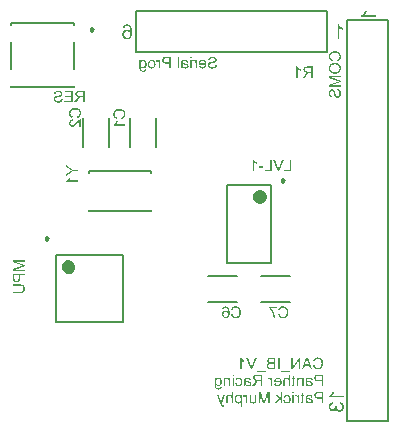
<source format=gbo>
G04*
G04 #@! TF.GenerationSoftware,Altium Limited,Altium Designer,23.2.1 (34)*
G04*
G04 Layer_Color=32896*
%FSLAX25Y25*%
%MOIN*%
G70*
G04*
G04 #@! TF.SameCoordinates,E1977E32-75BF-4710-9DAA-36D8A4D6ACA6*
G04*
G04*
G04 #@! TF.FilePolarity,Positive*
G04*
G01*
G75*
%ADD10C,0.00984*%
%ADD11C,0.02362*%
%ADD12C,0.00787*%
%ADD14C,0.00787*%
G36*
X99676Y32078D02*
X99702Y32029D01*
X99768Y31937D01*
X99836Y31852D01*
X99905Y31773D01*
X99938Y31737D01*
X99968Y31707D01*
X99997Y31678D01*
X100020Y31655D01*
X100040Y31635D01*
X100056Y31622D01*
X100066Y31612D01*
X100069Y31609D01*
X100184Y31514D01*
X100299Y31428D01*
X100414Y31353D01*
X100469Y31317D01*
X100522Y31287D01*
X100571Y31258D01*
X100614Y31232D01*
X100653Y31212D01*
X100689Y31192D01*
X100715Y31179D01*
X100738Y31169D01*
X100751Y31163D01*
X100755Y31159D01*
Y30703D01*
X100673Y30736D01*
X100587Y30776D01*
X100505Y30815D01*
X100427Y30854D01*
X100394Y30874D01*
X100361Y30891D01*
X100332Y30907D01*
X100309Y30920D01*
X100289Y30930D01*
X100276Y30940D01*
X100266Y30943D01*
X100263Y30946D01*
X100164Y31009D01*
X100076Y31068D01*
X100000Y31120D01*
X99935Y31169D01*
X99909Y31192D01*
X99886Y31212D01*
X99866Y31228D01*
X99846Y31245D01*
X99833Y31255D01*
X99823Y31264D01*
X99820Y31268D01*
X99817Y31271D01*
Y28273D01*
X99344D01*
Y32124D01*
X99649D01*
X99676Y32078D01*
D02*
G37*
G36*
X119388Y28273D02*
X118903D01*
Y31281D01*
X116889Y28273D01*
X116368D01*
Y32107D01*
X116853D01*
Y29093D01*
X118870Y32107D01*
X119388D01*
Y28273D01*
D02*
G37*
G36*
X103408D02*
X102884D01*
X101384Y32107D01*
X101900D01*
X102936Y29319D01*
X102979Y29205D01*
X103018Y29090D01*
X103054Y28985D01*
X103070Y28936D01*
X103084Y28890D01*
X103097Y28847D01*
X103110Y28808D01*
X103120Y28775D01*
X103126Y28749D01*
X103133Y28726D01*
X103139Y28706D01*
X103143Y28696D01*
Y28693D01*
X103175Y28804D01*
X103208Y28913D01*
X103241Y29021D01*
X103257Y29070D01*
X103274Y29116D01*
X103287Y29159D01*
X103300Y29198D01*
X103313Y29234D01*
X103323Y29264D01*
X103330Y29287D01*
X103336Y29303D01*
X103343Y29316D01*
Y29319D01*
X104340Y32107D01*
X104891D01*
X103408Y28273D01*
D02*
G37*
G36*
X125256Y32170D02*
X125348Y32163D01*
X125437Y32150D01*
X125522Y32137D01*
X125604Y32120D01*
X125680Y32101D01*
X125752Y32078D01*
X125817Y32058D01*
X125880Y32035D01*
X125932Y32012D01*
X125978Y31993D01*
X126017Y31976D01*
X126050Y31963D01*
X126073Y31950D01*
X126086Y31943D01*
X126093Y31940D01*
X126168Y31894D01*
X126240Y31845D01*
X126309Y31793D01*
X126372Y31737D01*
X126431Y31681D01*
X126483Y31622D01*
X126532Y31566D01*
X126575Y31514D01*
X126614Y31461D01*
X126647Y31415D01*
X126677Y31373D01*
X126699Y31333D01*
X126719Y31304D01*
X126732Y31281D01*
X126739Y31268D01*
X126742Y31261D01*
X126781Y31176D01*
X126818Y31087D01*
X126847Y30999D01*
X126873Y30910D01*
X126896Y30822D01*
X126913Y30736D01*
X126929Y30651D01*
X126939Y30572D01*
X126949Y30497D01*
X126955Y30431D01*
X126962Y30369D01*
X126965Y30320D01*
X126969Y30277D01*
Y30244D01*
Y30225D01*
Y30221D01*
Y30218D01*
X126965Y30116D01*
X126959Y30015D01*
X126949Y29920D01*
X126936Y29825D01*
X126923Y29736D01*
X126906Y29651D01*
X126886Y29572D01*
X126867Y29496D01*
X126850Y29428D01*
X126831Y29368D01*
X126814Y29316D01*
X126798Y29270D01*
X126788Y29237D01*
X126778Y29211D01*
X126772Y29195D01*
X126768Y29188D01*
X126729Y29100D01*
X126683Y29021D01*
X126637Y28942D01*
X126591Y28873D01*
X126542Y28808D01*
X126493Y28745D01*
X126444Y28693D01*
X126398Y28644D01*
X126352Y28601D01*
X126312Y28562D01*
X126273Y28529D01*
X126240Y28503D01*
X126214Y28483D01*
X126194Y28470D01*
X126181Y28460D01*
X126178Y28457D01*
X126103Y28414D01*
X126024Y28375D01*
X125939Y28342D01*
X125857Y28312D01*
X125771Y28289D01*
X125686Y28270D01*
X125604Y28253D01*
X125525Y28240D01*
X125453Y28227D01*
X125384Y28220D01*
X125322Y28214D01*
X125269Y28211D01*
X125227D01*
X125194Y28207D01*
X125168D01*
X125059Y28211D01*
X124951Y28220D01*
X124853Y28237D01*
X124758Y28260D01*
X124669Y28283D01*
X124587Y28312D01*
X124509Y28342D01*
X124440Y28371D01*
X124374Y28401D01*
X124318Y28431D01*
X124272Y28460D01*
X124230Y28483D01*
X124200Y28506D01*
X124177Y28522D01*
X124161Y28532D01*
X124158Y28535D01*
X124082Y28601D01*
X124013Y28670D01*
X123951Y28745D01*
X123892Y28824D01*
X123839Y28903D01*
X123790Y28982D01*
X123751Y29060D01*
X123712Y29136D01*
X123682Y29205D01*
X123652Y29273D01*
X123629Y29333D01*
X123613Y29385D01*
X123597Y29428D01*
X123587Y29460D01*
X123583Y29470D01*
Y29480D01*
X123580Y29483D01*
Y29487D01*
X124089Y29615D01*
X124112Y29526D01*
X124135Y29444D01*
X124164Y29368D01*
X124197Y29296D01*
X124230Y29231D01*
X124262Y29172D01*
X124295Y29119D01*
X124328Y29070D01*
X124361Y29027D01*
X124390Y28991D01*
X124420Y28959D01*
X124443Y28932D01*
X124463Y28913D01*
X124479Y28899D01*
X124489Y28890D01*
X124492Y28886D01*
X124548Y28844D01*
X124607Y28804D01*
X124669Y28772D01*
X124728Y28745D01*
X124791Y28719D01*
X124850Y28699D01*
X124905Y28683D01*
X124961Y28670D01*
X125014Y28660D01*
X125059Y28653D01*
X125102Y28647D01*
X125138Y28644D01*
X125168D01*
X125191Y28640D01*
X125210D01*
X125276Y28644D01*
X125338Y28647D01*
X125460Y28670D01*
X125519Y28683D01*
X125571Y28696D01*
X125620Y28712D01*
X125670Y28732D01*
X125712Y28749D01*
X125748Y28765D01*
X125781Y28778D01*
X125811Y28791D01*
X125834Y28804D01*
X125850Y28814D01*
X125860Y28817D01*
X125863Y28821D01*
X125919Y28857D01*
X125968Y28896D01*
X126017Y28939D01*
X126060Y28982D01*
X126099Y29027D01*
X126135Y29073D01*
X126168Y29116D01*
X126198Y29162D01*
X126224Y29201D01*
X126247Y29241D01*
X126263Y29277D01*
X126280Y29306D01*
X126290Y29329D01*
X126299Y29349D01*
X126303Y29362D01*
X126306Y29365D01*
X126332Y29434D01*
X126352Y29506D01*
X126388Y29654D01*
X126411Y29795D01*
X126421Y29864D01*
X126431Y29929D01*
X126434Y29992D01*
X126440Y30048D01*
X126444Y30097D01*
Y30139D01*
X126447Y30172D01*
Y30198D01*
Y30215D01*
Y30221D01*
X126440Y30362D01*
X126427Y30497D01*
X126421Y30559D01*
X126411Y30618D01*
X126398Y30677D01*
X126388Y30730D01*
X126378Y30779D01*
X126365Y30822D01*
X126355Y30861D01*
X126349Y30894D01*
X126339Y30920D01*
X126336Y30940D01*
X126329Y30953D01*
Y30956D01*
X126303Y31022D01*
X126276Y31084D01*
X126247Y31143D01*
X126214Y31196D01*
X126178Y31248D01*
X126145Y31294D01*
X126109Y31337D01*
X126076Y31376D01*
X126044Y31409D01*
X126011Y31442D01*
X125985Y31468D01*
X125962Y31487D01*
X125942Y31504D01*
X125926Y31517D01*
X125916Y31523D01*
X125912Y31527D01*
X125853Y31563D01*
X125794Y31596D01*
X125732Y31625D01*
X125670Y31651D01*
X125607Y31671D01*
X125545Y31688D01*
X125486Y31701D01*
X125430Y31714D01*
X125374Y31724D01*
X125325Y31730D01*
X125283Y31733D01*
X125243Y31737D01*
X125214Y31740D01*
X125171D01*
X125102Y31737D01*
X125033Y31730D01*
X124971Y31724D01*
X124909Y31710D01*
X124853Y31694D01*
X124800Y31678D01*
X124751Y31661D01*
X124709Y31645D01*
X124669Y31625D01*
X124636Y31609D01*
X124604Y31592D01*
X124581Y31576D01*
X124561Y31563D01*
X124548Y31556D01*
X124538Y31550D01*
X124535Y31547D01*
X124489Y31507D01*
X124443Y31464D01*
X124404Y31418D01*
X124364Y31373D01*
X124299Y31271D01*
X124243Y31169D01*
X124220Y31123D01*
X124200Y31081D01*
X124184Y31038D01*
X124171Y31005D01*
X124158Y30976D01*
X124151Y30956D01*
X124144Y30940D01*
Y30936D01*
X123646Y31054D01*
X123679Y31153D01*
X123715Y31241D01*
X123754Y31327D01*
X123797Y31409D01*
X123843Y31481D01*
X123889Y31550D01*
X123934Y31609D01*
X123980Y31665D01*
X124023Y31714D01*
X124062Y31756D01*
X124102Y31793D01*
X124131Y31825D01*
X124161Y31848D01*
X124180Y31865D01*
X124194Y31874D01*
X124197Y31878D01*
X124272Y31930D01*
X124351Y31976D01*
X124430Y32015D01*
X124512Y32048D01*
X124594Y32078D01*
X124672Y32101D01*
X124751Y32120D01*
X124827Y32137D01*
X124896Y32147D01*
X124958Y32157D01*
X125017Y32163D01*
X125066Y32170D01*
X125106D01*
X125135Y32173D01*
X125161D01*
X125256Y32170D01*
D02*
G37*
G36*
X123374Y28273D02*
X122836D01*
X122419Y29434D01*
X120809D01*
X120363Y28273D01*
X119785D01*
X121353Y32107D01*
X121904D01*
X123374Y28273D01*
D02*
G37*
G36*
X112451D02*
X111943D01*
Y32107D01*
X112451D01*
Y28273D01*
D02*
G37*
G36*
X111067D02*
X109608D01*
X109476Y28276D01*
X109414Y28280D01*
X109358Y28283D01*
X109302Y28286D01*
X109253Y28293D01*
X109204Y28299D01*
X109161Y28306D01*
X109125Y28309D01*
X109089Y28316D01*
X109060Y28322D01*
X109037Y28326D01*
X109017Y28329D01*
X109001Y28332D01*
X108994Y28335D01*
X108991D01*
X108899Y28362D01*
X108817Y28394D01*
X108748Y28424D01*
X108686Y28457D01*
X108637Y28483D01*
X108617Y28496D01*
X108600Y28506D01*
X108587Y28512D01*
X108578Y28519D01*
X108574Y28526D01*
X108571D01*
X108512Y28578D01*
X108456Y28634D01*
X108407Y28693D01*
X108368Y28749D01*
X108335Y28801D01*
X108322Y28824D01*
X108309Y28844D01*
X108302Y28857D01*
X108296Y28870D01*
X108289Y28877D01*
Y28880D01*
X108249Y28968D01*
X108223Y29057D01*
X108204Y29142D01*
X108187Y29218D01*
X108184Y29254D01*
X108181Y29283D01*
X108177Y29313D01*
Y29336D01*
X108174Y29355D01*
Y29368D01*
Y29378D01*
Y29382D01*
X108177Y29444D01*
X108181Y29503D01*
X108191Y29559D01*
X108204Y29615D01*
X108217Y29664D01*
X108233Y29713D01*
X108253Y29756D01*
X108269Y29798D01*
X108286Y29834D01*
X108305Y29867D01*
X108322Y29897D01*
X108335Y29920D01*
X108348Y29936D01*
X108354Y29952D01*
X108361Y29959D01*
X108364Y29962D01*
X108400Y30008D01*
X108440Y30048D01*
X108525Y30120D01*
X108617Y30182D01*
X108702Y30231D01*
X108742Y30251D01*
X108778Y30267D01*
X108814Y30280D01*
X108843Y30294D01*
X108866Y30303D01*
X108883Y30310D01*
X108896Y30313D01*
X108899D01*
X108804Y30366D01*
X108722Y30421D01*
X108653Y30481D01*
X108597Y30536D01*
X108551Y30585D01*
X108535Y30608D01*
X108522Y30625D01*
X108509Y30641D01*
X108502Y30651D01*
X108496Y30658D01*
Y30661D01*
X108450Y30743D01*
X108417Y30825D01*
X108394Y30904D01*
X108378Y30976D01*
X108371Y31005D01*
X108368Y31035D01*
X108364Y31061D01*
Y31081D01*
X108361Y31100D01*
Y31113D01*
Y31120D01*
Y31123D01*
Y31173D01*
X108368Y31222D01*
X108384Y31314D01*
X108410Y31402D01*
X108437Y31478D01*
X108450Y31510D01*
X108463Y31540D01*
X108476Y31566D01*
X108489Y31589D01*
X108499Y31609D01*
X108505Y31622D01*
X108509Y31629D01*
X108512Y31632D01*
X108574Y31717D01*
X108640Y31789D01*
X108709Y31852D01*
X108778Y31901D01*
X108837Y31940D01*
X108863Y31956D01*
X108886Y31966D01*
X108902Y31976D01*
X108915Y31983D01*
X108925Y31989D01*
X108929D01*
X108981Y32009D01*
X109034Y32029D01*
X109151Y32058D01*
X109270Y32078D01*
X109381Y32094D01*
X109434Y32098D01*
X109479Y32101D01*
X109522Y32104D01*
X109562D01*
X109591Y32107D01*
X111067D01*
Y28273D01*
D02*
G37*
G36*
X116010Y27207D02*
X112891D01*
Y27548D01*
X116010D01*
Y27207D01*
D02*
G37*
G36*
X107971D02*
X104851D01*
Y27548D01*
X107971D01*
Y27207D01*
D02*
G37*
G36*
X97255Y25899D02*
X96783D01*
Y26440D01*
X97255D01*
Y25899D01*
D02*
G37*
G36*
X116010Y22606D02*
X115538D01*
Y24125D01*
Y24183D01*
X115534Y24239D01*
X115531Y24292D01*
X115525Y24341D01*
X115521Y24387D01*
X115515Y24430D01*
X115508Y24466D01*
X115498Y24502D01*
X115492Y24531D01*
X115485Y24557D01*
X115479Y24580D01*
X115475Y24600D01*
X115469Y24613D01*
X115466Y24623D01*
X115462Y24630D01*
Y24633D01*
X115429Y24699D01*
X115387Y24757D01*
X115344Y24810D01*
X115302Y24849D01*
X115262Y24885D01*
X115229Y24908D01*
X115216Y24918D01*
X115206Y24925D01*
X115203Y24928D01*
X115200D01*
X115131Y24964D01*
X115062Y24994D01*
X114993Y25013D01*
X114934Y25027D01*
X114882Y25033D01*
X114862Y25036D01*
X114842Y25040D01*
X114806D01*
X114754Y25036D01*
X114708Y25033D01*
X114623Y25013D01*
X114547Y24987D01*
X114488Y24958D01*
X114462Y24941D01*
X114439Y24928D01*
X114419Y24915D01*
X114403Y24902D01*
X114393Y24892D01*
X114383Y24882D01*
X114380Y24879D01*
X114377Y24876D01*
X114350Y24843D01*
X114324Y24807D01*
X114288Y24728D01*
X114259Y24643D01*
X114242Y24561D01*
X114235Y24521D01*
X114229Y24482D01*
X114226Y24449D01*
Y24423D01*
X114222Y24397D01*
Y24380D01*
Y24367D01*
Y24364D01*
Y22606D01*
X113750D01*
Y24364D01*
Y24439D01*
X113753Y24508D01*
X113760Y24574D01*
X113767Y24633D01*
X113773Y24689D01*
X113780Y24741D01*
X113789Y24787D01*
X113799Y24830D01*
X113809Y24866D01*
X113816Y24899D01*
X113826Y24925D01*
X113832Y24948D01*
X113839Y24964D01*
X113845Y24977D01*
X113848Y24984D01*
Y24987D01*
X113891Y25063D01*
X113940Y25128D01*
X113996Y25187D01*
X114049Y25233D01*
X114098Y25273D01*
X114140Y25299D01*
X114154Y25309D01*
X114167Y25315D01*
X114173Y25322D01*
X114176D01*
X114265Y25364D01*
X114354Y25394D01*
X114445Y25417D01*
X114527Y25430D01*
X114564Y25436D01*
X114600Y25440D01*
X114629Y25443D01*
X114655D01*
X114678Y25446D01*
X114708D01*
X114800Y25443D01*
X114888Y25430D01*
X114970Y25410D01*
X115049Y25387D01*
X115121Y25358D01*
X115190Y25325D01*
X115252Y25289D01*
X115311Y25256D01*
X115361Y25220D01*
X115407Y25184D01*
X115446Y25151D01*
X115479Y25122D01*
X115505Y25099D01*
X115521Y25079D01*
X115534Y25066D01*
X115538Y25063D01*
Y26440D01*
X116010D01*
Y22606D01*
D02*
G37*
G36*
X92135Y25443D02*
X92200Y25440D01*
X92263Y25430D01*
X92322Y25417D01*
X92378Y25404D01*
X92433Y25387D01*
X92483Y25371D01*
X92525Y25354D01*
X92568Y25338D01*
X92604Y25322D01*
X92633Y25305D01*
X92660Y25292D01*
X92683Y25279D01*
X92696Y25269D01*
X92706Y25266D01*
X92709Y25263D01*
X92758Y25227D01*
X92804Y25187D01*
X92889Y25105D01*
X92962Y25017D01*
X93020Y24935D01*
X93044Y24895D01*
X93066Y24859D01*
X93083Y24826D01*
X93099Y24797D01*
X93109Y24774D01*
X93119Y24757D01*
X93122Y24744D01*
X93125Y24741D01*
X93152Y24679D01*
X93171Y24613D01*
X93208Y24485D01*
X93234Y24364D01*
X93244Y24305D01*
X93250Y24249D01*
X93257Y24200D01*
X93263Y24154D01*
X93266Y24111D01*
Y24079D01*
X93270Y24049D01*
Y24026D01*
Y24013D01*
Y24010D01*
X93266Y23901D01*
X93257Y23800D01*
X93240Y23701D01*
X93221Y23609D01*
X93198Y23521D01*
X93171Y23439D01*
X93142Y23363D01*
X93112Y23295D01*
X93086Y23232D01*
X93057Y23177D01*
X93030Y23131D01*
X93007Y23088D01*
X92988Y23058D01*
X92971Y23035D01*
X92962Y23019D01*
X92958Y23016D01*
X92896Y22944D01*
X92830Y22881D01*
X92758Y22826D01*
X92686Y22780D01*
X92614Y22740D01*
X92538Y22707D01*
X92466Y22678D01*
X92394Y22658D01*
X92328Y22639D01*
X92266Y22629D01*
X92210Y22619D01*
X92164Y22612D01*
X92125Y22609D01*
X92096Y22606D01*
X92069D01*
X91984Y22609D01*
X91905Y22622D01*
X91827Y22639D01*
X91754Y22662D01*
X91689Y22691D01*
X91623Y22721D01*
X91567Y22753D01*
X91512Y22790D01*
X91466Y22822D01*
X91423Y22855D01*
X91387Y22885D01*
X91358Y22914D01*
X91335Y22937D01*
X91315Y22953D01*
X91305Y22967D01*
X91302Y22970D01*
Y22888D01*
Y22813D01*
X91305Y22744D01*
Y22681D01*
X91308Y22625D01*
X91312Y22576D01*
X91315Y22534D01*
X91318Y22498D01*
X91321Y22465D01*
X91325Y22435D01*
X91328Y22416D01*
X91331Y22396D01*
X91335Y22383D01*
Y22373D01*
X91338Y22370D01*
Y22366D01*
X91367Y22284D01*
X91400Y22209D01*
X91439Y22147D01*
X91482Y22094D01*
X91518Y22051D01*
X91548Y22022D01*
X91561Y22012D01*
X91571Y22006D01*
X91574Y21999D01*
X91577D01*
X91613Y21976D01*
X91650Y21956D01*
X91732Y21924D01*
X91813Y21901D01*
X91896Y21884D01*
X91932Y21878D01*
X91968Y21874D01*
X91997Y21871D01*
X92027D01*
X92046Y21868D01*
X92079D01*
X92187Y21874D01*
X92282Y21888D01*
X92325Y21897D01*
X92365Y21911D01*
X92401Y21920D01*
X92430Y21933D01*
X92460Y21947D01*
X92486Y21956D01*
X92509Y21970D01*
X92525Y21979D01*
X92538Y21986D01*
X92548Y21993D01*
X92555Y21999D01*
X92558D01*
X92601Y22038D01*
X92637Y22088D01*
X92663Y22137D01*
X92686Y22186D01*
X92699Y22232D01*
X92709Y22271D01*
X92712Y22284D01*
X92716Y22294D01*
Y22301D01*
Y22304D01*
X93175Y22373D01*
X93171Y22291D01*
X93165Y22216D01*
X93152Y22147D01*
X93132Y22081D01*
X93109Y22019D01*
X93086Y21966D01*
X93060Y21917D01*
X93030Y21871D01*
X93004Y21832D01*
X92975Y21799D01*
X92948Y21769D01*
X92925Y21746D01*
X92909Y21727D01*
X92893Y21714D01*
X92883Y21707D01*
X92879Y21704D01*
X92820Y21665D01*
X92758Y21628D01*
X92693Y21599D01*
X92627Y21573D01*
X92558Y21550D01*
X92492Y21533D01*
X92427Y21517D01*
X92365Y21507D01*
X92305Y21497D01*
X92253Y21491D01*
X92204Y21484D01*
X92161Y21481D01*
X92128Y21477D01*
X92079D01*
X92000Y21481D01*
X91928Y21484D01*
X91859Y21491D01*
X91790Y21504D01*
X91728Y21514D01*
X91672Y21527D01*
X91617Y21543D01*
X91567Y21556D01*
X91525Y21573D01*
X91486Y21586D01*
X91453Y21599D01*
X91426Y21612D01*
X91404Y21622D01*
X91387Y21628D01*
X91377Y21632D01*
X91374Y21635D01*
X91321Y21665D01*
X91276Y21697D01*
X91230Y21733D01*
X91187Y21769D01*
X91151Y21805D01*
X91118Y21842D01*
X91085Y21874D01*
X91059Y21911D01*
X91036Y21940D01*
X91013Y21970D01*
X90997Y21996D01*
X90984Y22019D01*
X90970Y22038D01*
X90964Y22051D01*
X90957Y22061D01*
Y22065D01*
X90934Y22120D01*
X90912Y22183D01*
X90895Y22248D01*
X90879Y22321D01*
X90856Y22471D01*
X90839Y22622D01*
X90833Y22694D01*
X90829Y22760D01*
X90826Y22822D01*
Y22875D01*
X90823Y22917D01*
Y22950D01*
Y22963D01*
Y22973D01*
Y22976D01*
Y22980D01*
Y25384D01*
X91256D01*
Y25049D01*
X91318Y25118D01*
X91381Y25181D01*
X91449Y25233D01*
X91515Y25279D01*
X91584Y25318D01*
X91653Y25348D01*
X91718Y25374D01*
X91781Y25397D01*
X91840Y25414D01*
X91892Y25427D01*
X91941Y25433D01*
X91984Y25440D01*
X92017Y25443D01*
X92043Y25446D01*
X92066D01*
X92135Y25443D01*
D02*
G37*
G36*
X122413Y25443D02*
X122534Y25430D01*
X122586Y25423D01*
X122639Y25417D01*
X122688Y25407D01*
X122734Y25397D01*
X122773Y25387D01*
X122810Y25381D01*
X122839Y25371D01*
X122865Y25364D01*
X122888Y25358D01*
X122901Y25351D01*
X122911Y25348D01*
X122914D01*
X123010Y25309D01*
X123095Y25263D01*
X123167Y25217D01*
X123226Y25171D01*
X123272Y25128D01*
X123288Y25112D01*
X123305Y25095D01*
X123315Y25082D01*
X123324Y25072D01*
X123328Y25069D01*
X123331Y25066D01*
X123380Y24994D01*
X123423Y24915D01*
X123456Y24836D01*
X123485Y24761D01*
X123498Y24725D01*
X123508Y24692D01*
X123515Y24666D01*
X123521Y24639D01*
X123528Y24620D01*
X123531Y24603D01*
X123534Y24593D01*
Y24590D01*
X123075Y24528D01*
X123059Y24580D01*
X123042Y24630D01*
X123026Y24676D01*
X123006Y24718D01*
X122987Y24754D01*
X122967Y24787D01*
X122950Y24817D01*
X122931Y24843D01*
X122911Y24866D01*
X122895Y24885D01*
X122869Y24915D01*
X122849Y24931D01*
X122846Y24938D01*
X122842D01*
X122810Y24958D01*
X122777Y24977D01*
X122698Y25007D01*
X122616Y25027D01*
X122537Y25043D01*
X122498Y25046D01*
X122465Y25049D01*
X122432Y25053D01*
X122406D01*
X122383Y25056D01*
X122350D01*
X122285Y25053D01*
X122226Y25049D01*
X122167Y25043D01*
X122114Y25030D01*
X122068Y25020D01*
X122022Y25007D01*
X121983Y24990D01*
X121947Y24977D01*
X121914Y24961D01*
X121888Y24948D01*
X121865Y24931D01*
X121845Y24922D01*
X121832Y24912D01*
X121822Y24902D01*
X121816Y24899D01*
X121812Y24895D01*
X121789Y24872D01*
X121766Y24843D01*
X121734Y24784D01*
X121711Y24715D01*
X121694Y24649D01*
X121684Y24587D01*
X121681Y24561D01*
Y24538D01*
X121678Y24518D01*
Y24505D01*
Y24495D01*
Y24492D01*
Y24479D01*
Y24462D01*
Y24423D01*
X121681Y24403D01*
Y24387D01*
Y24374D01*
Y24371D01*
X121737Y24354D01*
X121796Y24338D01*
X121862Y24321D01*
X121927Y24305D01*
X122068Y24275D01*
X122206Y24252D01*
X122268Y24243D01*
X122331Y24233D01*
X122383Y24226D01*
X122429Y24220D01*
X122468Y24213D01*
X122498Y24210D01*
X122518Y24206D01*
X122524D01*
X122573Y24200D01*
X122623Y24193D01*
X122665Y24187D01*
X122708Y24180D01*
X122744Y24174D01*
X122780Y24170D01*
X122836Y24157D01*
X122882Y24148D01*
X122914Y24141D01*
X122934Y24138D01*
X122941Y24134D01*
X123010Y24115D01*
X123075Y24088D01*
X123131Y24066D01*
X123183Y24039D01*
X123223Y24016D01*
X123256Y23997D01*
X123275Y23983D01*
X123278Y23980D01*
X123282D01*
X123334Y23941D01*
X123383Y23895D01*
X123426Y23849D01*
X123459Y23806D01*
X123488Y23767D01*
X123508Y23738D01*
X123515Y23724D01*
X123521Y23715D01*
X123524Y23711D01*
Y23708D01*
X123554Y23646D01*
X123577Y23580D01*
X123593Y23518D01*
X123603Y23459D01*
X123610Y23410D01*
X123613Y23390D01*
X123616Y23373D01*
Y23357D01*
Y23347D01*
Y23341D01*
Y23337D01*
X123613Y23275D01*
X123607Y23213D01*
X123593Y23157D01*
X123577Y23101D01*
X123561Y23052D01*
X123538Y23003D01*
X123515Y22960D01*
X123492Y22921D01*
X123469Y22888D01*
X123449Y22855D01*
X123426Y22829D01*
X123410Y22806D01*
X123393Y22790D01*
X123380Y22776D01*
X123374Y22770D01*
X123370Y22767D01*
X123321Y22727D01*
X123269Y22694D01*
X123213Y22665D01*
X123157Y22639D01*
X123098Y22616D01*
X123039Y22599D01*
X122927Y22573D01*
X122875Y22563D01*
X122826Y22557D01*
X122780Y22550D01*
X122744Y22547D01*
X122711Y22544D01*
X122668D01*
X122567Y22547D01*
X122468Y22557D01*
X122380Y22573D01*
X122304Y22589D01*
X122268Y22596D01*
X122239Y22603D01*
X122213Y22612D01*
X122190Y22619D01*
X122170Y22625D01*
X122157Y22629D01*
X122150Y22632D01*
X122147D01*
X122055Y22671D01*
X121967Y22721D01*
X121881Y22773D01*
X121802Y22826D01*
X121770Y22849D01*
X121737Y22872D01*
X121711Y22891D01*
X121688Y22911D01*
X121668Y22927D01*
X121655Y22937D01*
X121645Y22944D01*
X121642Y22947D01*
X121632Y22875D01*
X121619Y22809D01*
X121602Y22753D01*
X121589Y22704D01*
X121573Y22662D01*
X121560Y22632D01*
X121553Y22612D01*
X121550Y22609D01*
Y22606D01*
X121058D01*
X121088Y22665D01*
X121114Y22724D01*
X121133Y22780D01*
X121150Y22832D01*
X121163Y22875D01*
X121169Y22908D01*
X121173Y22921D01*
X121176Y22931D01*
Y22934D01*
Y22937D01*
X121183Y22976D01*
X121186Y23022D01*
X121189Y23078D01*
X121192Y23141D01*
X121196Y23206D01*
X121199Y23275D01*
X121202Y23416D01*
Y23485D01*
Y23550D01*
X121205Y23609D01*
Y23662D01*
Y23705D01*
Y23738D01*
Y23751D01*
Y23760D01*
Y23764D01*
Y23767D01*
Y24397D01*
Y24453D01*
Y24505D01*
X121209Y24551D01*
Y24597D01*
X121212Y24636D01*
Y24672D01*
X121215Y24702D01*
X121219Y24731D01*
X121222Y24754D01*
Y24774D01*
X121225Y24794D01*
X121229Y24807D01*
X121232Y24823D01*
Y24830D01*
X121248Y24899D01*
X121271Y24961D01*
X121294Y25017D01*
X121317Y25063D01*
X121340Y25099D01*
X121360Y25125D01*
X121373Y25141D01*
X121376Y25148D01*
X121419Y25194D01*
X121471Y25236D01*
X121527Y25273D01*
X121580Y25302D01*
X121629Y25328D01*
X121668Y25345D01*
X121681Y25351D01*
X121694Y25358D01*
X121701Y25361D01*
X121704D01*
X121793Y25391D01*
X121888Y25410D01*
X121986Y25427D01*
X122075Y25436D01*
X122117Y25440D01*
X122157Y25443D01*
X122193D01*
X122222Y25446D01*
X122281D01*
X122413Y25443D01*
D02*
G37*
G36*
X101870D02*
X101991Y25430D01*
X102044Y25423D01*
X102096Y25417D01*
X102146Y25407D01*
X102191Y25397D01*
X102231Y25387D01*
X102267Y25381D01*
X102296Y25371D01*
X102323Y25364D01*
X102346Y25358D01*
X102359Y25351D01*
X102368Y25348D01*
X102372D01*
X102467Y25309D01*
X102552Y25263D01*
X102624Y25217D01*
X102683Y25171D01*
X102729Y25128D01*
X102746Y25112D01*
X102762Y25095D01*
X102772Y25082D01*
X102782Y25072D01*
X102785Y25069D01*
X102788Y25066D01*
X102838Y24994D01*
X102880Y24915D01*
X102913Y24836D01*
X102943Y24761D01*
X102956Y24725D01*
X102965Y24692D01*
X102972Y24666D01*
X102979Y24639D01*
X102985Y24620D01*
X102988Y24603D01*
X102992Y24593D01*
Y24590D01*
X102532Y24528D01*
X102516Y24580D01*
X102500Y24630D01*
X102483Y24676D01*
X102464Y24718D01*
X102444Y24754D01*
X102424Y24787D01*
X102408Y24817D01*
X102388Y24843D01*
X102368Y24866D01*
X102352Y24885D01*
X102326Y24915D01*
X102306Y24931D01*
X102303Y24938D01*
X102300D01*
X102267Y24958D01*
X102234Y24977D01*
X102155Y25007D01*
X102073Y25027D01*
X101995Y25043D01*
X101955Y25046D01*
X101922Y25049D01*
X101890Y25053D01*
X101863D01*
X101840Y25056D01*
X101808D01*
X101742Y25053D01*
X101683Y25049D01*
X101624Y25043D01*
X101572Y25030D01*
X101525Y25020D01*
X101480Y25007D01*
X101440Y24990D01*
X101404Y24977D01*
X101371Y24961D01*
X101345Y24948D01*
X101322Y24931D01*
X101303Y24922D01*
X101289Y24912D01*
X101279Y24902D01*
X101273Y24899D01*
X101270Y24895D01*
X101247Y24872D01*
X101224Y24843D01*
X101191Y24784D01*
X101168Y24715D01*
X101152Y24649D01*
X101142Y24587D01*
X101138Y24561D01*
Y24538D01*
X101135Y24518D01*
Y24505D01*
Y24495D01*
Y24492D01*
Y24479D01*
Y24462D01*
Y24423D01*
X101138Y24403D01*
Y24387D01*
Y24374D01*
Y24371D01*
X101194Y24354D01*
X101253Y24338D01*
X101319Y24321D01*
X101384Y24305D01*
X101525Y24275D01*
X101663Y24252D01*
X101726Y24243D01*
X101788Y24233D01*
X101840Y24226D01*
X101886Y24220D01*
X101926Y24213D01*
X101955Y24210D01*
X101975Y24206D01*
X101981D01*
X102031Y24200D01*
X102080Y24193D01*
X102122Y24187D01*
X102165Y24180D01*
X102201Y24174D01*
X102237Y24170D01*
X102293Y24157D01*
X102339Y24148D01*
X102372Y24141D01*
X102392Y24138D01*
X102398Y24134D01*
X102467Y24115D01*
X102532Y24088D01*
X102588Y24066D01*
X102641Y24039D01*
X102680Y24016D01*
X102713Y23997D01*
X102733Y23983D01*
X102736Y23980D01*
X102739D01*
X102792Y23941D01*
X102841Y23895D01*
X102884Y23849D01*
X102916Y23806D01*
X102946Y23767D01*
X102965Y23738D01*
X102972Y23724D01*
X102979Y23715D01*
X102982Y23711D01*
Y23708D01*
X103011Y23646D01*
X103034Y23580D01*
X103051Y23518D01*
X103061Y23459D01*
X103067Y23410D01*
X103070Y23390D01*
X103074Y23373D01*
Y23357D01*
Y23347D01*
Y23341D01*
Y23337D01*
X103070Y23275D01*
X103064Y23213D01*
X103051Y23157D01*
X103034Y23101D01*
X103018Y23052D01*
X102995Y23003D01*
X102972Y22960D01*
X102949Y22921D01*
X102926Y22888D01*
X102906Y22855D01*
X102884Y22829D01*
X102867Y22806D01*
X102851Y22790D01*
X102838Y22776D01*
X102831Y22770D01*
X102828Y22767D01*
X102778Y22727D01*
X102726Y22694D01*
X102670Y22665D01*
X102614Y22639D01*
X102556Y22616D01*
X102496Y22599D01*
X102385Y22573D01*
X102332Y22563D01*
X102283Y22557D01*
X102237Y22550D01*
X102201Y22547D01*
X102168Y22544D01*
X102126D01*
X102024Y22547D01*
X101926Y22557D01*
X101837Y22573D01*
X101762Y22589D01*
X101726Y22596D01*
X101696Y22603D01*
X101670Y22612D01*
X101647Y22619D01*
X101627Y22625D01*
X101614Y22629D01*
X101608Y22632D01*
X101604D01*
X101512Y22671D01*
X101424Y22721D01*
X101339Y22773D01*
X101260Y22826D01*
X101227Y22849D01*
X101194Y22872D01*
X101168Y22891D01*
X101145Y22911D01*
X101125Y22927D01*
X101112Y22937D01*
X101102Y22944D01*
X101099Y22947D01*
X101089Y22875D01*
X101076Y22809D01*
X101060Y22753D01*
X101047Y22704D01*
X101030Y22662D01*
X101017Y22632D01*
X101011Y22612D01*
X101007Y22609D01*
Y22606D01*
X100515D01*
X100545Y22665D01*
X100571Y22724D01*
X100591Y22780D01*
X100607Y22832D01*
X100620Y22875D01*
X100627Y22908D01*
X100630Y22921D01*
X100633Y22931D01*
Y22934D01*
Y22937D01*
X100640Y22976D01*
X100643Y23022D01*
X100646Y23078D01*
X100650Y23141D01*
X100653Y23206D01*
X100656Y23275D01*
X100660Y23416D01*
Y23485D01*
Y23550D01*
X100663Y23609D01*
Y23662D01*
Y23705D01*
Y23738D01*
Y23751D01*
Y23760D01*
Y23764D01*
Y23767D01*
Y24397D01*
Y24453D01*
Y24505D01*
X100666Y24551D01*
Y24597D01*
X100670Y24636D01*
Y24672D01*
X100673Y24702D01*
X100676Y24731D01*
X100679Y24754D01*
Y24774D01*
X100683Y24794D01*
X100686Y24807D01*
X100689Y24823D01*
Y24830D01*
X100706Y24899D01*
X100728Y24961D01*
X100751Y25017D01*
X100774Y25063D01*
X100797Y25099D01*
X100817Y25125D01*
X100830Y25141D01*
X100833Y25148D01*
X100876Y25194D01*
X100929Y25236D01*
X100984Y25273D01*
X101037Y25302D01*
X101086Y25328D01*
X101125Y25345D01*
X101138Y25351D01*
X101152Y25358D01*
X101158Y25361D01*
X101162D01*
X101250Y25391D01*
X101345Y25410D01*
X101444Y25427D01*
X101532Y25436D01*
X101575Y25440D01*
X101614Y25443D01*
X101650D01*
X101680Y25446D01*
X101739D01*
X101870Y25443D01*
D02*
G37*
G36*
X117414Y26070D02*
Y25384D01*
X117762D01*
Y25017D01*
X117414D01*
Y23419D01*
Y23344D01*
X117411Y23272D01*
X117407Y23209D01*
X117404Y23154D01*
X117401Y23101D01*
X117397Y23055D01*
X117391Y23016D01*
X117384Y22980D01*
X117381Y22950D01*
X117375Y22927D01*
X117371Y22904D01*
X117368Y22888D01*
X117365Y22878D01*
X117361Y22868D01*
X117358Y22865D01*
Y22862D01*
X117332Y22816D01*
X117302Y22773D01*
X117270Y22737D01*
X117237Y22707D01*
X117207Y22681D01*
X117181Y22665D01*
X117165Y22652D01*
X117158Y22648D01*
X117099Y22622D01*
X117037Y22603D01*
X116971Y22589D01*
X116905Y22580D01*
X116850Y22573D01*
X116823D01*
X116804Y22570D01*
X116761D01*
X116702Y22573D01*
X116640Y22576D01*
X116577Y22583D01*
X116522Y22589D01*
X116476Y22596D01*
X116436Y22603D01*
X116423Y22606D01*
X116413Y22609D01*
X116404D01*
X116472Y23026D01*
X116518Y23019D01*
X116558Y23016D01*
X116594Y23013D01*
X116623D01*
X116646Y23009D01*
X116715D01*
X116748Y23016D01*
X116778Y23019D01*
X116797Y23026D01*
X116817Y23032D01*
X116830Y23035D01*
X116837Y23042D01*
X116840D01*
X116873Y23068D01*
X116899Y23098D01*
X116909Y23111D01*
X116912Y23121D01*
X116919Y23127D01*
Y23131D01*
X116922Y23144D01*
X116925Y23160D01*
X116932Y23196D01*
X116935Y23239D01*
X116938Y23285D01*
X116942Y23324D01*
Y23360D01*
Y23373D01*
Y23383D01*
Y23390D01*
Y23393D01*
Y25017D01*
X116472D01*
Y25384D01*
X116942D01*
Y26352D01*
X117414Y26070D01*
D02*
G37*
G36*
X111999Y25443D02*
X112100Y25430D01*
X112195Y25410D01*
X112284Y25387D01*
X112366Y25358D01*
X112445Y25325D01*
X112514Y25289D01*
X112579Y25253D01*
X112635Y25217D01*
X112687Y25181D01*
X112730Y25148D01*
X112766Y25118D01*
X112796Y25095D01*
X112815Y25076D01*
X112828Y25063D01*
X112832Y25059D01*
X112894Y24984D01*
X112950Y24902D01*
X112999Y24817D01*
X113038Y24725D01*
X113074Y24636D01*
X113101Y24544D01*
X113127Y24456D01*
X113143Y24371D01*
X113160Y24288D01*
X113170Y24213D01*
X113179Y24144D01*
X113183Y24085D01*
X113186Y24039D01*
X113189Y24020D01*
Y24000D01*
Y23987D01*
Y23977D01*
Y23974D01*
Y23970D01*
X113186Y23846D01*
X113173Y23731D01*
X113156Y23623D01*
X113134Y23521D01*
X113107Y23426D01*
X113078Y23337D01*
X113045Y23262D01*
X113012Y23190D01*
X112979Y23127D01*
X112946Y23072D01*
X112917Y23026D01*
X112891Y22986D01*
X112868Y22957D01*
X112851Y22934D01*
X112838Y22921D01*
X112835Y22917D01*
X112766Y22852D01*
X112691Y22793D01*
X112612Y22744D01*
X112533Y22701D01*
X112451Y22665D01*
X112373Y22635D01*
X112294Y22609D01*
X112218Y22589D01*
X112146Y22576D01*
X112081Y22563D01*
X112018Y22557D01*
X111969Y22550D01*
X111926Y22547D01*
X111894Y22544D01*
X111867D01*
X111779Y22547D01*
X111694Y22553D01*
X111615Y22567D01*
X111539Y22580D01*
X111470Y22596D01*
X111405Y22616D01*
X111343Y22639D01*
X111290Y22662D01*
X111241Y22681D01*
X111198Y22704D01*
X111159Y22724D01*
X111129Y22740D01*
X111106Y22753D01*
X111087Y22767D01*
X111077Y22773D01*
X111074Y22776D01*
X111018Y22822D01*
X110965Y22872D01*
X110919Y22927D01*
X110877Y22980D01*
X110837Y23035D01*
X110801Y23091D01*
X110772Y23144D01*
X110742Y23200D01*
X110719Y23249D01*
X110700Y23295D01*
X110683Y23334D01*
X110670Y23370D01*
X110660Y23400D01*
X110654Y23423D01*
X110647Y23439D01*
Y23442D01*
X111136Y23505D01*
X111156Y23449D01*
X111179Y23400D01*
X111202Y23354D01*
X111228Y23308D01*
X111251Y23268D01*
X111277Y23232D01*
X111300Y23200D01*
X111323Y23173D01*
X111343Y23147D01*
X111366Y23124D01*
X111382Y23108D01*
X111398Y23091D01*
X111411Y23081D01*
X111418Y23072D01*
X111425Y23068D01*
X111428Y23065D01*
X111500Y23019D01*
X111572Y22986D01*
X111648Y22963D01*
X111716Y22947D01*
X111776Y22937D01*
X111802Y22934D01*
X111825D01*
X111841Y22931D01*
X111867D01*
X111930Y22934D01*
X111992Y22940D01*
X112051Y22953D01*
X112103Y22970D01*
X112156Y22986D01*
X112205Y23006D01*
X112248Y23029D01*
X112287Y23052D01*
X112323Y23075D01*
X112356Y23098D01*
X112382Y23118D01*
X112405Y23134D01*
X112425Y23150D01*
X112438Y23164D01*
X112445Y23170D01*
X112448Y23173D01*
X112491Y23223D01*
X112527Y23272D01*
X112559Y23327D01*
X112586Y23386D01*
X112612Y23442D01*
X112632Y23501D01*
X112664Y23616D01*
X112674Y23669D01*
X112684Y23718D01*
X112691Y23760D01*
X112697Y23800D01*
X112700Y23833D01*
X112704Y23855D01*
Y23869D01*
Y23875D01*
X110634D01*
Y23905D01*
X110631Y23931D01*
Y23951D01*
Y23967D01*
Y23983D01*
Y23993D01*
Y23997D01*
Y24000D01*
X110634Y24125D01*
X110647Y24243D01*
X110664Y24354D01*
X110687Y24456D01*
X110713Y24551D01*
X110742Y24639D01*
X110775Y24718D01*
X110808Y24790D01*
X110841Y24853D01*
X110874Y24908D01*
X110903Y24958D01*
X110929Y24997D01*
X110952Y25027D01*
X110969Y25049D01*
X110982Y25063D01*
X110985Y25066D01*
X111054Y25131D01*
X111126Y25190D01*
X111202Y25243D01*
X111277Y25286D01*
X111352Y25322D01*
X111428Y25354D01*
X111500Y25377D01*
X111572Y25400D01*
X111638Y25414D01*
X111700Y25427D01*
X111753Y25433D01*
X111802Y25440D01*
X111841Y25443D01*
X111867Y25446D01*
X111894D01*
X111999Y25443D01*
D02*
G37*
G36*
X98882D02*
X98948Y25440D01*
X99072Y25420D01*
X99128Y25407D01*
X99184Y25394D01*
X99233Y25377D01*
X99282Y25361D01*
X99325Y25345D01*
X99364Y25328D01*
X99397Y25315D01*
X99426Y25302D01*
X99449Y25292D01*
X99466Y25282D01*
X99476Y25279D01*
X99479Y25276D01*
X99535Y25243D01*
X99587Y25207D01*
X99633Y25168D01*
X99679Y25125D01*
X99718Y25085D01*
X99758Y25043D01*
X99790Y25000D01*
X99820Y24961D01*
X99846Y24922D01*
X99869Y24885D01*
X99889Y24853D01*
X99902Y24826D01*
X99915Y24803D01*
X99925Y24787D01*
X99928Y24774D01*
X99932Y24771D01*
X99958Y24705D01*
X99981Y24639D01*
X100017Y24505D01*
X100043Y24374D01*
X100053Y24311D01*
X100059Y24249D01*
X100066Y24193D01*
X100073Y24144D01*
X100076Y24098D01*
Y24059D01*
X100079Y24026D01*
Y24003D01*
Y23990D01*
Y23983D01*
X100076Y23855D01*
X100063Y23738D01*
X100046Y23626D01*
X100027Y23524D01*
X100000Y23426D01*
X99971Y23341D01*
X99938Y23259D01*
X99905Y23190D01*
X99876Y23124D01*
X99843Y23068D01*
X99813Y23022D01*
X99787Y22983D01*
X99768Y22953D01*
X99748Y22931D01*
X99738Y22917D01*
X99735Y22914D01*
X99666Y22849D01*
X99597Y22793D01*
X99521Y22744D01*
X99443Y22701D01*
X99367Y22665D01*
X99292Y22635D01*
X99216Y22609D01*
X99144Y22589D01*
X99079Y22573D01*
X99016Y22563D01*
X98961Y22553D01*
X98911Y22550D01*
X98872Y22547D01*
X98843Y22544D01*
X98816D01*
X98731Y22547D01*
X98652Y22557D01*
X98577Y22570D01*
X98505Y22586D01*
X98436Y22606D01*
X98374Y22629D01*
X98314Y22652D01*
X98262Y22678D01*
X98213Y22704D01*
X98170Y22727D01*
X98134Y22750D01*
X98105Y22770D01*
X98082Y22786D01*
X98062Y22803D01*
X98052Y22809D01*
X98049Y22813D01*
X97993Y22865D01*
X97944Y22921D01*
X97898Y22983D01*
X97855Y23042D01*
X97819Y23104D01*
X97790Y23167D01*
X97760Y23229D01*
X97737Y23288D01*
X97717Y23344D01*
X97701Y23396D01*
X97685Y23442D01*
X97675Y23482D01*
X97668Y23514D01*
X97662Y23541D01*
X97658Y23554D01*
Y23560D01*
X98121Y23623D01*
X98131Y23557D01*
X98147Y23498D01*
X98163Y23442D01*
X98180Y23390D01*
X98200Y23344D01*
X98219Y23301D01*
X98239Y23262D01*
X98259Y23229D01*
X98278Y23196D01*
X98298Y23170D01*
X98314Y23147D01*
X98331Y23131D01*
X98344Y23118D01*
X98351Y23104D01*
X98357Y23101D01*
X98360Y23098D01*
X98396Y23068D01*
X98432Y23042D01*
X98472Y23019D01*
X98508Y23003D01*
X98587Y22970D01*
X98659Y22950D01*
X98721Y22940D01*
X98751Y22937D01*
X98774Y22934D01*
X98793Y22931D01*
X98820D01*
X98882Y22934D01*
X98944Y22940D01*
X99000Y22953D01*
X99052Y22970D01*
X99105Y22990D01*
X99151Y23009D01*
X99194Y23032D01*
X99230Y23058D01*
X99266Y23081D01*
X99295Y23104D01*
X99321Y23124D01*
X99341Y23144D01*
X99357Y23160D01*
X99371Y23173D01*
X99377Y23180D01*
X99380Y23183D01*
X99417Y23236D01*
X99449Y23291D01*
X99479Y23354D01*
X99505Y23416D01*
X99525Y23485D01*
X99541Y23550D01*
X99567Y23685D01*
X99577Y23747D01*
X99584Y23806D01*
X99587Y23859D01*
X99590Y23905D01*
X99594Y23944D01*
Y23974D01*
Y23990D01*
Y23997D01*
X99590Y24095D01*
X99584Y24190D01*
X99574Y24275D01*
X99558Y24354D01*
X99541Y24430D01*
X99525Y24495D01*
X99505Y24554D01*
X99482Y24607D01*
X99462Y24653D01*
X99443Y24692D01*
X99426Y24728D01*
X99407Y24754D01*
X99394Y24777D01*
X99384Y24790D01*
X99377Y24800D01*
X99374Y24803D01*
X99331Y24849D01*
X99285Y24889D01*
X99236Y24922D01*
X99190Y24951D01*
X99141Y24977D01*
X99092Y24997D01*
X99046Y25013D01*
X99000Y25027D01*
X98961Y25036D01*
X98921Y25046D01*
X98885Y25053D01*
X98856Y25056D01*
X98829Y25059D01*
X98754D01*
X98711Y25053D01*
X98636Y25036D01*
X98567Y25013D01*
X98508Y24990D01*
X98462Y24964D01*
X98442Y24951D01*
X98426Y24941D01*
X98413Y24931D01*
X98403Y24925D01*
X98400Y24922D01*
X98396Y24918D01*
X98337Y24859D01*
X98288Y24794D01*
X98249Y24725D01*
X98216Y24656D01*
X98193Y24593D01*
X98183Y24567D01*
X98177Y24544D01*
X98170Y24525D01*
X98167Y24511D01*
X98163Y24502D01*
Y24498D01*
X97704Y24571D01*
X97721Y24646D01*
X97744Y24718D01*
X97770Y24784D01*
X97796Y24846D01*
X97826Y24905D01*
X97859Y24958D01*
X97888Y25007D01*
X97921Y25049D01*
X97950Y25089D01*
X97980Y25122D01*
X98006Y25151D01*
X98029Y25174D01*
X98049Y25194D01*
X98062Y25207D01*
X98072Y25213D01*
X98075Y25217D01*
X98131Y25256D01*
X98190Y25292D01*
X98252Y25322D01*
X98311Y25351D01*
X98374Y25371D01*
X98436Y25391D01*
X98495Y25407D01*
X98554Y25417D01*
X98606Y25427D01*
X98659Y25433D01*
X98702Y25440D01*
X98741Y25443D01*
X98774Y25446D01*
X98816D01*
X98882Y25443D01*
D02*
G37*
G36*
X126969Y22606D02*
X126460D01*
Y24164D01*
X125479D01*
X125332Y24167D01*
X125197Y24177D01*
X125073Y24197D01*
X124961Y24216D01*
X124859Y24243D01*
X124764Y24272D01*
X124682Y24302D01*
X124610Y24334D01*
X124548Y24364D01*
X124495Y24394D01*
X124453Y24423D01*
X124417Y24449D01*
X124387Y24472D01*
X124371Y24489D01*
X124358Y24498D01*
X124354Y24502D01*
X124299Y24567D01*
X124253Y24633D01*
X124210Y24705D01*
X124174Y24774D01*
X124144Y24843D01*
X124118Y24912D01*
X124099Y24977D01*
X124082Y25043D01*
X124069Y25102D01*
X124059Y25154D01*
X124053Y25204D01*
X124046Y25246D01*
Y25282D01*
X124043Y25305D01*
Y25322D01*
Y25328D01*
X124049Y25433D01*
X124062Y25532D01*
X124079Y25620D01*
X124092Y25659D01*
X124102Y25696D01*
X124112Y25728D01*
X124125Y25761D01*
X124135Y25787D01*
X124141Y25807D01*
X124151Y25827D01*
X124154Y25840D01*
X124161Y25846D01*
Y25850D01*
X124207Y25935D01*
X124256Y26007D01*
X124308Y26073D01*
X124358Y26125D01*
X124400Y26168D01*
X124436Y26197D01*
X124450Y26207D01*
X124459Y26214D01*
X124466Y26220D01*
X124469D01*
X124545Y26266D01*
X124623Y26306D01*
X124702Y26335D01*
X124777Y26362D01*
X124810Y26371D01*
X124843Y26378D01*
X124869Y26388D01*
X124896Y26391D01*
X124915Y26394D01*
X124928Y26397D01*
X124938Y26401D01*
X124942D01*
X124981Y26407D01*
X125023Y26414D01*
X125119Y26424D01*
X125214Y26430D01*
X125309Y26437D01*
X125394D01*
X125430Y26440D01*
X126969D01*
Y22606D01*
D02*
G37*
G36*
X119274Y25440D02*
X119372Y25427D01*
X119464Y25404D01*
X119549Y25374D01*
X119628Y25341D01*
X119700Y25302D01*
X119766Y25259D01*
X119825Y25217D01*
X119877Y25174D01*
X119923Y25131D01*
X119962Y25095D01*
X119995Y25059D01*
X120018Y25030D01*
X120038Y25007D01*
X120048Y24994D01*
X120051Y24987D01*
Y25384D01*
X120477D01*
Y22606D01*
X120005D01*
Y24121D01*
X120002Y24216D01*
X119995Y24305D01*
X119985Y24387D01*
X119972Y24459D01*
X119956Y24528D01*
X119936Y24587D01*
X119916Y24639D01*
X119897Y24685D01*
X119877Y24725D01*
X119858Y24757D01*
X119838Y24787D01*
X119821Y24807D01*
X119808Y24826D01*
X119798Y24836D01*
X119792Y24843D01*
X119789Y24846D01*
X119746Y24879D01*
X119703Y24912D01*
X119661Y24935D01*
X119615Y24958D01*
X119572Y24977D01*
X119529Y24994D01*
X119448Y25017D01*
X119411Y25023D01*
X119379Y25030D01*
X119346Y25033D01*
X119320Y25036D01*
X119300Y25040D01*
X119270D01*
X119202Y25036D01*
X119139Y25027D01*
X119087Y25013D01*
X119037Y24997D01*
X118998Y24981D01*
X118969Y24967D01*
X118952Y24958D01*
X118946Y24954D01*
X118896Y24922D01*
X118854Y24882D01*
X118821Y24843D01*
X118795Y24807D01*
X118775Y24774D01*
X118759Y24748D01*
X118752Y24731D01*
X118749Y24728D01*
Y24725D01*
X118739Y24695D01*
X118729Y24666D01*
X118716Y24597D01*
X118706Y24528D01*
X118700Y24456D01*
X118696Y24394D01*
X118693Y24367D01*
Y24341D01*
Y24321D01*
Y24308D01*
Y24298D01*
Y24295D01*
Y22606D01*
X118221D01*
Y24311D01*
Y24371D01*
Y24426D01*
X118224Y24475D01*
Y24521D01*
X118227Y24564D01*
Y24600D01*
X118231Y24636D01*
X118234Y24666D01*
X118237Y24689D01*
Y24712D01*
X118240Y24731D01*
X118244Y24744D01*
Y24757D01*
X118247Y24764D01*
Y24771D01*
X118267Y24843D01*
X118286Y24908D01*
X118313Y24967D01*
X118335Y25017D01*
X118359Y25059D01*
X118378Y25089D01*
X118391Y25109D01*
X118395Y25115D01*
X118437Y25168D01*
X118486Y25214D01*
X118539Y25256D01*
X118591Y25289D01*
X118637Y25318D01*
X118673Y25338D01*
X118690Y25345D01*
X118700Y25351D01*
X118706Y25354D01*
X118710D01*
X118788Y25384D01*
X118870Y25407D01*
X118946Y25423D01*
X119018Y25436D01*
X119051Y25440D01*
X119080Y25443D01*
X119103D01*
X119126Y25446D01*
X119169D01*
X119274Y25440D01*
D02*
G37*
G36*
X109096Y25443D02*
X109151Y25433D01*
X109204Y25417D01*
X109250Y25400D01*
X109286Y25381D01*
X109316Y25368D01*
X109332Y25354D01*
X109338Y25351D01*
X109365Y25332D01*
X109391Y25309D01*
X109440Y25249D01*
X109489Y25187D01*
X109535Y25122D01*
X109575Y25059D01*
X109591Y25033D01*
X109608Y25010D01*
X109617Y24990D01*
X109627Y24974D01*
X109630Y24964D01*
X109634Y24961D01*
Y25384D01*
X110060D01*
Y22606D01*
X109588D01*
Y24059D01*
X109584Y24167D01*
X109575Y24272D01*
X109565Y24364D01*
X109558Y24407D01*
X109548Y24446D01*
X109542Y24482D01*
X109535Y24515D01*
X109529Y24541D01*
X109526Y24567D01*
X109519Y24584D01*
X109516Y24600D01*
X109512Y24607D01*
Y24610D01*
X109489Y24669D01*
X109463Y24718D01*
X109434Y24764D01*
X109404Y24800D01*
X109381Y24830D01*
X109358Y24849D01*
X109345Y24862D01*
X109338Y24866D01*
X109289Y24899D01*
X109243Y24922D01*
X109194Y24938D01*
X109151Y24948D01*
X109116Y24958D01*
X109086Y24961D01*
X109060D01*
X108997Y24958D01*
X108935Y24945D01*
X108876Y24928D01*
X108824Y24912D01*
X108781Y24892D01*
X108748Y24876D01*
X108735Y24869D01*
X108725Y24862D01*
X108722Y24859D01*
X108719D01*
X108551Y25292D01*
X108597Y25318D01*
X108643Y25345D01*
X108732Y25381D01*
X108814Y25410D01*
X108886Y25427D01*
X108919Y25433D01*
X108948Y25440D01*
X108974Y25443D01*
X108994D01*
X109014Y25446D01*
X109037D01*
X109096Y25443D01*
D02*
G37*
G36*
X106714Y22606D02*
X106206D01*
Y24308D01*
X105550D01*
X105491Y24305D01*
X105442Y24302D01*
X105403Y24298D01*
X105373Y24295D01*
X105353Y24292D01*
X105340Y24288D01*
X105337D01*
X105294Y24275D01*
X105252Y24259D01*
X105212Y24243D01*
X105176Y24226D01*
X105150Y24210D01*
X105127Y24200D01*
X105111Y24190D01*
X105107Y24187D01*
X105065Y24154D01*
X105019Y24118D01*
X104976Y24075D01*
X104934Y24033D01*
X104901Y23993D01*
X104871Y23960D01*
X104861Y23947D01*
X104855Y23937D01*
X104848Y23934D01*
Y23931D01*
X104819Y23895D01*
X104792Y23855D01*
X104730Y23770D01*
X104668Y23682D01*
X104609Y23600D01*
X104583Y23557D01*
X104560Y23521D01*
X104537Y23488D01*
X104517Y23459D01*
X104504Y23436D01*
X104491Y23419D01*
X104484Y23406D01*
X104481Y23403D01*
X103972Y22606D01*
X103339D01*
X104002Y23649D01*
X104077Y23757D01*
X104153Y23855D01*
X104225Y23944D01*
X104258Y23983D01*
X104287Y24016D01*
X104317Y24049D01*
X104343Y24079D01*
X104366Y24102D01*
X104386Y24121D01*
X104402Y24138D01*
X104415Y24148D01*
X104422Y24154D01*
X104425Y24157D01*
X104468Y24193D01*
X104517Y24226D01*
X104566Y24259D01*
X104615Y24288D01*
X104661Y24315D01*
X104697Y24334D01*
X104710Y24341D01*
X104720Y24348D01*
X104727Y24351D01*
X104730D01*
X104628Y24367D01*
X104537Y24387D01*
X104451Y24413D01*
X104369Y24439D01*
X104297Y24466D01*
X104228Y24495D01*
X104169Y24528D01*
X104113Y24557D01*
X104068Y24587D01*
X104025Y24613D01*
X103992Y24639D01*
X103963Y24659D01*
X103943Y24679D01*
X103927Y24692D01*
X103917Y24702D01*
X103913Y24705D01*
X103867Y24757D01*
X103825Y24813D01*
X103789Y24872D01*
X103759Y24931D01*
X103733Y24987D01*
X103713Y25046D01*
X103694Y25102D01*
X103681Y25154D01*
X103671Y25204D01*
X103661Y25249D01*
X103654Y25289D01*
X103651Y25325D01*
Y25354D01*
X103648Y25374D01*
Y25391D01*
Y25394D01*
X103651Y25453D01*
X103654Y25509D01*
X103674Y25617D01*
X103697Y25715D01*
X103713Y25758D01*
X103726Y25801D01*
X103743Y25837D01*
X103756Y25873D01*
X103772Y25902D01*
X103782Y25925D01*
X103792Y25945D01*
X103802Y25958D01*
X103805Y25968D01*
X103808Y25971D01*
X103841Y26017D01*
X103874Y26063D01*
X103907Y26102D01*
X103943Y26138D01*
X103979Y26171D01*
X104015Y26201D01*
X104081Y26253D01*
X104143Y26289D01*
X104169Y26302D01*
X104192Y26316D01*
X104209Y26325D01*
X104222Y26332D01*
X104232Y26335D01*
X104235D01*
X104287Y26355D01*
X104343Y26371D01*
X104405Y26384D01*
X104468Y26397D01*
X104599Y26414D01*
X104724Y26427D01*
X104783Y26430D01*
X104838Y26434D01*
X104888Y26437D01*
X104930Y26440D01*
X106714D01*
Y22606D01*
D02*
G37*
G36*
X97255Y22606D02*
X96783D01*
Y25384D01*
X97255D01*
Y22606D01*
D02*
G37*
G36*
X94861Y25440D02*
X94959Y25427D01*
X95051Y25404D01*
X95136Y25374D01*
X95215Y25341D01*
X95287Y25302D01*
X95353Y25259D01*
X95412Y25217D01*
X95464Y25174D01*
X95510Y25131D01*
X95549Y25095D01*
X95582Y25059D01*
X95605Y25030D01*
X95625Y25007D01*
X95635Y24994D01*
X95638Y24987D01*
Y25384D01*
X96064D01*
Y22606D01*
X95592D01*
Y24121D01*
X95589Y24216D01*
X95582Y24305D01*
X95572Y24387D01*
X95559Y24459D01*
X95543Y24528D01*
X95523Y24587D01*
X95503Y24639D01*
X95484Y24685D01*
X95464Y24725D01*
X95444Y24757D01*
X95425Y24787D01*
X95408Y24807D01*
X95395Y24826D01*
X95385Y24836D01*
X95379Y24843D01*
X95376Y24846D01*
X95333Y24879D01*
X95290Y24912D01*
X95248Y24935D01*
X95202Y24958D01*
X95159Y24977D01*
X95116Y24994D01*
X95034Y25017D01*
X94998Y25023D01*
X94965Y25030D01*
X94933Y25033D01*
X94907Y25036D01*
X94887Y25040D01*
X94857D01*
X94788Y25036D01*
X94726Y25027D01*
X94674Y25013D01*
X94624Y24997D01*
X94585Y24981D01*
X94556Y24967D01*
X94539Y24958D01*
X94533Y24954D01*
X94483Y24922D01*
X94441Y24882D01*
X94408Y24843D01*
X94382Y24807D01*
X94362Y24774D01*
X94346Y24748D01*
X94339Y24731D01*
X94336Y24728D01*
Y24725D01*
X94326Y24695D01*
X94316Y24666D01*
X94303Y24597D01*
X94293Y24528D01*
X94287Y24456D01*
X94283Y24393D01*
X94280Y24367D01*
Y24341D01*
Y24321D01*
Y24308D01*
Y24298D01*
Y24295D01*
Y22606D01*
X93808D01*
Y24311D01*
Y24371D01*
Y24426D01*
X93811Y24475D01*
Y24521D01*
X93814Y24564D01*
Y24600D01*
X93818Y24636D01*
X93821Y24666D01*
X93824Y24689D01*
Y24712D01*
X93827Y24731D01*
X93831Y24744D01*
Y24757D01*
X93834Y24764D01*
Y24771D01*
X93854Y24843D01*
X93873Y24908D01*
X93900Y24967D01*
X93923Y25017D01*
X93945Y25059D01*
X93965Y25089D01*
X93978Y25109D01*
X93982Y25115D01*
X94024Y25168D01*
X94073Y25213D01*
X94126Y25256D01*
X94178Y25289D01*
X94224Y25318D01*
X94260Y25338D01*
X94277Y25345D01*
X94287Y25351D01*
X94293Y25354D01*
X94296D01*
X94375Y25384D01*
X94457Y25407D01*
X94533Y25423D01*
X94605Y25436D01*
X94638Y25440D01*
X94667Y25443D01*
X94690D01*
X94713Y25446D01*
X94756D01*
X94861Y25440D01*
D02*
G37*
G36*
X117204Y20169D02*
X116732D01*
Y20711D01*
X117204D01*
Y20169D01*
D02*
G37*
G36*
X96963Y16876D02*
X96491D01*
Y18395D01*
Y18454D01*
X96487Y18510D01*
X96484Y18562D01*
X96478Y18611D01*
X96474Y18657D01*
X96468Y18700D01*
X96461Y18736D01*
X96451Y18772D01*
X96445Y18802D01*
X96438Y18828D01*
X96432Y18851D01*
X96428Y18871D01*
X96422Y18884D01*
X96419Y18893D01*
X96415Y18900D01*
Y18903D01*
X96382Y18969D01*
X96340Y19028D01*
X96297Y19081D01*
X96255Y19120D01*
X96215Y19156D01*
X96182Y19179D01*
X96169Y19189D01*
X96159Y19195D01*
X96156Y19199D01*
X96153D01*
X96084Y19235D01*
X96015Y19264D01*
X95946Y19284D01*
X95887Y19297D01*
X95835Y19304D01*
X95815Y19307D01*
X95795Y19310D01*
X95759D01*
X95707Y19307D01*
X95661Y19304D01*
X95576Y19284D01*
X95500Y19258D01*
X95441Y19228D01*
X95415Y19212D01*
X95392Y19199D01*
X95372Y19185D01*
X95356Y19172D01*
X95346Y19162D01*
X95336Y19153D01*
X95333Y19149D01*
X95330Y19146D01*
X95303Y19113D01*
X95277Y19077D01*
X95241Y18999D01*
X95211Y18913D01*
X95195Y18831D01*
X95189Y18792D01*
X95182Y18753D01*
X95179Y18720D01*
Y18693D01*
X95175Y18667D01*
Y18651D01*
Y18638D01*
Y18634D01*
Y16876D01*
X94703D01*
Y18634D01*
Y18710D01*
X94706Y18779D01*
X94713Y18844D01*
X94720Y18903D01*
X94726Y18959D01*
X94733Y19012D01*
X94743Y19058D01*
X94752Y19100D01*
X94762Y19136D01*
X94769Y19169D01*
X94779Y19195D01*
X94785Y19218D01*
X94792Y19235D01*
X94798Y19248D01*
X94801Y19254D01*
Y19258D01*
X94844Y19333D01*
X94893Y19399D01*
X94949Y19458D01*
X95002Y19504D01*
X95051Y19543D01*
X95094Y19569D01*
X95107Y19579D01*
X95120Y19586D01*
X95126Y19592D01*
X95130D01*
X95218Y19635D01*
X95307Y19664D01*
X95398Y19687D01*
X95481Y19700D01*
X95517Y19707D01*
X95553Y19710D01*
X95582Y19714D01*
X95608D01*
X95631Y19717D01*
X95661D01*
X95753Y19714D01*
X95841Y19700D01*
X95923Y19681D01*
X96002Y19658D01*
X96074Y19628D01*
X96143Y19595D01*
X96205Y19559D01*
X96264Y19527D01*
X96314Y19490D01*
X96360Y19454D01*
X96399Y19422D01*
X96432Y19392D01*
X96458Y19369D01*
X96474Y19350D01*
X96487Y19336D01*
X96491Y19333D01*
Y20711D01*
X96963D01*
Y16876D01*
D02*
G37*
G36*
X122413Y19714D02*
X122534Y19700D01*
X122586Y19694D01*
X122639Y19687D01*
X122688Y19678D01*
X122734Y19668D01*
X122773Y19658D01*
X122810Y19651D01*
X122839Y19641D01*
X122865Y19635D01*
X122888Y19628D01*
X122901Y19622D01*
X122911Y19618D01*
X122914D01*
X123010Y19579D01*
X123095Y19533D01*
X123167Y19487D01*
X123226Y19441D01*
X123272Y19399D01*
X123288Y19382D01*
X123305Y19366D01*
X123315Y19353D01*
X123324Y19343D01*
X123328Y19340D01*
X123331Y19336D01*
X123380Y19264D01*
X123423Y19185D01*
X123456Y19107D01*
X123485Y19031D01*
X123498Y18995D01*
X123508Y18962D01*
X123515Y18936D01*
X123521Y18910D01*
X123528Y18890D01*
X123531Y18874D01*
X123534Y18864D01*
Y18861D01*
X123075Y18798D01*
X123059Y18851D01*
X123042Y18900D01*
X123026Y18946D01*
X123006Y18989D01*
X122987Y19025D01*
X122967Y19058D01*
X122950Y19087D01*
X122931Y19113D01*
X122911Y19136D01*
X122895Y19156D01*
X122869Y19185D01*
X122849Y19202D01*
X122846Y19208D01*
X122842D01*
X122810Y19228D01*
X122777Y19248D01*
X122698Y19277D01*
X122616Y19297D01*
X122537Y19313D01*
X122498Y19317D01*
X122465Y19320D01*
X122432Y19323D01*
X122406D01*
X122383Y19327D01*
X122350D01*
X122285Y19323D01*
X122226Y19320D01*
X122167Y19313D01*
X122114Y19300D01*
X122068Y19290D01*
X122022Y19277D01*
X121983Y19261D01*
X121947Y19248D01*
X121914Y19231D01*
X121888Y19218D01*
X121865Y19202D01*
X121845Y19192D01*
X121832Y19182D01*
X121822Y19172D01*
X121816Y19169D01*
X121812Y19166D01*
X121789Y19143D01*
X121766Y19113D01*
X121734Y19054D01*
X121711Y18985D01*
X121694Y18920D01*
X121684Y18857D01*
X121681Y18831D01*
Y18808D01*
X121678Y18789D01*
Y18776D01*
Y18766D01*
Y18762D01*
Y18749D01*
Y18733D01*
Y18693D01*
X121681Y18674D01*
Y18657D01*
Y18644D01*
Y18641D01*
X121737Y18625D01*
X121796Y18608D01*
X121862Y18592D01*
X121927Y18575D01*
X122068Y18546D01*
X122206Y18523D01*
X122268Y18513D01*
X122331Y18503D01*
X122383Y18497D01*
X122429Y18490D01*
X122468Y18484D01*
X122498Y18480D01*
X122518Y18477D01*
X122524D01*
X122573Y18470D01*
X122623Y18464D01*
X122665Y18457D01*
X122708Y18451D01*
X122744Y18444D01*
X122780Y18441D01*
X122836Y18428D01*
X122882Y18418D01*
X122914Y18411D01*
X122934Y18408D01*
X122941Y18405D01*
X123010Y18385D01*
X123075Y18359D01*
X123131Y18336D01*
X123183Y18310D01*
X123223Y18287D01*
X123256Y18267D01*
X123275Y18254D01*
X123278Y18251D01*
X123282D01*
X123334Y18211D01*
X123383Y18165D01*
X123426Y18120D01*
X123459Y18077D01*
X123488Y18037D01*
X123508Y18008D01*
X123515Y17995D01*
X123521Y17985D01*
X123524Y17982D01*
Y17978D01*
X123554Y17916D01*
X123577Y17851D01*
X123593Y17788D01*
X123603Y17729D01*
X123610Y17680D01*
X123613Y17660D01*
X123616Y17644D01*
Y17627D01*
Y17618D01*
Y17611D01*
Y17608D01*
X123613Y17546D01*
X123607Y17483D01*
X123593Y17427D01*
X123577Y17372D01*
X123561Y17322D01*
X123538Y17273D01*
X123515Y17231D01*
X123492Y17191D01*
X123469Y17158D01*
X123449Y17126D01*
X123426Y17099D01*
X123410Y17076D01*
X123393Y17060D01*
X123380Y17047D01*
X123374Y17040D01*
X123370Y17037D01*
X123321Y16998D01*
X123269Y16965D01*
X123213Y16935D01*
X123157Y16909D01*
X123098Y16886D01*
X123039Y16870D01*
X122927Y16844D01*
X122875Y16834D01*
X122826Y16827D01*
X122780Y16821D01*
X122744Y16817D01*
X122711Y16814D01*
X122668D01*
X122567Y16817D01*
X122468Y16827D01*
X122380Y16844D01*
X122304Y16860D01*
X122268Y16867D01*
X122239Y16873D01*
X122213Y16883D01*
X122190Y16890D01*
X122170Y16896D01*
X122157Y16899D01*
X122150Y16903D01*
X122147D01*
X122055Y16942D01*
X121967Y16991D01*
X121881Y17044D01*
X121802Y17096D01*
X121770Y17119D01*
X121737Y17142D01*
X121711Y17162D01*
X121688Y17181D01*
X121668Y17198D01*
X121655Y17208D01*
X121645Y17214D01*
X121642Y17218D01*
X121632Y17145D01*
X121619Y17080D01*
X121602Y17024D01*
X121589Y16975D01*
X121573Y16932D01*
X121560Y16903D01*
X121553Y16883D01*
X121550Y16880D01*
Y16876D01*
X121058D01*
X121088Y16935D01*
X121114Y16994D01*
X121133Y17050D01*
X121150Y17103D01*
X121163Y17145D01*
X121169Y17178D01*
X121173Y17191D01*
X121176Y17201D01*
Y17204D01*
Y17208D01*
X121183Y17247D01*
X121186Y17293D01*
X121189Y17349D01*
X121192Y17411D01*
X121196Y17477D01*
X121199Y17546D01*
X121202Y17686D01*
Y17755D01*
Y17821D01*
X121205Y17880D01*
Y17932D01*
Y17975D01*
Y18008D01*
Y18021D01*
Y18031D01*
Y18034D01*
Y18037D01*
Y18667D01*
Y18723D01*
Y18776D01*
X121209Y18821D01*
Y18867D01*
X121212Y18907D01*
Y18943D01*
X121215Y18972D01*
X121219Y19002D01*
X121222Y19025D01*
Y19044D01*
X121225Y19064D01*
X121229Y19077D01*
X121232Y19094D01*
Y19100D01*
X121248Y19169D01*
X121271Y19231D01*
X121294Y19287D01*
X121317Y19333D01*
X121340Y19369D01*
X121360Y19395D01*
X121373Y19412D01*
X121376Y19418D01*
X121419Y19464D01*
X121471Y19507D01*
X121527Y19543D01*
X121580Y19572D01*
X121629Y19599D01*
X121668Y19615D01*
X121681Y19622D01*
X121694Y19628D01*
X121701Y19632D01*
X121704D01*
X121793Y19661D01*
X121888Y19681D01*
X121986Y19697D01*
X122075Y19707D01*
X122117Y19710D01*
X122157Y19714D01*
X122193D01*
X122222Y19717D01*
X122281D01*
X122413Y19714D01*
D02*
G37*
G36*
X113333Y16876D02*
X112861D01*
Y17978D01*
X112537Y18293D01*
X111612Y16876D01*
X111028D01*
X112199Y18621D01*
X111136Y19655D01*
X111746D01*
X112861Y18523D01*
Y20711D01*
X113333D01*
Y16876D01*
D02*
G37*
G36*
X109122D02*
X108633D01*
Y20140D01*
X107525Y16876D01*
X107069D01*
X105950Y20084D01*
Y16876D01*
X105462D01*
Y20711D01*
X106144D01*
X107065Y18041D01*
X107092Y17969D01*
X107115Y17900D01*
X107134Y17834D01*
X107154Y17775D01*
X107174Y17719D01*
X107190Y17670D01*
X107206Y17624D01*
X107220Y17582D01*
X107229Y17546D01*
X107239Y17516D01*
X107249Y17490D01*
X107256Y17467D01*
X107262Y17450D01*
X107266Y17437D01*
X107269Y17431D01*
Y17427D01*
X107282Y17463D01*
X107295Y17506D01*
X107321Y17595D01*
X107354Y17690D01*
X107384Y17782D01*
X107397Y17824D01*
X107410Y17864D01*
X107423Y17900D01*
X107433Y17932D01*
X107439Y17959D01*
X107446Y17978D01*
X107452Y17992D01*
Y17995D01*
X108361Y20711D01*
X109122D01*
Y16876D01*
D02*
G37*
G36*
X93198Y16873D02*
X93208Y16847D01*
X93217Y16824D01*
X93224Y16804D01*
X93230Y16788D01*
X93234Y16775D01*
X93237Y16765D01*
X93240Y16761D01*
Y16758D01*
X93260Y16709D01*
X93276Y16663D01*
X93293Y16624D01*
X93306Y16584D01*
X93319Y16555D01*
X93332Y16525D01*
X93342Y16499D01*
X93352Y16479D01*
X93365Y16443D01*
X93375Y16424D01*
X93381Y16411D01*
X93385Y16407D01*
X93408Y16375D01*
X93434Y16345D01*
X93463Y16319D01*
X93486Y16299D01*
X93509Y16283D01*
X93526Y16270D01*
X93539Y16263D01*
X93542Y16260D01*
X93578Y16243D01*
X93621Y16230D01*
X93660Y16220D01*
X93700Y16214D01*
X93736Y16210D01*
X93765Y16207D01*
X93791D01*
X93837Y16210D01*
X93883Y16214D01*
X93926Y16220D01*
X93968Y16230D01*
X94004Y16237D01*
X94034Y16243D01*
X94054Y16247D01*
X94057Y16250D01*
X94060D01*
X94008Y15807D01*
X93945Y15787D01*
X93890Y15774D01*
X93837Y15761D01*
X93795Y15755D01*
X93758Y15751D01*
X93729Y15748D01*
X93706D01*
X93624Y15751D01*
X93549Y15764D01*
X93483Y15784D01*
X93427Y15804D01*
X93378Y15823D01*
X93345Y15843D01*
X93332Y15850D01*
X93322Y15856D01*
X93319Y15859D01*
X93316D01*
X93257Y15905D01*
X93201Y15958D01*
X93152Y16014D01*
X93109Y16070D01*
X93076Y16122D01*
X93060Y16145D01*
X93050Y16161D01*
X93040Y16178D01*
X93034Y16191D01*
X93027Y16197D01*
Y16201D01*
X93007Y16237D01*
X92988Y16276D01*
X92968Y16322D01*
X92945Y16371D01*
X92902Y16476D01*
X92860Y16581D01*
X92840Y16630D01*
X92820Y16676D01*
X92804Y16719D01*
X92791Y16755D01*
X92778Y16788D01*
X92768Y16811D01*
X92765Y16824D01*
X92761Y16830D01*
X91708Y19655D01*
X92177D01*
X92774Y18034D01*
X92814Y17919D01*
X92853Y17805D01*
X92886Y17700D01*
X92899Y17650D01*
X92912Y17605D01*
X92925Y17562D01*
X92935Y17523D01*
X92945Y17490D01*
X92955Y17460D01*
X92958Y17437D01*
X92965Y17417D01*
X92968Y17408D01*
Y17404D01*
X93001Y17529D01*
X93037Y17647D01*
X93070Y17755D01*
X93086Y17808D01*
X93103Y17854D01*
X93116Y17896D01*
X93129Y17932D01*
X93142Y17965D01*
X93152Y17995D01*
X93161Y18018D01*
X93165Y18034D01*
X93171Y18044D01*
Y18047D01*
X93752Y19655D01*
X94254D01*
X93198Y16873D01*
D02*
G37*
G36*
X120392Y20340D02*
Y19655D01*
X120740D01*
Y19287D01*
X120392D01*
Y17690D01*
Y17614D01*
X120389Y17542D01*
X120386Y17480D01*
X120382Y17424D01*
X120379Y17372D01*
X120376Y17326D01*
X120369Y17286D01*
X120363Y17250D01*
X120359Y17221D01*
X120353Y17198D01*
X120350Y17175D01*
X120346Y17158D01*
X120343Y17149D01*
X120340Y17139D01*
X120336Y17135D01*
Y17132D01*
X120310Y17086D01*
X120281Y17044D01*
X120248Y17008D01*
X120215Y16978D01*
X120185Y16952D01*
X120159Y16935D01*
X120143Y16922D01*
X120136Y16919D01*
X120077Y16893D01*
X120015Y16873D01*
X119949Y16860D01*
X119884Y16850D01*
X119828Y16844D01*
X119802D01*
X119782Y16840D01*
X119739D01*
X119680Y16844D01*
X119618Y16847D01*
X119556Y16853D01*
X119500Y16860D01*
X119454Y16867D01*
X119415Y16873D01*
X119402Y16876D01*
X119392Y16880D01*
X119382D01*
X119451Y17296D01*
X119497Y17290D01*
X119536Y17286D01*
X119572Y17283D01*
X119602D01*
X119625Y17280D01*
X119694D01*
X119726Y17286D01*
X119756Y17290D01*
X119775Y17296D01*
X119795Y17303D01*
X119808Y17306D01*
X119815Y17313D01*
X119818D01*
X119851Y17339D01*
X119877Y17368D01*
X119887Y17381D01*
X119890Y17391D01*
X119897Y17398D01*
Y17401D01*
X119900Y17414D01*
X119903Y17431D01*
X119910Y17467D01*
X119913Y17509D01*
X119916Y17555D01*
X119920Y17595D01*
Y17631D01*
Y17644D01*
Y17654D01*
Y17660D01*
Y17664D01*
Y19287D01*
X119451D01*
Y19655D01*
X119920D01*
Y20622D01*
X120392Y20340D01*
D02*
G37*
G36*
X104717Y17932D02*
Y17877D01*
Y17828D01*
X104714Y17782D01*
Y17736D01*
X104710Y17696D01*
X104707Y17660D01*
Y17627D01*
X104704Y17601D01*
X104701Y17575D01*
X104697Y17552D01*
Y17536D01*
X104694Y17519D01*
Y17509D01*
X104691Y17500D01*
Y17496D01*
Y17493D01*
X104671Y17417D01*
X104651Y17352D01*
X104625Y17290D01*
X104602Y17240D01*
X104579Y17198D01*
X104563Y17168D01*
X104550Y17149D01*
X104546Y17145D01*
Y17142D01*
X104504Y17093D01*
X104451Y17047D01*
X104399Y17004D01*
X104346Y16972D01*
X104300Y16942D01*
X104264Y16922D01*
X104248Y16916D01*
X104238Y16909D01*
X104232Y16906D01*
X104228D01*
X104146Y16876D01*
X104068Y16853D01*
X103989Y16837D01*
X103920Y16827D01*
X103887Y16821D01*
X103858D01*
X103831Y16817D01*
X103812Y16814D01*
X103769D01*
X103667Y16821D01*
X103572Y16834D01*
X103480Y16857D01*
X103395Y16886D01*
X103316Y16922D01*
X103244Y16962D01*
X103179Y17004D01*
X103120Y17050D01*
X103064Y17093D01*
X103018Y17135D01*
X102979Y17175D01*
X102946Y17211D01*
X102920Y17240D01*
X102903Y17263D01*
X102890Y17277D01*
X102887Y17283D01*
Y16876D01*
X102464D01*
Y19655D01*
X102936D01*
Y18165D01*
Y18100D01*
X102939Y18041D01*
X102943Y17985D01*
X102949Y17932D01*
X102956Y17883D01*
X102962Y17837D01*
X102969Y17798D01*
X102975Y17762D01*
X102982Y17729D01*
X102988Y17703D01*
X102995Y17680D01*
X103001Y17660D01*
X103008Y17644D01*
X103011Y17634D01*
X103015Y17627D01*
Y17624D01*
X103048Y17559D01*
X103087Y17500D01*
X103129Y17450D01*
X103175Y17408D01*
X103215Y17372D01*
X103248Y17349D01*
X103261Y17339D01*
X103267Y17336D01*
X103274Y17329D01*
X103277D01*
X103349Y17293D01*
X103418Y17267D01*
X103484Y17247D01*
X103546Y17234D01*
X103598Y17227D01*
X103618Y17224D01*
X103638D01*
X103654Y17221D01*
X103674D01*
X103749Y17224D01*
X103818Y17237D01*
X103881Y17254D01*
X103933Y17273D01*
X103976Y17293D01*
X104005Y17309D01*
X104025Y17322D01*
X104028Y17326D01*
X104032D01*
X104081Y17368D01*
X104120Y17414D01*
X104153Y17463D01*
X104179Y17513D01*
X104195Y17552D01*
X104209Y17588D01*
X104212Y17601D01*
X104215Y17611D01*
X104218Y17614D01*
Y17618D01*
X104222Y17644D01*
X104228Y17677D01*
X104232Y17709D01*
X104235Y17749D01*
X104238Y17831D01*
X104241Y17913D01*
X104245Y17992D01*
Y18024D01*
Y18054D01*
Y18077D01*
Y18097D01*
Y18110D01*
Y18113D01*
Y19655D01*
X104717D01*
Y17932D01*
D02*
G37*
G36*
X114960Y19714D02*
X115026Y19710D01*
X115151Y19691D01*
X115206Y19678D01*
X115262Y19664D01*
X115311Y19648D01*
X115361Y19632D01*
X115403Y19615D01*
X115443Y19599D01*
X115475Y19586D01*
X115505Y19572D01*
X115528Y19563D01*
X115544Y19553D01*
X115554Y19549D01*
X115557Y19546D01*
X115613Y19513D01*
X115666Y19477D01*
X115712Y19438D01*
X115758Y19395D01*
X115797Y19356D01*
X115836Y19313D01*
X115869Y19271D01*
X115899Y19231D01*
X115925Y19192D01*
X115948Y19156D01*
X115967Y19123D01*
X115981Y19097D01*
X115994Y19074D01*
X116004Y19058D01*
X116007Y19044D01*
X116010Y19041D01*
X116036Y18976D01*
X116059Y18910D01*
X116095Y18776D01*
X116122Y18644D01*
X116131Y18582D01*
X116138Y18520D01*
X116145Y18464D01*
X116151Y18415D01*
X116154Y18369D01*
Y18329D01*
X116158Y18297D01*
Y18274D01*
Y18260D01*
Y18254D01*
X116154Y18126D01*
X116141Y18008D01*
X116125Y17896D01*
X116105Y17795D01*
X116079Y17696D01*
X116049Y17611D01*
X116017Y17529D01*
X115984Y17460D01*
X115954Y17395D01*
X115921Y17339D01*
X115892Y17293D01*
X115866Y17254D01*
X115846Y17224D01*
X115826Y17201D01*
X115816Y17188D01*
X115813Y17185D01*
X115744Y17119D01*
X115675Y17063D01*
X115600Y17014D01*
X115521Y16972D01*
X115446Y16935D01*
X115370Y16906D01*
X115295Y16880D01*
X115223Y16860D01*
X115157Y16844D01*
X115095Y16834D01*
X115039Y16824D01*
X114990Y16821D01*
X114951Y16817D01*
X114921Y16814D01*
X114895D01*
X114810Y16817D01*
X114731Y16827D01*
X114655Y16840D01*
X114583Y16857D01*
X114514Y16876D01*
X114452Y16899D01*
X114393Y16922D01*
X114340Y16949D01*
X114291Y16975D01*
X114249Y16998D01*
X114213Y17021D01*
X114183Y17040D01*
X114160Y17057D01*
X114140Y17073D01*
X114131Y17080D01*
X114127Y17083D01*
X114072Y17135D01*
X114022Y17191D01*
X113976Y17254D01*
X113934Y17313D01*
X113898Y17375D01*
X113868Y17437D01*
X113839Y17500D01*
X113816Y17559D01*
X113796Y17614D01*
X113780Y17667D01*
X113763Y17713D01*
X113753Y17752D01*
X113747Y17785D01*
X113740Y17811D01*
X113737Y17824D01*
Y17831D01*
X114199Y17893D01*
X114209Y17828D01*
X114226Y17768D01*
X114242Y17713D01*
X114259Y17660D01*
X114278Y17614D01*
X114298Y17572D01*
X114318Y17532D01*
X114337Y17500D01*
X114357Y17467D01*
X114377Y17440D01*
X114393Y17417D01*
X114409Y17401D01*
X114423Y17388D01*
X114429Y17375D01*
X114436Y17372D01*
X114439Y17368D01*
X114475Y17339D01*
X114511Y17313D01*
X114550Y17290D01*
X114586Y17273D01*
X114665Y17240D01*
X114737Y17221D01*
X114800Y17211D01*
X114829Y17208D01*
X114852Y17204D01*
X114872Y17201D01*
X114898D01*
X114960Y17204D01*
X115023Y17211D01*
X115078Y17224D01*
X115131Y17240D01*
X115183Y17260D01*
X115229Y17280D01*
X115272Y17303D01*
X115308Y17329D01*
X115344Y17352D01*
X115374Y17375D01*
X115400Y17395D01*
X115420Y17414D01*
X115436Y17431D01*
X115449Y17444D01*
X115456Y17450D01*
X115459Y17454D01*
X115495Y17506D01*
X115528Y17562D01*
X115557Y17624D01*
X115584Y17686D01*
X115603Y17755D01*
X115620Y17821D01*
X115646Y17955D01*
X115656Y18018D01*
X115662Y18077D01*
X115666Y18129D01*
X115669Y18175D01*
X115672Y18215D01*
Y18244D01*
Y18260D01*
Y18267D01*
X115669Y18365D01*
X115662Y18461D01*
X115653Y18546D01*
X115636Y18625D01*
X115620Y18700D01*
X115603Y18766D01*
X115584Y18825D01*
X115561Y18877D01*
X115541Y18923D01*
X115521Y18962D01*
X115505Y18999D01*
X115485Y19025D01*
X115472Y19048D01*
X115462Y19061D01*
X115456Y19071D01*
X115452Y19074D01*
X115410Y19120D01*
X115364Y19159D01*
X115315Y19192D01*
X115269Y19221D01*
X115220Y19248D01*
X115170Y19267D01*
X115124Y19284D01*
X115078Y19297D01*
X115039Y19307D01*
X115000Y19317D01*
X114964Y19323D01*
X114934Y19327D01*
X114908Y19330D01*
X114832D01*
X114790Y19323D01*
X114714Y19307D01*
X114646Y19284D01*
X114586Y19261D01*
X114541Y19235D01*
X114521Y19221D01*
X114505Y19212D01*
X114491Y19202D01*
X114481Y19195D01*
X114478Y19192D01*
X114475Y19189D01*
X114416Y19130D01*
X114367Y19064D01*
X114327Y18995D01*
X114295Y18926D01*
X114272Y18864D01*
X114262Y18838D01*
X114255Y18815D01*
X114249Y18795D01*
X114245Y18782D01*
X114242Y18772D01*
Y18769D01*
X113783Y18841D01*
X113799Y18916D01*
X113822Y18989D01*
X113848Y19054D01*
X113875Y19117D01*
X113904Y19176D01*
X113937Y19228D01*
X113967Y19277D01*
X113999Y19320D01*
X114029Y19359D01*
X114058Y19392D01*
X114085Y19422D01*
X114108Y19445D01*
X114127Y19464D01*
X114140Y19477D01*
X114150Y19484D01*
X114154Y19487D01*
X114209Y19527D01*
X114268Y19563D01*
X114331Y19592D01*
X114390Y19622D01*
X114452Y19641D01*
X114514Y19661D01*
X114573Y19678D01*
X114632Y19687D01*
X114685Y19697D01*
X114737Y19704D01*
X114780Y19710D01*
X114819Y19714D01*
X114852Y19717D01*
X114895D01*
X114960Y19714D01*
D02*
G37*
G36*
X126969Y16876D02*
X126460D01*
Y18434D01*
X125479D01*
X125332Y18438D01*
X125197Y18448D01*
X125073Y18467D01*
X124961Y18487D01*
X124859Y18513D01*
X124764Y18543D01*
X124682Y18572D01*
X124610Y18605D01*
X124548Y18634D01*
X124495Y18664D01*
X124453Y18693D01*
X124417Y18720D01*
X124387Y18743D01*
X124371Y18759D01*
X124358Y18769D01*
X124354Y18772D01*
X124299Y18838D01*
X124253Y18903D01*
X124210Y18976D01*
X124174Y19044D01*
X124144Y19113D01*
X124118Y19182D01*
X124099Y19248D01*
X124082Y19313D01*
X124069Y19372D01*
X124059Y19425D01*
X124053Y19474D01*
X124046Y19517D01*
Y19553D01*
X124043Y19576D01*
Y19592D01*
Y19599D01*
X124049Y19704D01*
X124062Y19802D01*
X124079Y19891D01*
X124092Y19930D01*
X124102Y19966D01*
X124112Y19999D01*
X124125Y20032D01*
X124135Y20058D01*
X124141Y20078D01*
X124151Y20097D01*
X124154Y20110D01*
X124161Y20117D01*
Y20120D01*
X124207Y20206D01*
X124256Y20278D01*
X124308Y20343D01*
X124358Y20396D01*
X124400Y20438D01*
X124436Y20468D01*
X124450Y20478D01*
X124459Y20484D01*
X124466Y20491D01*
X124469D01*
X124545Y20537D01*
X124623Y20576D01*
X124702Y20606D01*
X124777Y20632D01*
X124810Y20642D01*
X124843Y20648D01*
X124869Y20658D01*
X124896Y20662D01*
X124915Y20665D01*
X124928Y20668D01*
X124938Y20671D01*
X124942D01*
X124981Y20678D01*
X125023Y20684D01*
X125119Y20694D01*
X125214Y20701D01*
X125309Y20707D01*
X125394D01*
X125430Y20711D01*
X126969D01*
Y16876D01*
D02*
G37*
G36*
X118031Y19714D02*
X118086Y19704D01*
X118139Y19687D01*
X118185Y19671D01*
X118221Y19651D01*
X118250Y19638D01*
X118267Y19625D01*
X118273Y19622D01*
X118299Y19602D01*
X118326Y19579D01*
X118375Y19520D01*
X118424Y19458D01*
X118470Y19392D01*
X118509Y19330D01*
X118526Y19304D01*
X118542Y19281D01*
X118552Y19261D01*
X118562Y19244D01*
X118565Y19235D01*
X118568Y19231D01*
Y19655D01*
X118995D01*
Y16876D01*
X118523D01*
Y18329D01*
X118519Y18438D01*
X118509Y18543D01*
X118500Y18634D01*
X118493Y18677D01*
X118483Y18716D01*
X118477Y18753D01*
X118470Y18785D01*
X118464Y18812D01*
X118460Y18838D01*
X118454Y18854D01*
X118450Y18871D01*
X118447Y18877D01*
Y18880D01*
X118424Y18939D01*
X118398Y18989D01*
X118368Y19035D01*
X118339Y19071D01*
X118316Y19100D01*
X118293Y19120D01*
X118280Y19133D01*
X118273Y19136D01*
X118224Y19169D01*
X118178Y19192D01*
X118129Y19208D01*
X118086Y19218D01*
X118050Y19228D01*
X118021Y19231D01*
X117994D01*
X117932Y19228D01*
X117870Y19215D01*
X117811Y19199D01*
X117758Y19182D01*
X117716Y19162D01*
X117683Y19146D01*
X117670Y19139D01*
X117660Y19133D01*
X117657Y19130D01*
X117653D01*
X117486Y19563D01*
X117532Y19589D01*
X117578Y19615D01*
X117666Y19651D01*
X117748Y19681D01*
X117821Y19697D01*
X117853Y19704D01*
X117883Y19710D01*
X117909Y19714D01*
X117929D01*
X117948Y19717D01*
X117972D01*
X118031Y19714D01*
D02*
G37*
G36*
X117204Y16876D02*
X116732D01*
Y19655D01*
X117204D01*
Y16876D01*
D02*
G37*
G36*
X100768Y19714D02*
X100824Y19704D01*
X100876Y19687D01*
X100922Y19671D01*
X100958Y19651D01*
X100988Y19638D01*
X101004Y19625D01*
X101011Y19622D01*
X101037Y19602D01*
X101063Y19579D01*
X101112Y19520D01*
X101162Y19458D01*
X101207Y19392D01*
X101247Y19330D01*
X101263Y19304D01*
X101279Y19281D01*
X101289Y19261D01*
X101299Y19244D01*
X101303Y19235D01*
X101306Y19231D01*
Y19655D01*
X101732D01*
Y16876D01*
X101260D01*
Y18329D01*
X101257Y18438D01*
X101247Y18543D01*
X101237Y18634D01*
X101230Y18677D01*
X101221Y18716D01*
X101214Y18753D01*
X101207Y18785D01*
X101201Y18812D01*
X101198Y18838D01*
X101191Y18854D01*
X101188Y18871D01*
X101184Y18877D01*
Y18880D01*
X101162Y18939D01*
X101135Y18989D01*
X101106Y19035D01*
X101076Y19071D01*
X101053Y19100D01*
X101030Y19120D01*
X101017Y19133D01*
X101011Y19136D01*
X100961Y19169D01*
X100916Y19192D01*
X100866Y19208D01*
X100824Y19218D01*
X100787Y19228D01*
X100758Y19231D01*
X100732D01*
X100670Y19228D01*
X100607Y19215D01*
X100548Y19199D01*
X100496Y19182D01*
X100453Y19162D01*
X100420Y19146D01*
X100407Y19139D01*
X100397Y19133D01*
X100394Y19130D01*
X100391D01*
X100223Y19563D01*
X100269Y19589D01*
X100315Y19615D01*
X100404Y19651D01*
X100486Y19681D01*
X100558Y19697D01*
X100591Y19704D01*
X100620Y19710D01*
X100646Y19714D01*
X100666D01*
X100686Y19717D01*
X100709D01*
X100768Y19714D01*
D02*
G37*
G36*
X98806D02*
X98895Y19700D01*
X98974Y19684D01*
X99043Y19664D01*
X99069Y19651D01*
X99095Y19641D01*
X99118Y19635D01*
X99138Y19625D01*
X99151Y19618D01*
X99161Y19612D01*
X99167Y19609D01*
X99171D01*
X99239Y19566D01*
X99305Y19517D01*
X99361Y19464D01*
X99413Y19412D01*
X99453Y19366D01*
X99485Y19330D01*
X99495Y19313D01*
X99505Y19304D01*
X99508Y19297D01*
X99512Y19294D01*
Y19655D01*
X99941D01*
Y15810D01*
X99469D01*
Y17162D01*
X99423Y17109D01*
X99371Y17060D01*
X99321Y17017D01*
X99272Y16981D01*
X99230Y16952D01*
X99194Y16929D01*
X99180Y16922D01*
X99171Y16916D01*
X99167Y16912D01*
X99164D01*
X99092Y16880D01*
X99020Y16857D01*
X98948Y16837D01*
X98882Y16827D01*
X98826Y16821D01*
X98800Y16817D01*
X98780D01*
X98764Y16814D01*
X98741D01*
X98682Y16817D01*
X98623Y16821D01*
X98511Y16844D01*
X98406Y16870D01*
X98360Y16886D01*
X98314Y16906D01*
X98275Y16922D01*
X98239Y16939D01*
X98206Y16952D01*
X98180Y16965D01*
X98160Y16978D01*
X98144Y16988D01*
X98134Y16991D01*
X98131Y16994D01*
X98078Y17030D01*
X98029Y17070D01*
X97980Y17109D01*
X97937Y17152D01*
X97898Y17195D01*
X97862Y17240D01*
X97829Y17283D01*
X97799Y17322D01*
X97773Y17362D01*
X97750Y17398D01*
X97731Y17431D01*
X97714Y17460D01*
X97701Y17483D01*
X97691Y17500D01*
X97688Y17513D01*
X97685Y17516D01*
X97658Y17582D01*
X97632Y17647D01*
X97596Y17778D01*
X97567Y17910D01*
X97557Y17969D01*
X97550Y18028D01*
X97544Y18080D01*
X97537Y18129D01*
X97534Y18175D01*
Y18211D01*
X97531Y18241D01*
Y18264D01*
Y18280D01*
Y18283D01*
Y18359D01*
X97537Y18431D01*
X97553Y18565D01*
X97563Y18631D01*
X97576Y18690D01*
X97586Y18746D01*
X97599Y18798D01*
X97613Y18848D01*
X97626Y18890D01*
X97639Y18926D01*
X97649Y18956D01*
X97658Y18982D01*
X97665Y18999D01*
X97668Y19012D01*
X97672Y19015D01*
X97698Y19077D01*
X97727Y19133D01*
X97760Y19185D01*
X97793Y19238D01*
X97829Y19284D01*
X97862Y19327D01*
X97895Y19366D01*
X97927Y19399D01*
X97960Y19432D01*
X97986Y19458D01*
X98013Y19481D01*
X98036Y19500D01*
X98055Y19513D01*
X98068Y19523D01*
X98078Y19530D01*
X98082Y19533D01*
X98134Y19566D01*
X98186Y19595D01*
X98239Y19618D01*
X98295Y19638D01*
X98400Y19671D01*
X98498Y19694D01*
X98541Y19700D01*
X98580Y19707D01*
X98616Y19710D01*
X98649Y19714D01*
X98672Y19717D01*
X98708D01*
X98806Y19714D01*
D02*
G37*
G36*
X141501Y147532D02*
X141450Y147422D01*
X141399Y147316D01*
X141348Y147214D01*
X141323Y147171D01*
X141302Y147129D01*
X141280Y147091D01*
X141263Y147061D01*
X141251Y147036D01*
X141238Y147019D01*
X141234Y147006D01*
X141229Y147002D01*
X141149Y146875D01*
X141073Y146760D01*
X141005Y146663D01*
X140941Y146578D01*
X140911Y146544D01*
X140886Y146514D01*
X140865Y146489D01*
X140844Y146463D01*
X140831Y146446D01*
X140818Y146434D01*
X140814Y146429D01*
X140810Y146425D01*
X144685D01*
Y145815D01*
X139707D01*
Y146209D01*
X139767Y146243D01*
X139830Y146277D01*
X139949Y146362D01*
X140059Y146451D01*
X140161Y146540D01*
X140208Y146582D01*
X140246Y146620D01*
X140284Y146658D01*
X140314Y146688D01*
X140339Y146713D01*
X140356Y146735D01*
X140369Y146747D01*
X140373Y146752D01*
X140496Y146900D01*
X140606Y147048D01*
X140704Y147197D01*
X140750Y147269D01*
X140788Y147337D01*
X140827Y147400D01*
X140861Y147456D01*
X140886Y147506D01*
X140911Y147553D01*
X140928Y147587D01*
X140941Y147617D01*
X140950Y147634D01*
X140954Y147638D01*
X141543D01*
X141501Y147532D01*
D02*
G37*
G36*
X130674Y20563D02*
X130623Y20453D01*
X130572Y20347D01*
X130521Y20245D01*
X130496Y20203D01*
X130475Y20161D01*
X130454Y20122D01*
X130437Y20093D01*
X130424Y20067D01*
X130411Y20050D01*
X130407Y20038D01*
X130403Y20033D01*
X130322Y19906D01*
X130246Y19792D01*
X130178Y19694D01*
X130114Y19609D01*
X130085Y19575D01*
X130059Y19546D01*
X130038Y19520D01*
X130017Y19495D01*
X130004Y19478D01*
X129991Y19465D01*
X129987Y19461D01*
X129983Y19457D01*
X133858D01*
Y18846D01*
X128881D01*
Y19240D01*
X128940Y19274D01*
X129004Y19308D01*
X129122Y19393D01*
X129232Y19482D01*
X129334Y19571D01*
X129381Y19613D01*
X129419Y19652D01*
X129457Y19690D01*
X129487Y19719D01*
X129512Y19745D01*
X129529Y19766D01*
X129542Y19779D01*
X129546Y19783D01*
X129669Y19931D01*
X129779Y20080D01*
X129877Y20228D01*
X129924Y20300D01*
X129962Y20368D01*
X130000Y20432D01*
X130034Y20487D01*
X130059Y20538D01*
X130085Y20584D01*
X130102Y20618D01*
X130114Y20648D01*
X130123Y20665D01*
X130127Y20669D01*
X130716D01*
X130674Y20563D01*
D02*
G37*
G36*
X132663Y17265D02*
X132769Y17243D01*
X132870Y17214D01*
X132968Y17180D01*
X133057Y17142D01*
X133138Y17099D01*
X133214Y17057D01*
X133286Y17014D01*
X133345Y16972D01*
X133400Y16934D01*
X133447Y16896D01*
X133485Y16862D01*
X133519Y16832D01*
X133540Y16811D01*
X133553Y16798D01*
X133557Y16794D01*
X133625Y16709D01*
X133684Y16624D01*
X133735Y16531D01*
X133782Y16442D01*
X133816Y16349D01*
X133850Y16260D01*
X133875Y16171D01*
X133896Y16090D01*
X133909Y16010D01*
X133922Y15937D01*
X133930Y15874D01*
X133939Y15819D01*
Y15772D01*
X133943Y15738D01*
Y15709D01*
X133939Y15577D01*
X133922Y15450D01*
X133901Y15331D01*
X133871Y15217D01*
X133837Y15111D01*
X133799Y15013D01*
X133761Y14924D01*
X133718Y14839D01*
X133676Y14767D01*
X133638Y14699D01*
X133600Y14644D01*
X133566Y14598D01*
X133536Y14559D01*
X133515Y14534D01*
X133498Y14517D01*
X133494Y14513D01*
X133409Y14428D01*
X133316Y14356D01*
X133227Y14292D01*
X133133Y14237D01*
X133040Y14191D01*
X132947Y14152D01*
X132862Y14123D01*
X132777Y14097D01*
X132696Y14076D01*
X132624Y14063D01*
X132561Y14051D01*
X132506Y14046D01*
X132459Y14042D01*
X132425Y14038D01*
X132404D01*
X132396D01*
X132306Y14042D01*
X132222Y14046D01*
X132141Y14059D01*
X132065Y14076D01*
X131997Y14093D01*
X131929Y14114D01*
X131870Y14140D01*
X131815Y14161D01*
X131764Y14182D01*
X131721Y14208D01*
X131683Y14229D01*
X131649Y14246D01*
X131628Y14263D01*
X131607Y14271D01*
X131598Y14280D01*
X131594Y14284D01*
X131535Y14331D01*
X131484Y14381D01*
X131437Y14436D01*
X131395Y14492D01*
X131357Y14551D01*
X131323Y14606D01*
X131263Y14716D01*
X131242Y14767D01*
X131225Y14814D01*
X131208Y14856D01*
X131196Y14894D01*
X131187Y14924D01*
X131179Y14945D01*
X131174Y14962D01*
Y14966D01*
X131111Y14848D01*
X131043Y14742D01*
X130971Y14657D01*
X130907Y14581D01*
X130848Y14525D01*
X130797Y14487D01*
X130780Y14470D01*
X130767Y14462D01*
X130759Y14454D01*
X130755D01*
X130653Y14394D01*
X130551Y14352D01*
X130454Y14322D01*
X130365Y14301D01*
X130284Y14288D01*
X130250Y14284D01*
X130225D01*
X130199Y14280D01*
X130182D01*
X130174D01*
X130169D01*
X130106D01*
X130046Y14288D01*
X129928Y14309D01*
X129818Y14339D01*
X129724Y14369D01*
X129682Y14386D01*
X129644Y14403D01*
X129614Y14420D01*
X129584Y14432D01*
X129563Y14445D01*
X129546Y14454D01*
X129538Y14458D01*
X129534Y14462D01*
X129428Y14538D01*
X129334Y14619D01*
X129249Y14708D01*
X129182Y14793D01*
X129131Y14869D01*
X129110Y14903D01*
X129088Y14933D01*
X129076Y14954D01*
X129067Y14971D01*
X129059Y14983D01*
Y14988D01*
X128999Y15115D01*
X128957Y15246D01*
X128923Y15373D01*
X128902Y15488D01*
X128893Y15539D01*
X128889Y15586D01*
X128885Y15628D01*
Y15666D01*
X128881Y15696D01*
Y15734D01*
X128885Y15840D01*
X128893Y15946D01*
X128910Y16044D01*
X128931Y16137D01*
X128961Y16221D01*
X128987Y16302D01*
X129020Y16378D01*
X129050Y16446D01*
X129080Y16510D01*
X129114Y16561D01*
X129139Y16607D01*
X129165Y16646D01*
X129190Y16675D01*
X129207Y16701D01*
X129216Y16713D01*
X129220Y16718D01*
X129283Y16790D01*
X129355Y16853D01*
X129432Y16908D01*
X129508Y16963D01*
X129589Y17010D01*
X129665Y17048D01*
X129741Y17086D01*
X129818Y17116D01*
X129890Y17146D01*
X129953Y17167D01*
X130013Y17184D01*
X130063Y17197D01*
X130106Y17210D01*
X130140Y17218D01*
X130157Y17222D01*
X130165D01*
X130275Y16612D01*
X130195Y16599D01*
X130119Y16582D01*
X130046Y16561D01*
X129983Y16540D01*
X129924Y16514D01*
X129868Y16489D01*
X129818Y16463D01*
X129775Y16438D01*
X129733Y16412D01*
X129699Y16387D01*
X129669Y16366D01*
X129648Y16349D01*
X129631Y16332D01*
X129614Y16319D01*
X129610Y16315D01*
X129605Y16311D01*
X129567Y16264D01*
X129529Y16217D01*
X129499Y16166D01*
X129474Y16120D01*
X129436Y16018D01*
X129411Y15925D01*
X129394Y15844D01*
X129389Y15810D01*
X129385Y15781D01*
X129381Y15755D01*
Y15721D01*
X129385Y15653D01*
X129389Y15594D01*
X129415Y15480D01*
X129449Y15378D01*
X129491Y15293D01*
X129512Y15259D01*
X129534Y15225D01*
X129550Y15200D01*
X129567Y15179D01*
X129580Y15157D01*
X129593Y15145D01*
X129597Y15140D01*
X129601Y15136D01*
X129644Y15094D01*
X129690Y15060D01*
X129733Y15030D01*
X129779Y15005D01*
X129873Y14962D01*
X129962Y14937D01*
X130038Y14920D01*
X130072Y14916D01*
X130102Y14911D01*
X130123Y14907D01*
X130140D01*
X130152D01*
X130157D01*
X130233Y14911D01*
X130305Y14920D01*
X130369Y14937D01*
X130432Y14958D01*
X130488Y14979D01*
X130538Y15005D01*
X130585Y15034D01*
X130627Y15064D01*
X130661Y15094D01*
X130695Y15123D01*
X130721Y15149D01*
X130742Y15170D01*
X130759Y15191D01*
X130772Y15208D01*
X130776Y15217D01*
X130780Y15221D01*
X130814Y15280D01*
X130848Y15340D01*
X130899Y15458D01*
X130933Y15577D01*
X130958Y15683D01*
X130967Y15734D01*
X130971Y15776D01*
X130979Y15819D01*
Y15853D01*
X130983Y15878D01*
Y15946D01*
X130979Y15980D01*
X130975Y16005D01*
Y16014D01*
X131509Y16082D01*
X131488Y15988D01*
X131471Y15908D01*
X131463Y15836D01*
X131454Y15772D01*
X131450Y15721D01*
X131446Y15683D01*
Y15653D01*
X131450Y15577D01*
X131458Y15501D01*
X131471Y15433D01*
X131488Y15365D01*
X131509Y15306D01*
X131530Y15246D01*
X131556Y15195D01*
X131581Y15145D01*
X131607Y15102D01*
X131632Y15064D01*
X131653Y15034D01*
X131675Y15009D01*
X131692Y14988D01*
X131704Y14971D01*
X131713Y14962D01*
X131717Y14958D01*
X131768Y14911D01*
X131823Y14869D01*
X131882Y14831D01*
X131938Y14797D01*
X131997Y14771D01*
X132056Y14750D01*
X132162Y14716D01*
X132213Y14704D01*
X132260Y14695D01*
X132302Y14691D01*
X132336Y14687D01*
X132366Y14682D01*
X132391D01*
X132404D01*
X132408D01*
X132489Y14687D01*
X132565Y14695D01*
X132637Y14708D01*
X132705Y14729D01*
X132773Y14750D01*
X132832Y14776D01*
X132887Y14801D01*
X132938Y14831D01*
X132985Y14856D01*
X133023Y14886D01*
X133061Y14911D01*
X133087Y14933D01*
X133112Y14954D01*
X133129Y14966D01*
X133138Y14975D01*
X133142Y14979D01*
X133193Y15034D01*
X133239Y15094D01*
X133277Y15153D01*
X133311Y15217D01*
X133341Y15276D01*
X133366Y15335D01*
X133388Y15395D01*
X133400Y15450D01*
X133413Y15505D01*
X133422Y15552D01*
X133430Y15594D01*
X133434Y15632D01*
X133439Y15662D01*
Y15704D01*
X133434Y15772D01*
X133430Y15836D01*
X133405Y15954D01*
X133366Y16060D01*
X133345Y16107D01*
X133324Y16149D01*
X133307Y16188D01*
X133286Y16221D01*
X133265Y16251D01*
X133248Y16272D01*
X133235Y16294D01*
X133222Y16306D01*
X133218Y16315D01*
X133214Y16319D01*
X133167Y16366D01*
X133116Y16404D01*
X133061Y16446D01*
X133002Y16480D01*
X132879Y16540D01*
X132756Y16590D01*
X132696Y16607D01*
X132641Y16624D01*
X132595Y16641D01*
X132552Y16650D01*
X132518Y16658D01*
X132489Y16667D01*
X132472Y16671D01*
X132468D01*
X132548Y17281D01*
X132663Y17265D01*
D02*
G37*
G36*
X132227Y143166D02*
X132261Y143103D01*
X132345Y142984D01*
X132434Y142874D01*
X132524Y142772D01*
X132566Y142726D01*
X132604Y142687D01*
X132642Y142649D01*
X132672Y142620D01*
X132697Y142594D01*
X132719Y142577D01*
X132731Y142564D01*
X132736Y142560D01*
X132884Y142437D01*
X133032Y142327D01*
X133181Y142229D01*
X133253Y142183D01*
X133321Y142145D01*
X133384Y142106D01*
X133439Y142072D01*
X133490Y142047D01*
X133537Y142022D01*
X133571Y142005D01*
X133600Y141992D01*
X133617Y141983D01*
X133622Y141979D01*
Y141390D01*
X133516Y141432D01*
X133405Y141483D01*
X133300Y141534D01*
X133198Y141585D01*
X133155Y141610D01*
X133113Y141631D01*
X133075Y141653D01*
X133045Y141670D01*
X133020Y141682D01*
X133003Y141695D01*
X132990Y141699D01*
X132986Y141704D01*
X132859Y141784D01*
X132744Y141860D01*
X132647Y141928D01*
X132562Y141992D01*
X132528Y142022D01*
X132498Y142047D01*
X132473Y142068D01*
X132447Y142089D01*
X132430Y142102D01*
X132418Y142115D01*
X132413Y142119D01*
X132409Y142123D01*
Y138248D01*
X131799D01*
Y143226D01*
X132193D01*
X132227Y143166D01*
D02*
G37*
G36*
X61710Y143222D02*
X61846Y143200D01*
X61973Y143175D01*
X62092Y143137D01*
X62202Y143094D01*
X62304Y143048D01*
X62397Y142997D01*
X62482Y142942D01*
X62558Y142891D01*
X62626Y142836D01*
X62681Y142789D01*
X62728Y142747D01*
X62766Y142709D01*
X62792Y142683D01*
X62809Y142666D01*
X62813Y142658D01*
X62859Y142594D01*
X62906Y142526D01*
X62986Y142382D01*
X63059Y142221D01*
X63118Y142055D01*
X63169Y141882D01*
X63211Y141708D01*
X63249Y141538D01*
X63275Y141369D01*
X63300Y141208D01*
X63313Y141055D01*
X63322Y140987D01*
X63326Y140919D01*
X63330Y140860D01*
X63334Y140800D01*
X63339Y140750D01*
Y140703D01*
Y140665D01*
X63343Y140631D01*
Y140605D01*
Y140584D01*
Y140572D01*
Y140567D01*
Y140449D01*
X63339Y140334D01*
X63322Y140118D01*
X63300Y139919D01*
X63266Y139736D01*
X63232Y139571D01*
X63190Y139418D01*
X63148Y139283D01*
X63101Y139164D01*
X63059Y139058D01*
X63016Y138969D01*
X62974Y138892D01*
X62940Y138829D01*
X62906Y138782D01*
X62885Y138748D01*
X62868Y138731D01*
X62864Y138723D01*
X62770Y138625D01*
X62673Y138536D01*
X62571Y138464D01*
X62469Y138401D01*
X62363Y138346D01*
X62261Y138299D01*
X62160Y138265D01*
X62062Y138235D01*
X61973Y138210D01*
X61888Y138193D01*
X61812Y138180D01*
X61748Y138172D01*
X61693Y138168D01*
X61655Y138163D01*
X61621D01*
X61541Y138168D01*
X61460Y138172D01*
X61308Y138197D01*
X61240Y138214D01*
X61172Y138231D01*
X61112Y138248D01*
X61057Y138269D01*
X61006Y138290D01*
X60960Y138307D01*
X60917Y138324D01*
X60888Y138341D01*
X60858Y138354D01*
X60841Y138367D01*
X60828Y138371D01*
X60824Y138375D01*
X60760Y138418D01*
X60701Y138464D01*
X60587Y138562D01*
X60493Y138664D01*
X60413Y138761D01*
X60379Y138808D01*
X60353Y138850D01*
X60328Y138888D01*
X60307Y138922D01*
X60290Y138948D01*
X60277Y138969D01*
X60273Y138981D01*
X60269Y138986D01*
X60235Y139062D01*
X60201Y139138D01*
X60150Y139291D01*
X60116Y139439D01*
X60103Y139507D01*
X60091Y139571D01*
X60082Y139630D01*
X60074Y139685D01*
X60069Y139736D01*
Y139774D01*
X60065Y139808D01*
Y139834D01*
Y139851D01*
Y139855D01*
X60069Y139986D01*
X60082Y140109D01*
X60103Y140224D01*
X60133Y140334D01*
X60167Y140436D01*
X60201Y140533D01*
X60239Y140618D01*
X60281Y140699D01*
X60320Y140771D01*
X60362Y140834D01*
X60396Y140885D01*
X60430Y140932D01*
X60460Y140966D01*
X60481Y140991D01*
X60493Y141008D01*
X60498Y141013D01*
X60578Y141093D01*
X60663Y141161D01*
X60752Y141220D01*
X60841Y141271D01*
X60926Y141318D01*
X61015Y141352D01*
X61095Y141381D01*
X61176Y141407D01*
X61248Y141424D01*
X61316Y141437D01*
X61380Y141449D01*
X61431Y141454D01*
X61473Y141458D01*
X61507Y141462D01*
X61532D01*
X61659Y141454D01*
X61782Y141437D01*
X61897Y141411D01*
X61999Y141381D01*
X62041Y141364D01*
X62083Y141348D01*
X62117Y141335D01*
X62147Y141322D01*
X62168Y141314D01*
X62189Y141305D01*
X62198Y141297D01*
X62202D01*
X62317Y141229D01*
X62418Y141152D01*
X62512Y141068D01*
X62588Y140987D01*
X62652Y140915D01*
X62677Y140885D01*
X62698Y140856D01*
X62715Y140834D01*
X62728Y140817D01*
X62732Y140805D01*
X62736Y140800D01*
X62732Y140936D01*
X62728Y141063D01*
X62719Y141182D01*
X62707Y141292D01*
X62694Y141394D01*
X62681Y141487D01*
X62664Y141576D01*
X62652Y141653D01*
X62635Y141721D01*
X62618Y141780D01*
X62605Y141831D01*
X62592Y141869D01*
X62584Y141903D01*
X62575Y141928D01*
X62567Y141941D01*
Y141945D01*
X62533Y142017D01*
X62499Y142089D01*
X62465Y142153D01*
X62427Y142212D01*
X62389Y142268D01*
X62350Y142318D01*
X62312Y142365D01*
X62278Y142408D01*
X62244Y142441D01*
X62215Y142471D01*
X62185Y142501D01*
X62160Y142522D01*
X62143Y142539D01*
X62126Y142552D01*
X62117Y142556D01*
X62113Y142560D01*
X62028Y142615D01*
X61939Y142658D01*
X61854Y142687D01*
X61774Y142704D01*
X61706Y142717D01*
X61676Y142721D01*
X61651D01*
X61630Y142726D01*
X61600D01*
X61532Y142721D01*
X61469Y142713D01*
X61409Y142700D01*
X61354Y142683D01*
X61248Y142641D01*
X61163Y142594D01*
X61125Y142569D01*
X61091Y142547D01*
X61062Y142522D01*
X61036Y142505D01*
X61019Y142488D01*
X61006Y142475D01*
X60998Y142467D01*
X60994Y142463D01*
X60968Y142429D01*
X60943Y142395D01*
X60896Y142314D01*
X60854Y142229D01*
X60820Y142145D01*
X60795Y142068D01*
X60786Y142034D01*
X60777Y142005D01*
X60769Y141979D01*
X60765Y141962D01*
X60760Y141949D01*
Y141945D01*
X60154Y141992D01*
X60171Y142098D01*
X60197Y142195D01*
X60222Y142289D01*
X60256Y142378D01*
X60294Y142458D01*
X60328Y142530D01*
X60370Y142598D01*
X60409Y142662D01*
X60447Y142713D01*
X60481Y142759D01*
X60515Y142802D01*
X60544Y142836D01*
X60570Y142861D01*
X60587Y142878D01*
X60599Y142891D01*
X60604Y142895D01*
X60676Y142954D01*
X60752Y143005D01*
X60833Y143048D01*
X60913Y143086D01*
X60994Y143120D01*
X61070Y143145D01*
X61151Y143166D01*
X61223Y143183D01*
X61295Y143196D01*
X61358Y143209D01*
X61418Y143217D01*
X61469Y143222D01*
X61511Y143226D01*
X61566D01*
X61710Y143222D01*
D02*
G37*
G36*
X103811Y98030D02*
X103837Y97981D01*
X103903Y97889D01*
X103972Y97804D01*
X104040Y97725D01*
X104073Y97689D01*
X104103Y97659D01*
X104132Y97630D01*
X104155Y97607D01*
X104175Y97587D01*
X104191Y97574D01*
X104201Y97564D01*
X104204Y97561D01*
X104319Y97466D01*
X104434Y97381D01*
X104549Y97305D01*
X104605Y97269D01*
X104657Y97240D01*
X104706Y97210D01*
X104749Y97184D01*
X104788Y97164D01*
X104824Y97144D01*
X104851Y97131D01*
X104874Y97121D01*
X104887Y97115D01*
X104890Y97112D01*
Y96656D01*
X104808Y96688D01*
X104723Y96728D01*
X104641Y96767D01*
X104562Y96807D01*
X104529Y96826D01*
X104496Y96843D01*
X104467Y96859D01*
X104444Y96872D01*
X104424Y96882D01*
X104411Y96892D01*
X104401Y96895D01*
X104398Y96898D01*
X104299Y96961D01*
X104211Y97020D01*
X104136Y97072D01*
X104070Y97121D01*
X104044Y97144D01*
X104021Y97164D01*
X104001Y97180D01*
X103981Y97197D01*
X103968Y97207D01*
X103958Y97217D01*
X103955Y97220D01*
X103952Y97223D01*
Y94225D01*
X103480D01*
Y98076D01*
X103785D01*
X103811Y98030D01*
D02*
G37*
G36*
X107091Y95376D02*
X105641D01*
Y95849D01*
X107091D01*
Y95376D01*
D02*
G37*
G36*
X112306Y94225D02*
X111781D01*
X110282Y98059D01*
X110797D01*
X111834Y95271D01*
X111876Y95157D01*
X111916Y95042D01*
X111952Y94937D01*
X111968Y94888D01*
X111981Y94842D01*
X111994Y94799D01*
X112007Y94760D01*
X112017Y94727D01*
X112024Y94701D01*
X112030Y94678D01*
X112037Y94658D01*
X112040Y94648D01*
Y94645D01*
X112073Y94757D01*
X112106Y94865D01*
X112139Y94973D01*
X112155Y95022D01*
X112172Y95068D01*
X112185Y95111D01*
X112198Y95150D01*
X112211Y95186D01*
X112221Y95216D01*
X112227Y95239D01*
X112234Y95255D01*
X112240Y95268D01*
Y95271D01*
X113238Y98059D01*
X113789D01*
X112306Y94225D01*
D02*
G37*
G36*
X116393D02*
X113998D01*
Y94678D01*
X115884D01*
Y98059D01*
X116393D01*
Y94225D01*
D02*
G37*
G36*
X109843D02*
X107448D01*
Y94678D01*
X109334D01*
Y98059D01*
X109843D01*
Y94225D01*
D02*
G37*
G36*
X130979Y134214D02*
X131081Y134207D01*
X131176Y134197D01*
X131271Y134184D01*
X131360Y134171D01*
X131445Y134155D01*
X131524Y134135D01*
X131599Y134116D01*
X131668Y134099D01*
X131727Y134079D01*
X131780Y134063D01*
X131825Y134047D01*
X131858Y134037D01*
X131885Y134027D01*
X131901Y134020D01*
X131907Y134017D01*
X131996Y133978D01*
X132075Y133932D01*
X132153Y133886D01*
X132222Y133840D01*
X132288Y133791D01*
X132350Y133742D01*
X132403Y133692D01*
X132452Y133647D01*
X132495Y133600D01*
X132534Y133561D01*
X132567Y133522D01*
X132593Y133489D01*
X132613Y133463D01*
X132626Y133443D01*
X132636Y133430D01*
X132639Y133427D01*
X132682Y133351D01*
X132721Y133273D01*
X132754Y133187D01*
X132783Y133105D01*
X132806Y133020D01*
X132826Y132935D01*
X132842Y132853D01*
X132855Y132774D01*
X132869Y132702D01*
X132875Y132633D01*
X132882Y132571D01*
X132885Y132518D01*
Y132475D01*
X132888Y132443D01*
Y132416D01*
X132885Y132308D01*
X132875Y132200D01*
X132859Y132102D01*
X132836Y132007D01*
X132813Y131918D01*
X132783Y131836D01*
X132754Y131757D01*
X132724Y131688D01*
X132695Y131623D01*
X132665Y131567D01*
X132636Y131521D01*
X132613Y131478D01*
X132590Y131449D01*
X132573Y131426D01*
X132563Y131410D01*
X132560Y131406D01*
X132495Y131331D01*
X132426Y131262D01*
X132350Y131200D01*
X132272Y131141D01*
X132193Y131088D01*
X132114Y131039D01*
X132036Y131000D01*
X131960Y130960D01*
X131891Y130931D01*
X131822Y130901D01*
X131763Y130878D01*
X131711Y130862D01*
X131668Y130845D01*
X131635Y130835D01*
X131625Y130832D01*
X131616D01*
X131612Y130829D01*
X131609D01*
X131481Y131337D01*
X131570Y131360D01*
X131652Y131383D01*
X131727Y131413D01*
X131799Y131446D01*
X131865Y131478D01*
X131924Y131511D01*
X131976Y131544D01*
X132026Y131577D01*
X132068Y131610D01*
X132104Y131639D01*
X132137Y131669D01*
X132163Y131692D01*
X132183Y131711D01*
X132196Y131728D01*
X132206Y131737D01*
X132209Y131741D01*
X132252Y131797D01*
X132291Y131856D01*
X132324Y131918D01*
X132350Y131977D01*
X132377Y132039D01*
X132396Y132098D01*
X132413Y132154D01*
X132426Y132210D01*
X132436Y132262D01*
X132442Y132308D01*
X132449Y132351D01*
X132452Y132387D01*
Y132416D01*
X132455Y132439D01*
Y132459D01*
X132452Y132525D01*
X132449Y132587D01*
X132426Y132708D01*
X132413Y132767D01*
X132399Y132820D01*
X132383Y132869D01*
X132363Y132918D01*
X132347Y132961D01*
X132331Y132997D01*
X132317Y133030D01*
X132304Y133059D01*
X132291Y133082D01*
X132281Y133099D01*
X132278Y133108D01*
X132275Y133112D01*
X132239Y133168D01*
X132200Y133217D01*
X132157Y133266D01*
X132114Y133309D01*
X132068Y133348D01*
X132022Y133384D01*
X131980Y133417D01*
X131934Y133446D01*
X131894Y133473D01*
X131855Y133496D01*
X131819Y133512D01*
X131790Y133528D01*
X131766Y133538D01*
X131747Y133548D01*
X131734Y133551D01*
X131730Y133555D01*
X131661Y133581D01*
X131589Y133600D01*
X131442Y133637D01*
X131301Y133660D01*
X131232Y133669D01*
X131166Y133679D01*
X131104Y133683D01*
X131048Y133689D01*
X130999Y133692D01*
X130956D01*
X130923Y133696D01*
X130897D01*
X130881D01*
X130874D01*
X130733Y133689D01*
X130599Y133676D01*
X130536Y133669D01*
X130477Y133660D01*
X130418Y133647D01*
X130366Y133637D01*
X130317Y133627D01*
X130274Y133614D01*
X130235Y133604D01*
X130202Y133597D01*
X130176Y133587D01*
X130156Y133584D01*
X130143Y133578D01*
X130140D01*
X130074Y133551D01*
X130012Y133525D01*
X129953Y133496D01*
X129900Y133463D01*
X129848Y133427D01*
X129802Y133394D01*
X129759Y133358D01*
X129720Y133325D01*
X129687Y133292D01*
X129654Y133259D01*
X129628Y133233D01*
X129608Y133210D01*
X129592Y133191D01*
X129579Y133174D01*
X129572Y133164D01*
X129569Y133161D01*
X129533Y133102D01*
X129500Y133043D01*
X129471Y132981D01*
X129444Y132918D01*
X129425Y132856D01*
X129408Y132794D01*
X129395Y132735D01*
X129382Y132679D01*
X129372Y132623D01*
X129366Y132574D01*
X129362Y132531D01*
X129359Y132492D01*
X129356Y132462D01*
Y132420D01*
X129359Y132351D01*
X129366Y132282D01*
X129372Y132220D01*
X129385Y132157D01*
X129402Y132102D01*
X129418Y132049D01*
X129434Y132000D01*
X129451Y131957D01*
X129471Y131918D01*
X129487Y131885D01*
X129503Y131852D01*
X129520Y131829D01*
X129533Y131810D01*
X129539Y131797D01*
X129546Y131787D01*
X129549Y131783D01*
X129589Y131737D01*
X129631Y131692D01*
X129677Y131652D01*
X129723Y131613D01*
X129825Y131547D01*
X129926Y131491D01*
X129972Y131469D01*
X130015Y131449D01*
X130058Y131432D01*
X130090Y131419D01*
X130120Y131406D01*
X130140Y131400D01*
X130156Y131393D01*
X130159D01*
X130041Y130895D01*
X129943Y130927D01*
X129854Y130963D01*
X129769Y131003D01*
X129687Y131045D01*
X129615Y131091D01*
X129546Y131137D01*
X129487Y131183D01*
X129431Y131229D01*
X129382Y131272D01*
X129339Y131311D01*
X129303Y131351D01*
X129270Y131380D01*
X129247Y131410D01*
X129231Y131429D01*
X129221Y131442D01*
X129218Y131446D01*
X129165Y131521D01*
X129120Y131600D01*
X129080Y131678D01*
X129047Y131761D01*
X129018Y131843D01*
X128995Y131921D01*
X128975Y132000D01*
X128959Y132075D01*
X128949Y132144D01*
X128939Y132206D01*
X128933Y132266D01*
X128926Y132315D01*
Y132354D01*
X128923Y132384D01*
Y132410D01*
X128926Y132505D01*
X128933Y132597D01*
X128946Y132685D01*
X128959Y132771D01*
X128975Y132853D01*
X128995Y132928D01*
X129018Y133000D01*
X129037Y133066D01*
X129060Y133128D01*
X129084Y133181D01*
X129103Y133227D01*
X129120Y133266D01*
X129133Y133299D01*
X129146Y133322D01*
X129152Y133335D01*
X129156Y133341D01*
X129201Y133417D01*
X129251Y133489D01*
X129303Y133558D01*
X129359Y133620D01*
X129415Y133679D01*
X129474Y133732D01*
X129530Y133781D01*
X129582Y133824D01*
X129634Y133863D01*
X129680Y133896D01*
X129723Y133925D01*
X129762Y133948D01*
X129792Y133968D01*
X129815Y133981D01*
X129828Y133988D01*
X129835Y133991D01*
X129920Y134030D01*
X130008Y134066D01*
X130097Y134096D01*
X130185Y134122D01*
X130274Y134145D01*
X130359Y134161D01*
X130445Y134178D01*
X130523Y134188D01*
X130599Y134197D01*
X130664Y134204D01*
X130727Y134211D01*
X130776Y134214D01*
X130819Y134217D01*
X130851D01*
X130871D01*
X130874D01*
X130878D01*
X130979Y134214D01*
D02*
G37*
G36*
X131052Y130353D02*
X131143Y130347D01*
X131235Y130337D01*
X131320Y130324D01*
X131402Y130307D01*
X131481Y130288D01*
X131557Y130268D01*
X131625Y130248D01*
X131688Y130229D01*
X131744Y130209D01*
X131793Y130189D01*
X131835Y130173D01*
X131868Y130160D01*
X131894Y130150D01*
X131907Y130143D01*
X131914Y130140D01*
X131996Y130097D01*
X132075Y130048D01*
X132147Y129999D01*
X132216Y129947D01*
X132281Y129894D01*
X132341Y129838D01*
X132393Y129786D01*
X132442Y129733D01*
X132485Y129684D01*
X132521Y129642D01*
X132554Y129599D01*
X132580Y129563D01*
X132603Y129533D01*
X132616Y129514D01*
X132626Y129497D01*
X132629Y129494D01*
X132675Y129412D01*
X132714Y129330D01*
X132750Y129245D01*
X132780Y129163D01*
X132803Y129081D01*
X132826Y128999D01*
X132842Y128923D01*
X132855Y128848D01*
X132865Y128779D01*
X132875Y128717D01*
X132882Y128661D01*
X132885Y128615D01*
Y128576D01*
X132888Y128546D01*
Y128523D01*
X132885Y128431D01*
X132878Y128339D01*
X132865Y128251D01*
X132852Y128169D01*
X132833Y128087D01*
X132813Y128011D01*
X132793Y127939D01*
X132770Y127870D01*
X132747Y127811D01*
X132728Y127756D01*
X132708Y127710D01*
X132688Y127670D01*
X132675Y127638D01*
X132662Y127615D01*
X132655Y127598D01*
X132652Y127595D01*
X132606Y127516D01*
X132554Y127441D01*
X132501Y127372D01*
X132442Y127306D01*
X132386Y127247D01*
X132327Y127191D01*
X132272Y127142D01*
X132216Y127096D01*
X132163Y127057D01*
X132114Y127024D01*
X132071Y126995D01*
X132032Y126968D01*
X131999Y126949D01*
X131976Y126936D01*
X131963Y126929D01*
X131957Y126926D01*
X131868Y126883D01*
X131780Y126847D01*
X131691Y126818D01*
X131599Y126788D01*
X131511Y126765D01*
X131425Y126749D01*
X131340Y126732D01*
X131261Y126719D01*
X131189Y126709D01*
X131124Y126703D01*
X131065Y126696D01*
X131012Y126693D01*
X130970Y126690D01*
X130940D01*
X130920D01*
X130914D01*
X130809Y126693D01*
X130704Y126699D01*
X130605Y126709D01*
X130510Y126726D01*
X130422Y126742D01*
X130336Y126762D01*
X130258Y126781D01*
X130185Y126801D01*
X130120Y126824D01*
X130061Y126844D01*
X130008Y126863D01*
X129966Y126880D01*
X129933Y126896D01*
X129907Y126906D01*
X129894Y126913D01*
X129887Y126916D01*
X129805Y126959D01*
X129726Y127008D01*
X129651Y127057D01*
X129585Y127113D01*
X129520Y127165D01*
X129464Y127218D01*
X129408Y127273D01*
X129362Y127323D01*
X129320Y127372D01*
X129283Y127418D01*
X129251Y127460D01*
X129225Y127497D01*
X129205Y127526D01*
X129192Y127546D01*
X129182Y127559D01*
X129179Y127565D01*
X129133Y127647D01*
X129093Y127729D01*
X129060Y127811D01*
X129031Y127893D01*
X129005Y127975D01*
X128985Y128054D01*
X128969Y128133D01*
X128955Y128205D01*
X128946Y128271D01*
X128936Y128333D01*
X128929Y128385D01*
X128926Y128435D01*
X128923Y128471D01*
Y128523D01*
X128929Y128671D01*
X128946Y128812D01*
X128972Y128946D01*
X129008Y129071D01*
X129047Y129189D01*
X129093Y129297D01*
X129142Y129396D01*
X129192Y129487D01*
X129244Y129569D01*
X129293Y129642D01*
X129339Y129701D01*
X129379Y129753D01*
X129415Y129792D01*
X129441Y129822D01*
X129457Y129838D01*
X129464Y129845D01*
X129569Y129934D01*
X129684Y130012D01*
X129802Y130081D01*
X129926Y130140D01*
X130051Y130189D01*
X130176Y130232D01*
X130297Y130265D01*
X130415Y130291D01*
X130527Y130314D01*
X130628Y130330D01*
X130720Y130340D01*
X130763Y130343D01*
X130802Y130350D01*
X130838D01*
X130868Y130353D01*
X130894D01*
X130917Y130357D01*
X130937D01*
X130950D01*
X130956D01*
X130960D01*
X131052Y130353D01*
D02*
G37*
G36*
X132823Y125565D02*
X129559D01*
X132823Y124456D01*
Y124000D01*
X129615Y122881D01*
X132823D01*
Y122393D01*
X128988D01*
Y123075D01*
X131658Y123997D01*
X131730Y124023D01*
X131799Y124046D01*
X131865Y124066D01*
X131924Y124085D01*
X131980Y124105D01*
X132029Y124121D01*
X132075Y124138D01*
X132117Y124151D01*
X132153Y124161D01*
X132183Y124171D01*
X132209Y124180D01*
X132232Y124187D01*
X132249Y124194D01*
X132262Y124197D01*
X132268Y124200D01*
X132272D01*
X132236Y124213D01*
X132193Y124226D01*
X132104Y124252D01*
X132009Y124285D01*
X131917Y124315D01*
X131875Y124328D01*
X131835Y124341D01*
X131799Y124354D01*
X131766Y124364D01*
X131740Y124371D01*
X131721Y124377D01*
X131708Y124384D01*
X131704D01*
X128988Y125292D01*
Y126053D01*
X132823D01*
Y125565D01*
D02*
G37*
G36*
X131665Y121747D02*
X131734Y121737D01*
X131799Y121727D01*
X131865Y121714D01*
X131924Y121697D01*
X131983Y121678D01*
X132036Y121661D01*
X132085Y121642D01*
X132127Y121622D01*
X132167Y121602D01*
X132203Y121586D01*
X132232Y121573D01*
X132255Y121560D01*
X132272Y121550D01*
X132281Y121543D01*
X132285Y121540D01*
X132341Y121501D01*
X132390Y121458D01*
X132439Y121415D01*
X132482Y121369D01*
X132524Y121324D01*
X132560Y121278D01*
X132593Y121232D01*
X132623Y121189D01*
X132652Y121150D01*
X132675Y121110D01*
X132692Y121078D01*
X132708Y121048D01*
X132721Y121022D01*
X132731Y121005D01*
X132734Y120992D01*
X132737Y120989D01*
X132764Y120920D01*
X132787Y120851D01*
X132826Y120704D01*
X132852Y120559D01*
X132862Y120487D01*
X132869Y120422D01*
X132875Y120359D01*
X132882Y120300D01*
X132885Y120248D01*
Y120202D01*
X132888Y120166D01*
Y120116D01*
X132885Y120041D01*
X132882Y119966D01*
X132875Y119897D01*
X132865Y119828D01*
X132855Y119762D01*
X132842Y119703D01*
X132829Y119647D01*
X132813Y119595D01*
X132800Y119546D01*
X132787Y119503D01*
X132773Y119467D01*
X132764Y119438D01*
X132754Y119411D01*
X132747Y119395D01*
X132741Y119382D01*
Y119378D01*
X132711Y119319D01*
X132678Y119260D01*
X132645Y119208D01*
X132613Y119159D01*
X132577Y119113D01*
X132541Y119073D01*
X132508Y119034D01*
X132475Y119001D01*
X132442Y118972D01*
X132413Y118946D01*
X132386Y118923D01*
X132363Y118906D01*
X132347Y118893D01*
X132334Y118880D01*
X132324Y118877D01*
X132321Y118873D01*
X132268Y118841D01*
X132219Y118814D01*
X132167Y118791D01*
X132114Y118772D01*
X132016Y118739D01*
X131927Y118719D01*
X131888Y118709D01*
X131852Y118706D01*
X131819Y118703D01*
X131793Y118700D01*
X131770Y118696D01*
X131753D01*
X131744D01*
X131740D01*
X131685Y118700D01*
X131629Y118703D01*
X131524Y118722D01*
X131432Y118745D01*
X131389Y118762D01*
X131353Y118775D01*
X131317Y118791D01*
X131288Y118805D01*
X131261Y118821D01*
X131238Y118831D01*
X131219Y118841D01*
X131206Y118850D01*
X131199Y118854D01*
X131196Y118857D01*
X131153Y118890D01*
X131111Y118926D01*
X131035Y119001D01*
X130970Y119083D01*
X130910Y119165D01*
X130887Y119201D01*
X130868Y119237D01*
X130848Y119270D01*
X130832Y119297D01*
X130822Y119319D01*
X130812Y119336D01*
X130809Y119349D01*
X130806Y119352D01*
X130786Y119398D01*
X130766Y119454D01*
X130743Y119516D01*
X130724Y119582D01*
X130681Y119723D01*
X130645Y119864D01*
X130628Y119930D01*
X130612Y119992D01*
X130599Y120051D01*
X130586Y120100D01*
X130576Y120143D01*
X130569Y120176D01*
X130563Y120195D01*
Y120202D01*
X130536Y120313D01*
X130510Y120412D01*
X130484Y120503D01*
X130461Y120582D01*
X130435Y120654D01*
X130412Y120717D01*
X130392Y120773D01*
X130373Y120818D01*
X130353Y120858D01*
X130336Y120891D01*
X130323Y120917D01*
X130310Y120937D01*
X130300Y120953D01*
X130294Y120963D01*
X130287Y120966D01*
Y120969D01*
X130261Y120995D01*
X130235Y121019D01*
X130176Y121054D01*
X130120Y121081D01*
X130068Y121097D01*
X130018Y121110D01*
X129979Y121114D01*
X129966Y121117D01*
X129956D01*
X129949D01*
X129946D01*
X129903Y121114D01*
X129861Y121107D01*
X129818Y121097D01*
X129782Y121084D01*
X129713Y121051D01*
X129654Y121012D01*
X129605Y120973D01*
X129585Y120956D01*
X129569Y120940D01*
X129556Y120927D01*
X129546Y120917D01*
X129543Y120910D01*
X129539Y120907D01*
X129510Y120864D01*
X129484Y120818D01*
X129461Y120766D01*
X129441Y120713D01*
X129411Y120602D01*
X129388Y120490D01*
X129382Y120441D01*
X129379Y120392D01*
X129375Y120349D01*
X129372Y120310D01*
X129369Y120277D01*
Y120235D01*
X129372Y120152D01*
X129375Y120077D01*
X129385Y120008D01*
X129398Y119943D01*
X129411Y119884D01*
X129428Y119828D01*
X129444Y119779D01*
X129461Y119733D01*
X129480Y119693D01*
X129497Y119660D01*
X129513Y119631D01*
X129526Y119608D01*
X129539Y119588D01*
X129549Y119575D01*
X129552Y119569D01*
X129556Y119565D01*
X129592Y119526D01*
X129634Y119487D01*
X129677Y119454D01*
X129720Y119428D01*
X129766Y119401D01*
X129812Y119378D01*
X129900Y119346D01*
X129939Y119333D01*
X129979Y119319D01*
X130015Y119313D01*
X130044Y119306D01*
X130068Y119303D01*
X130087Y119300D01*
X130100Y119297D01*
X130104D01*
X130068Y118811D01*
X130005Y118814D01*
X129946Y118824D01*
X129831Y118847D01*
X129779Y118860D01*
X129730Y118877D01*
X129684Y118893D01*
X129641Y118909D01*
X129602Y118929D01*
X129569Y118946D01*
X129539Y118959D01*
X129513Y118972D01*
X129493Y118985D01*
X129480Y118995D01*
X129471Y118998D01*
X129467Y119001D01*
X129418Y119034D01*
X129372Y119073D01*
X129290Y119152D01*
X129221Y119237D01*
X129162Y119316D01*
X129139Y119355D01*
X129120Y119392D01*
X129100Y119421D01*
X129087Y119451D01*
X129074Y119470D01*
X129067Y119490D01*
X129060Y119500D01*
Y119503D01*
X129015Y119628D01*
X128982Y119759D01*
X128955Y119884D01*
X128946Y119943D01*
X128939Y120002D01*
X128933Y120054D01*
X128929Y120103D01*
X128926Y120146D01*
Y120182D01*
X128923Y120212D01*
Y120254D01*
X128929Y120395D01*
X128942Y120530D01*
X128952Y120592D01*
X128965Y120651D01*
X128975Y120704D01*
X128988Y120756D01*
X129001Y120802D01*
X129011Y120841D01*
X129024Y120877D01*
X129034Y120907D01*
X129041Y120930D01*
X129047Y120950D01*
X129054Y120959D01*
Y120963D01*
X129080Y121019D01*
X129106Y121074D01*
X129139Y121123D01*
X129169Y121169D01*
X129201Y121212D01*
X129234Y121251D01*
X129264Y121287D01*
X129293Y121320D01*
X129323Y121350D01*
X129349Y121373D01*
X129375Y121392D01*
X129395Y121412D01*
X129415Y121425D01*
X129428Y121435D01*
X129434Y121438D01*
X129438Y121442D01*
X129487Y121471D01*
X129533Y121494D01*
X129582Y121517D01*
X129628Y121537D01*
X129720Y121566D01*
X129805Y121586D01*
X129841Y121592D01*
X129877Y121596D01*
X129907Y121599D01*
X129933Y121602D01*
X129953Y121606D01*
X129969D01*
X129979D01*
X129982D01*
X130077Y121599D01*
X130166Y121586D01*
X130248Y121563D01*
X130317Y121537D01*
X130350Y121527D01*
X130376Y121514D01*
X130399Y121501D01*
X130422Y121491D01*
X130435Y121484D01*
X130448Y121478D01*
X130455Y121471D01*
X130458D01*
X130533Y121415D01*
X130602Y121350D01*
X130664Y121284D01*
X130717Y121219D01*
X130760Y121156D01*
X130776Y121130D01*
X130789Y121110D01*
X130799Y121091D01*
X130809Y121078D01*
X130812Y121068D01*
X130815Y121064D01*
X130838Y121022D01*
X130858Y120973D01*
X130881Y120917D01*
X130901Y120858D01*
X130943Y120736D01*
X130979Y120615D01*
X130996Y120556D01*
X131012Y120500D01*
X131025Y120451D01*
X131035Y120408D01*
X131045Y120372D01*
X131052Y120346D01*
X131058Y120330D01*
Y120323D01*
X131081Y120228D01*
X131101Y120139D01*
X131120Y120064D01*
X131140Y119992D01*
X131156Y119930D01*
X131169Y119874D01*
X131186Y119825D01*
X131196Y119782D01*
X131206Y119746D01*
X131216Y119713D01*
X131225Y119690D01*
X131232Y119670D01*
X131235Y119654D01*
X131238Y119644D01*
X131242Y119641D01*
Y119638D01*
X131278Y119552D01*
X131317Y119480D01*
X131353Y119421D01*
X131389Y119372D01*
X131422Y119336D01*
X131448Y119310D01*
X131465Y119293D01*
X131471Y119290D01*
X131524Y119254D01*
X131576Y119228D01*
X131629Y119211D01*
X131678Y119198D01*
X131721Y119192D01*
X131757Y119185D01*
X131770D01*
X131780D01*
X131783D01*
X131786D01*
X131852Y119188D01*
X131911Y119201D01*
X131967Y119221D01*
X132016Y119241D01*
X132058Y119260D01*
X132088Y119280D01*
X132108Y119293D01*
X132111Y119297D01*
X132114D01*
X132167Y119342D01*
X132216Y119395D01*
X132255Y119447D01*
X132288Y119503D01*
X132314Y119552D01*
X132334Y119592D01*
X132341Y119605D01*
X132347Y119618D01*
X132350Y119624D01*
Y119628D01*
X132380Y119713D01*
X132399Y119802D01*
X132416Y119887D01*
X132426Y119966D01*
X132429Y120002D01*
X132432Y120035D01*
Y120064D01*
X132436Y120090D01*
Y120139D01*
X132432Y120257D01*
X132419Y120369D01*
X132399Y120471D01*
X132390Y120517D01*
X132380Y120556D01*
X132370Y120595D01*
X132360Y120628D01*
X132350Y120658D01*
X132341Y120684D01*
X132334Y120704D01*
X132327Y120717D01*
X132324Y120727D01*
Y120730D01*
X132278Y120822D01*
X132229Y120900D01*
X132180Y120966D01*
X132131Y121019D01*
X132091Y121061D01*
X132055Y121091D01*
X132042Y121100D01*
X132032Y121107D01*
X132029Y121114D01*
X132026D01*
X131950Y121156D01*
X131871Y121189D01*
X131793Y121219D01*
X131717Y121238D01*
X131685Y121248D01*
X131652Y121255D01*
X131622Y121258D01*
X131599Y121265D01*
X131576Y121268D01*
X131563D01*
X131553Y121271D01*
X131550D01*
X131593Y121750D01*
X131665Y121747D01*
D02*
G37*
G36*
X113659Y49224D02*
X113751Y49217D01*
X113840Y49204D01*
X113925Y49191D01*
X114007Y49174D01*
X114083Y49155D01*
X114155Y49132D01*
X114220Y49112D01*
X114283Y49089D01*
X114335Y49066D01*
X114381Y49046D01*
X114420Y49030D01*
X114453Y49017D01*
X114476Y49004D01*
X114489Y48997D01*
X114496Y48994D01*
X114571Y48948D01*
X114643Y48899D01*
X114712Y48846D01*
X114775Y48791D01*
X114834Y48735D01*
X114886Y48676D01*
X114935Y48620D01*
X114978Y48568D01*
X115017Y48515D01*
X115050Y48469D01*
X115080Y48426D01*
X115103Y48387D01*
X115122Y48358D01*
X115135Y48335D01*
X115142Y48322D01*
X115145Y48315D01*
X115185Y48230D01*
X115221Y48141D01*
X115250Y48053D01*
X115276Y47964D01*
X115299Y47875D01*
X115316Y47790D01*
X115332Y47705D01*
X115342Y47626D01*
X115352Y47551D01*
X115358Y47485D01*
X115365Y47423D01*
X115368Y47374D01*
X115372Y47331D01*
Y47298D01*
Y47278D01*
Y47275D01*
Y47272D01*
X115368Y47170D01*
X115362Y47069D01*
X115352Y46973D01*
X115339Y46878D01*
X115326Y46790D01*
X115309Y46705D01*
X115290Y46626D01*
X115270Y46550D01*
X115253Y46481D01*
X115234Y46422D01*
X115217Y46370D01*
X115201Y46324D01*
X115191Y46291D01*
X115181Y46265D01*
X115175Y46249D01*
X115172Y46242D01*
X115132Y46154D01*
X115086Y46075D01*
X115040Y45996D01*
X114994Y45927D01*
X114945Y45862D01*
X114896Y45799D01*
X114847Y45747D01*
X114801Y45698D01*
X114755Y45655D01*
X114716Y45616D01*
X114676Y45583D01*
X114643Y45557D01*
X114617Y45537D01*
X114597Y45524D01*
X114584Y45514D01*
X114581Y45511D01*
X114506Y45468D01*
X114427Y45429D01*
X114342Y45396D01*
X114260Y45366D01*
X114174Y45343D01*
X114089Y45324D01*
X114007Y45307D01*
X113928Y45294D01*
X113856Y45281D01*
X113787Y45274D01*
X113725Y45268D01*
X113672Y45265D01*
X113630D01*
X113597Y45261D01*
X113571D01*
X113463Y45265D01*
X113354Y45274D01*
X113256Y45291D01*
X113161Y45314D01*
X113072Y45337D01*
X112990Y45366D01*
X112912Y45396D01*
X112843Y45425D01*
X112777Y45455D01*
X112721Y45484D01*
X112675Y45514D01*
X112633Y45537D01*
X112603Y45560D01*
X112580Y45576D01*
X112564Y45586D01*
X112561Y45589D01*
X112485Y45655D01*
X112416Y45724D01*
X112354Y45799D01*
X112295Y45878D01*
X112242Y45957D01*
X112193Y46035D01*
X112154Y46114D01*
X112115Y46190D01*
X112085Y46258D01*
X112056Y46327D01*
X112032Y46386D01*
X112016Y46439D01*
X112000Y46481D01*
X111990Y46514D01*
X111987Y46524D01*
Y46534D01*
X111983Y46537D01*
Y46540D01*
X112492Y46668D01*
X112515Y46580D01*
X112538Y46498D01*
X112567Y46422D01*
X112600Y46350D01*
X112633Y46285D01*
X112666Y46226D01*
X112698Y46173D01*
X112731Y46124D01*
X112764Y46081D01*
X112794Y46045D01*
X112823Y46012D01*
X112846Y45986D01*
X112866Y45967D01*
X112882Y45953D01*
X112892Y45944D01*
X112895Y45940D01*
X112951Y45898D01*
X113010Y45858D01*
X113072Y45825D01*
X113131Y45799D01*
X113194Y45773D01*
X113253Y45753D01*
X113308Y45737D01*
X113364Y45724D01*
X113417Y45714D01*
X113463Y45707D01*
X113505Y45701D01*
X113541Y45698D01*
X113571D01*
X113594Y45694D01*
X113613D01*
X113679Y45698D01*
X113741Y45701D01*
X113863Y45724D01*
X113922Y45737D01*
X113974Y45750D01*
X114023Y45766D01*
X114073Y45786D01*
X114115Y45803D01*
X114151Y45819D01*
X114184Y45832D01*
X114214Y45845D01*
X114237Y45858D01*
X114253Y45868D01*
X114263Y45871D01*
X114266Y45875D01*
X114322Y45911D01*
X114371Y45950D01*
X114420Y45993D01*
X114463Y46035D01*
X114502Y46081D01*
X114538Y46127D01*
X114571Y46170D01*
X114601Y46216D01*
X114627Y46255D01*
X114650Y46295D01*
X114666Y46331D01*
X114683Y46360D01*
X114693Y46383D01*
X114702Y46403D01*
X114706Y46416D01*
X114709Y46419D01*
X114735Y46488D01*
X114755Y46560D01*
X114791Y46708D01*
X114814Y46849D01*
X114824Y46918D01*
X114834Y46983D01*
X114837Y47046D01*
X114843Y47101D01*
X114847Y47151D01*
Y47193D01*
X114850Y47226D01*
Y47252D01*
Y47269D01*
Y47275D01*
X114843Y47416D01*
X114830Y47551D01*
X114824Y47613D01*
X114814Y47672D01*
X114801Y47731D01*
X114791Y47784D01*
X114781Y47833D01*
X114768Y47875D01*
X114758Y47915D01*
X114752Y47948D01*
X114742Y47974D01*
X114739Y47994D01*
X114732Y48007D01*
Y48010D01*
X114706Y48076D01*
X114680Y48138D01*
X114650Y48197D01*
X114617Y48249D01*
X114581Y48302D01*
X114548Y48348D01*
X114512Y48390D01*
X114479Y48430D01*
X114447Y48463D01*
X114414Y48495D01*
X114388Y48522D01*
X114365Y48541D01*
X114345Y48558D01*
X114329Y48571D01*
X114319Y48577D01*
X114315Y48581D01*
X114256Y48617D01*
X114197Y48650D01*
X114135Y48679D01*
X114073Y48705D01*
X114010Y48725D01*
X113948Y48741D01*
X113889Y48755D01*
X113833Y48768D01*
X113777Y48777D01*
X113728Y48784D01*
X113686Y48787D01*
X113646Y48791D01*
X113617Y48794D01*
X113574D01*
X113505Y48791D01*
X113436Y48784D01*
X113374Y48777D01*
X113312Y48764D01*
X113256Y48748D01*
X113204Y48732D01*
X113154Y48715D01*
X113112Y48699D01*
X113072Y48679D01*
X113040Y48663D01*
X113007Y48646D01*
X112984Y48630D01*
X112964Y48617D01*
X112951Y48610D01*
X112941Y48604D01*
X112938Y48600D01*
X112892Y48561D01*
X112846Y48518D01*
X112807Y48472D01*
X112767Y48426D01*
X112702Y48325D01*
X112646Y48223D01*
X112623Y48177D01*
X112603Y48135D01*
X112587Y48092D01*
X112574Y48059D01*
X112561Y48030D01*
X112554Y48010D01*
X112548Y47994D01*
Y47990D01*
X112049Y48108D01*
X112082Y48207D01*
X112118Y48295D01*
X112157Y48381D01*
X112200Y48463D01*
X112246Y48535D01*
X112292Y48604D01*
X112338Y48663D01*
X112383Y48719D01*
X112426Y48768D01*
X112466Y48810D01*
X112505Y48846D01*
X112534Y48879D01*
X112564Y48902D01*
X112584Y48919D01*
X112597Y48928D01*
X112600Y48932D01*
X112675Y48984D01*
X112754Y49030D01*
X112833Y49069D01*
X112915Y49102D01*
X112997Y49132D01*
X113076Y49155D01*
X113154Y49174D01*
X113230Y49191D01*
X113299Y49201D01*
X113361Y49210D01*
X113420Y49217D01*
X113469Y49224D01*
X113508D01*
X113538Y49227D01*
X113564D01*
X113659Y49224D01*
D02*
G37*
G36*
X111518Y48659D02*
X109641D01*
X109707Y48581D01*
X109773Y48499D01*
X109900Y48328D01*
X109960Y48243D01*
X110015Y48161D01*
X110068Y48079D01*
X110117Y48003D01*
X110160Y47931D01*
X110199Y47862D01*
X110235Y47803D01*
X110265Y47751D01*
X110288Y47712D01*
X110307Y47679D01*
X110317Y47659D01*
X110320Y47656D01*
Y47652D01*
X110376Y47541D01*
X110432Y47429D01*
X110481Y47318D01*
X110530Y47210D01*
X110573Y47101D01*
X110612Y47000D01*
X110648Y46905D01*
X110681Y46813D01*
X110711Y46727D01*
X110734Y46652D01*
X110757Y46583D01*
X110773Y46524D01*
X110789Y46478D01*
X110799Y46445D01*
X110802Y46432D01*
Y46422D01*
X110806Y46419D01*
Y46416D01*
X110835Y46298D01*
X110862Y46186D01*
X110884Y46078D01*
X110904Y45976D01*
X110924Y45881D01*
X110937Y45789D01*
X110950Y45707D01*
X110957Y45632D01*
X110967Y45563D01*
X110973Y45504D01*
X110976Y45452D01*
X110980Y45406D01*
Y45373D01*
X110983Y45347D01*
Y45333D01*
Y45327D01*
X110497D01*
X110478Y45537D01*
X110468Y45635D01*
X110455Y45734D01*
X110442Y45825D01*
X110425Y45911D01*
X110409Y45993D01*
X110396Y46068D01*
X110379Y46137D01*
X110366Y46196D01*
X110353Y46252D01*
X110343Y46295D01*
X110334Y46331D01*
X110327Y46357D01*
X110320Y46373D01*
Y46380D01*
X110281Y46508D01*
X110238Y46632D01*
X110196Y46757D01*
X110150Y46875D01*
X110104Y46990D01*
X110058Y47101D01*
X110012Y47203D01*
X109969Y47302D01*
X109927Y47387D01*
X109891Y47469D01*
X109855Y47538D01*
X109825Y47597D01*
X109799Y47643D01*
X109789Y47662D01*
X109782Y47679D01*
X109776Y47692D01*
X109769Y47702D01*
X109766Y47705D01*
Y47708D01*
X109697Y47826D01*
X109632Y47938D01*
X109566Y48043D01*
X109500Y48145D01*
X109438Y48236D01*
X109376Y48322D01*
X109320Y48397D01*
X109267Y48469D01*
X109218Y48531D01*
X109172Y48587D01*
X109133Y48633D01*
X109100Y48673D01*
X109074Y48705D01*
X109054Y48728D01*
X109041Y48741D01*
X109038Y48745D01*
Y49112D01*
X111518D01*
Y48659D01*
D02*
G37*
G36*
X94561Y49174D02*
X94666Y49158D01*
X94764Y49138D01*
X94856Y49109D01*
X94941Y49076D01*
X95020Y49040D01*
X95092Y49000D01*
X95158Y48958D01*
X95217Y48919D01*
X95269Y48876D01*
X95312Y48840D01*
X95348Y48807D01*
X95378Y48777D01*
X95397Y48758D01*
X95410Y48745D01*
X95414Y48738D01*
X95450Y48689D01*
X95486Y48636D01*
X95548Y48525D01*
X95604Y48400D01*
X95650Y48272D01*
X95689Y48138D01*
X95722Y48003D01*
X95752Y47872D01*
X95771Y47741D01*
X95791Y47616D01*
X95801Y47498D01*
X95807Y47446D01*
X95811Y47393D01*
X95814Y47347D01*
X95817Y47302D01*
X95820Y47262D01*
Y47226D01*
Y47196D01*
X95824Y47170D01*
Y47151D01*
Y47134D01*
Y47124D01*
Y47121D01*
Y47029D01*
X95820Y46941D01*
X95807Y46773D01*
X95791Y46619D01*
X95765Y46478D01*
X95738Y46350D01*
X95706Y46232D01*
X95673Y46127D01*
X95637Y46035D01*
X95604Y45953D01*
X95571Y45884D01*
X95538Y45825D01*
X95512Y45776D01*
X95486Y45740D01*
X95469Y45714D01*
X95456Y45701D01*
X95453Y45694D01*
X95381Y45619D01*
X95305Y45550D01*
X95227Y45494D01*
X95148Y45445D01*
X95066Y45402D01*
X94987Y45366D01*
X94908Y45340D01*
X94833Y45317D01*
X94764Y45297D01*
X94699Y45284D01*
X94640Y45274D01*
X94590Y45268D01*
X94548Y45265D01*
X94518Y45261D01*
X94492D01*
X94430Y45265D01*
X94367Y45268D01*
X94249Y45288D01*
X94197Y45301D01*
X94144Y45314D01*
X94098Y45327D01*
X94056Y45343D01*
X94016Y45360D01*
X93980Y45373D01*
X93947Y45386D01*
X93924Y45399D01*
X93902Y45409D01*
X93888Y45419D01*
X93879Y45422D01*
X93875Y45425D01*
X93826Y45458D01*
X93780Y45494D01*
X93692Y45570D01*
X93620Y45648D01*
X93557Y45724D01*
X93531Y45760D01*
X93511Y45793D01*
X93492Y45822D01*
X93475Y45849D01*
X93462Y45868D01*
X93452Y45884D01*
X93449Y45894D01*
X93446Y45898D01*
X93419Y45957D01*
X93393Y46016D01*
X93354Y46134D01*
X93328Y46249D01*
X93318Y46301D01*
X93308Y46350D01*
X93301Y46396D01*
X93295Y46439D01*
X93291Y46478D01*
Y46508D01*
X93288Y46534D01*
Y46554D01*
Y46567D01*
Y46570D01*
X93291Y46672D01*
X93301Y46767D01*
X93318Y46855D01*
X93341Y46941D01*
X93367Y47019D01*
X93393Y47095D01*
X93423Y47160D01*
X93455Y47223D01*
X93485Y47278D01*
X93518Y47328D01*
X93544Y47367D01*
X93570Y47403D01*
X93593Y47429D01*
X93610Y47449D01*
X93620Y47462D01*
X93623Y47466D01*
X93685Y47528D01*
X93751Y47580D01*
X93820Y47626D01*
X93888Y47666D01*
X93954Y47702D01*
X94023Y47728D01*
X94085Y47751D01*
X94148Y47771D01*
X94203Y47784D01*
X94256Y47793D01*
X94305Y47803D01*
X94344Y47807D01*
X94377Y47810D01*
X94403Y47813D01*
X94423D01*
X94521Y47807D01*
X94617Y47793D01*
X94705Y47774D01*
X94784Y47751D01*
X94817Y47738D01*
X94849Y47725D01*
X94876Y47715D01*
X94899Y47705D01*
X94915Y47698D01*
X94932Y47692D01*
X94938Y47685D01*
X94941D01*
X95030Y47633D01*
X95109Y47574D01*
X95181Y47508D01*
X95240Y47446D01*
X95289Y47390D01*
X95309Y47367D01*
X95325Y47344D01*
X95338Y47328D01*
X95348Y47315D01*
X95351Y47305D01*
X95355Y47302D01*
X95351Y47407D01*
X95348Y47505D01*
X95341Y47597D01*
X95332Y47682D01*
X95322Y47761D01*
X95312Y47833D01*
X95299Y47902D01*
X95289Y47961D01*
X95276Y48013D01*
X95263Y48059D01*
X95253Y48098D01*
X95243Y48128D01*
X95236Y48154D01*
X95230Y48174D01*
X95223Y48184D01*
Y48187D01*
X95197Y48243D01*
X95171Y48299D01*
X95145Y48348D01*
X95115Y48394D01*
X95086Y48436D01*
X95056Y48476D01*
X95027Y48512D01*
X95000Y48545D01*
X94974Y48571D01*
X94951Y48594D01*
X94928Y48617D01*
X94908Y48633D01*
X94895Y48646D01*
X94882Y48656D01*
X94876Y48659D01*
X94872Y48663D01*
X94807Y48705D01*
X94738Y48738D01*
X94672Y48761D01*
X94610Y48774D01*
X94558Y48784D01*
X94535Y48787D01*
X94515D01*
X94498Y48791D01*
X94476D01*
X94423Y48787D01*
X94374Y48781D01*
X94328Y48771D01*
X94285Y48758D01*
X94203Y48725D01*
X94138Y48689D01*
X94108Y48669D01*
X94082Y48653D01*
X94059Y48633D01*
X94039Y48620D01*
X94026Y48607D01*
X94016Y48597D01*
X94010Y48590D01*
X94007Y48587D01*
X93987Y48561D01*
X93967Y48535D01*
X93931Y48472D01*
X93898Y48407D01*
X93872Y48341D01*
X93852Y48282D01*
X93846Y48256D01*
X93839Y48233D01*
X93833Y48213D01*
X93829Y48200D01*
X93826Y48190D01*
Y48187D01*
X93357Y48223D01*
X93370Y48305D01*
X93390Y48381D01*
X93410Y48453D01*
X93436Y48522D01*
X93465Y48584D01*
X93492Y48640D01*
X93524Y48692D01*
X93554Y48741D01*
X93583Y48781D01*
X93610Y48817D01*
X93636Y48850D01*
X93659Y48876D01*
X93678Y48896D01*
X93692Y48909D01*
X93701Y48919D01*
X93705Y48922D01*
X93761Y48968D01*
X93820Y49007D01*
X93882Y49040D01*
X93944Y49069D01*
X94007Y49096D01*
X94066Y49115D01*
X94128Y49132D01*
X94184Y49145D01*
X94239Y49155D01*
X94289Y49165D01*
X94335Y49171D01*
X94374Y49174D01*
X94407Y49178D01*
X94449D01*
X94561Y49174D01*
D02*
G37*
G36*
X97913Y49224D02*
X98005Y49217D01*
X98093Y49204D01*
X98179Y49191D01*
X98261Y49174D01*
X98336Y49155D01*
X98408Y49132D01*
X98474Y49112D01*
X98536Y49089D01*
X98589Y49066D01*
X98635Y49046D01*
X98674Y49030D01*
X98707Y49017D01*
X98730Y49004D01*
X98743Y48997D01*
X98749Y48994D01*
X98825Y48948D01*
X98897Y48899D01*
X98966Y48846D01*
X99028Y48791D01*
X99087Y48735D01*
X99140Y48676D01*
X99189Y48620D01*
X99232Y48568D01*
X99271Y48515D01*
X99304Y48469D01*
X99333Y48426D01*
X99356Y48387D01*
X99376Y48358D01*
X99389Y48335D01*
X99396Y48322D01*
X99399Y48315D01*
X99438Y48230D01*
X99474Y48141D01*
X99504Y48053D01*
X99530Y47964D01*
X99553Y47875D01*
X99569Y47790D01*
X99586Y47705D01*
X99596Y47626D01*
X99606Y47551D01*
X99612Y47485D01*
X99619Y47423D01*
X99622Y47374D01*
X99625Y47331D01*
Y47298D01*
Y47278D01*
Y47275D01*
Y47272D01*
X99622Y47170D01*
X99615Y47069D01*
X99606Y46973D01*
X99592Y46878D01*
X99579Y46790D01*
X99563Y46705D01*
X99543Y46626D01*
X99524Y46550D01*
X99507Y46481D01*
X99487Y46422D01*
X99471Y46370D01*
X99455Y46324D01*
X99445Y46291D01*
X99435Y46265D01*
X99428Y46249D01*
X99425Y46242D01*
X99386Y46154D01*
X99340Y46075D01*
X99294Y45996D01*
X99248Y45927D01*
X99199Y45862D01*
X99150Y45799D01*
X99100Y45747D01*
X99054Y45698D01*
X99009Y45655D01*
X98969Y45616D01*
X98930Y45583D01*
X98897Y45557D01*
X98871Y45537D01*
X98851Y45524D01*
X98838Y45514D01*
X98835Y45511D01*
X98759Y45468D01*
X98681Y45429D01*
X98595Y45396D01*
X98513Y45366D01*
X98428Y45343D01*
X98343Y45324D01*
X98261Y45307D01*
X98182Y45294D01*
X98110Y45281D01*
X98041Y45274D01*
X97979Y45268D01*
X97926Y45265D01*
X97883D01*
X97851Y45261D01*
X97825D01*
X97716Y45265D01*
X97608Y45274D01*
X97510Y45291D01*
X97414Y45314D01*
X97326Y45337D01*
X97244Y45366D01*
X97165Y45396D01*
X97096Y45425D01*
X97031Y45455D01*
X96975Y45484D01*
X96929Y45514D01*
X96886Y45537D01*
X96857Y45560D01*
X96834Y45576D01*
X96817Y45586D01*
X96814Y45589D01*
X96739Y45655D01*
X96670Y45724D01*
X96608Y45799D01*
X96548Y45878D01*
X96496Y45957D01*
X96447Y46035D01*
X96408Y46114D01*
X96368Y46190D01*
X96339Y46258D01*
X96309Y46327D01*
X96286Y46386D01*
X96270Y46439D01*
X96253Y46481D01*
X96244Y46514D01*
X96240Y46524D01*
Y46534D01*
X96237Y46537D01*
Y46540D01*
X96745Y46668D01*
X96768Y46580D01*
X96791Y46498D01*
X96821Y46422D01*
X96854Y46350D01*
X96886Y46285D01*
X96919Y46226D01*
X96952Y46173D01*
X96985Y46124D01*
X97018Y46081D01*
X97047Y46045D01*
X97077Y46012D01*
X97100Y45986D01*
X97119Y45967D01*
X97136Y45953D01*
X97145Y45944D01*
X97149Y45940D01*
X97205Y45898D01*
X97264Y45858D01*
X97326Y45825D01*
X97385Y45799D01*
X97447Y45773D01*
X97506Y45753D01*
X97562Y45737D01*
X97618Y45724D01*
X97670Y45714D01*
X97716Y45707D01*
X97759Y45701D01*
X97795Y45698D01*
X97825D01*
X97847Y45694D01*
X97867D01*
X97933Y45698D01*
X97995Y45701D01*
X98116Y45724D01*
X98175Y45737D01*
X98228Y45750D01*
X98277Y45766D01*
X98326Y45786D01*
X98369Y45803D01*
X98405Y45819D01*
X98438Y45832D01*
X98467Y45845D01*
X98490Y45858D01*
X98507Y45868D01*
X98516Y45871D01*
X98520Y45875D01*
X98576Y45911D01*
X98625Y45950D01*
X98674Y45993D01*
X98717Y46035D01*
X98756Y46081D01*
X98792Y46127D01*
X98825Y46170D01*
X98854Y46216D01*
X98881Y46255D01*
X98904Y46295D01*
X98920Y46331D01*
X98936Y46360D01*
X98946Y46383D01*
X98956Y46403D01*
X98959Y46416D01*
X98963Y46419D01*
X98989Y46488D01*
X99009Y46560D01*
X99045Y46708D01*
X99068Y46849D01*
X99077Y46918D01*
X99087Y46983D01*
X99090Y47046D01*
X99097Y47101D01*
X99100Y47151D01*
Y47193D01*
X99104Y47226D01*
Y47252D01*
Y47269D01*
Y47275D01*
X99097Y47416D01*
X99084Y47551D01*
X99077Y47613D01*
X99068Y47672D01*
X99054Y47731D01*
X99045Y47784D01*
X99035Y47833D01*
X99022Y47875D01*
X99012Y47915D01*
X99005Y47948D01*
X98995Y47974D01*
X98992Y47994D01*
X98986Y48007D01*
Y48010D01*
X98959Y48076D01*
X98933Y48138D01*
X98904Y48197D01*
X98871Y48249D01*
X98835Y48302D01*
X98802Y48348D01*
X98766Y48390D01*
X98733Y48430D01*
X98700Y48463D01*
X98667Y48495D01*
X98641Y48522D01*
X98618Y48541D01*
X98598Y48558D01*
X98582Y48571D01*
X98572Y48577D01*
X98569Y48581D01*
X98510Y48617D01*
X98451Y48650D01*
X98389Y48679D01*
X98326Y48705D01*
X98264Y48725D01*
X98202Y48741D01*
X98143Y48755D01*
X98087Y48768D01*
X98031Y48777D01*
X97982Y48784D01*
X97939Y48787D01*
X97900Y48791D01*
X97870Y48794D01*
X97828D01*
X97759Y48791D01*
X97690Y48784D01*
X97628Y48777D01*
X97565Y48764D01*
X97510Y48748D01*
X97457Y48732D01*
X97408Y48715D01*
X97365Y48699D01*
X97326Y48679D01*
X97293Y48663D01*
X97260Y48646D01*
X97237Y48630D01*
X97218Y48617D01*
X97205Y48610D01*
X97195Y48604D01*
X97191Y48600D01*
X97145Y48561D01*
X97100Y48518D01*
X97060Y48472D01*
X97021Y48426D01*
X96955Y48325D01*
X96899Y48223D01*
X96877Y48177D01*
X96857Y48135D01*
X96841Y48092D01*
X96827Y48059D01*
X96814Y48030D01*
X96808Y48010D01*
X96801Y47994D01*
Y47990D01*
X96302Y48108D01*
X96335Y48207D01*
X96371Y48295D01*
X96411Y48381D01*
X96453Y48463D01*
X96499Y48535D01*
X96545Y48604D01*
X96591Y48663D01*
X96637Y48719D01*
X96680Y48768D01*
X96719Y48810D01*
X96759Y48846D01*
X96788Y48879D01*
X96817Y48902D01*
X96837Y48919D01*
X96850Y48928D01*
X96854Y48932D01*
X96929Y48984D01*
X97008Y49030D01*
X97087Y49069D01*
X97168Y49102D01*
X97250Y49132D01*
X97329Y49155D01*
X97408Y49174D01*
X97483Y49191D01*
X97552Y49201D01*
X97615Y49210D01*
X97674Y49217D01*
X97723Y49224D01*
X97762D01*
X97792Y49227D01*
X97818D01*
X97913Y49224D01*
D02*
G37*
G36*
X83160Y131829D02*
X82688D01*
Y132370D01*
X83160D01*
Y131829D01*
D02*
G37*
G36*
X67026Y131373D02*
X67091Y131370D01*
X67154Y131360D01*
X67213Y131347D01*
X67268Y131333D01*
X67324Y131317D01*
X67373Y131301D01*
X67416Y131284D01*
X67459Y131268D01*
X67495Y131252D01*
X67524Y131235D01*
X67550Y131222D01*
X67573Y131209D01*
X67587Y131199D01*
X67596Y131196D01*
X67600Y131192D01*
X67649Y131156D01*
X67695Y131117D01*
X67780Y131035D01*
X67852Y130946D01*
X67911Y130864D01*
X67934Y130825D01*
X67957Y130789D01*
X67974Y130756D01*
X67990Y130727D01*
X68000Y130704D01*
X68010Y130687D01*
X68013Y130674D01*
X68016Y130671D01*
X68042Y130609D01*
X68062Y130543D01*
X68098Y130415D01*
X68125Y130294D01*
X68134Y130235D01*
X68141Y130179D01*
X68147Y130130D01*
X68154Y130084D01*
X68157Y130041D01*
Y130008D01*
X68161Y129979D01*
Y129956D01*
Y129943D01*
Y129939D01*
X68157Y129831D01*
X68147Y129730D01*
X68131Y129631D01*
X68111Y129539D01*
X68088Y129451D01*
X68062Y129369D01*
X68033Y129293D01*
X68003Y129224D01*
X67977Y129162D01*
X67947Y129106D01*
X67921Y129060D01*
X67898Y129018D01*
X67879Y128988D01*
X67862Y128965D01*
X67852Y128949D01*
X67849Y128946D01*
X67787Y128874D01*
X67721Y128811D01*
X67649Y128755D01*
X67577Y128709D01*
X67505Y128670D01*
X67429Y128637D01*
X67357Y128608D01*
X67285Y128588D01*
X67219Y128568D01*
X67157Y128559D01*
X67101Y128549D01*
X67055Y128542D01*
X67016Y128539D01*
X66986Y128536D01*
X66960D01*
X66875Y128539D01*
X66796Y128552D01*
X66717Y128568D01*
X66645Y128591D01*
X66580Y128621D01*
X66514Y128650D01*
X66458Y128683D01*
X66403Y128719D01*
X66357Y128752D01*
X66314Y128785D01*
X66278Y128814D01*
X66248Y128844D01*
X66225Y128867D01*
X66206Y128883D01*
X66196Y128896D01*
X66193Y128900D01*
Y128818D01*
Y128742D01*
X66196Y128673D01*
Y128611D01*
X66199Y128555D01*
X66202Y128506D01*
X66206Y128463D01*
X66209Y128427D01*
X66212Y128395D01*
X66215Y128365D01*
X66219Y128345D01*
X66222Y128326D01*
X66225Y128313D01*
Y128303D01*
X66229Y128299D01*
Y128296D01*
X66258Y128214D01*
X66291Y128139D01*
X66330Y128076D01*
X66373Y128024D01*
X66409Y127981D01*
X66439Y127952D01*
X66452Y127942D01*
X66461Y127935D01*
X66465Y127929D01*
X66468D01*
X66504Y127906D01*
X66540Y127886D01*
X66622Y127853D01*
X66704Y127830D01*
X66786Y127814D01*
X66822Y127807D01*
X66858Y127804D01*
X66888Y127801D01*
X66917D01*
X66937Y127798D01*
X66970D01*
X67078Y127804D01*
X67173Y127817D01*
X67216Y127827D01*
X67255Y127840D01*
X67291Y127850D01*
X67321Y127863D01*
X67350Y127876D01*
X67377Y127886D01*
X67400Y127899D01*
X67416Y127909D01*
X67429Y127916D01*
X67439Y127922D01*
X67445Y127929D01*
X67449D01*
X67491Y127968D01*
X67528Y128017D01*
X67554Y128067D01*
X67577Y128116D01*
X67590Y128162D01*
X67600Y128201D01*
X67603Y128214D01*
X67606Y128224D01*
Y128231D01*
Y128234D01*
X68065Y128303D01*
X68062Y128221D01*
X68056Y128145D01*
X68042Y128076D01*
X68023Y128011D01*
X68000Y127948D01*
X67977Y127896D01*
X67951Y127847D01*
X67921Y127801D01*
X67895Y127762D01*
X67865Y127729D01*
X67839Y127699D01*
X67816Y127676D01*
X67800Y127657D01*
X67783Y127644D01*
X67773Y127637D01*
X67770Y127634D01*
X67711Y127594D01*
X67649Y127558D01*
X67583Y127529D01*
X67518Y127502D01*
X67449Y127480D01*
X67383Y127463D01*
X67318Y127447D01*
X67255Y127437D01*
X67196Y127427D01*
X67144Y127420D01*
X67095Y127414D01*
X67052Y127411D01*
X67019Y127407D01*
X66970D01*
X66891Y127411D01*
X66819Y127414D01*
X66750Y127420D01*
X66681Y127434D01*
X66619Y127443D01*
X66563Y127456D01*
X66507Y127473D01*
X66458Y127486D01*
X66416Y127502D01*
X66376Y127516D01*
X66343Y127529D01*
X66317Y127542D01*
X66294Y127552D01*
X66278Y127558D01*
X66268Y127561D01*
X66265Y127565D01*
X66212Y127594D01*
X66166Y127627D01*
X66120Y127663D01*
X66078Y127699D01*
X66042Y127735D01*
X66009Y127771D01*
X65976Y127804D01*
X65950Y127840D01*
X65927Y127870D01*
X65904Y127899D01*
X65887Y127926D01*
X65874Y127948D01*
X65861Y127968D01*
X65855Y127981D01*
X65848Y127991D01*
Y127994D01*
X65825Y128050D01*
X65802Y128112D01*
X65786Y128178D01*
X65769Y128250D01*
X65746Y128401D01*
X65730Y128552D01*
X65724Y128624D01*
X65720Y128690D01*
X65717Y128752D01*
Y128805D01*
X65714Y128847D01*
Y128880D01*
Y128893D01*
Y128903D01*
Y128906D01*
Y128910D01*
Y131314D01*
X66147D01*
Y130979D01*
X66209Y131048D01*
X66271Y131110D01*
X66340Y131163D01*
X66406Y131209D01*
X66475Y131248D01*
X66544Y131278D01*
X66609Y131304D01*
X66672Y131327D01*
X66730Y131343D01*
X66783Y131356D01*
X66832Y131363D01*
X66875Y131370D01*
X66908Y131373D01*
X66934Y131376D01*
X66957D01*
X67026Y131373D01*
D02*
G37*
G36*
X80926D02*
X81048Y131360D01*
X81100Y131353D01*
X81153Y131347D01*
X81202Y131337D01*
X81248Y131327D01*
X81287Y131317D01*
X81323Y131310D01*
X81353Y131301D01*
X81379Y131294D01*
X81402Y131288D01*
X81415Y131281D01*
X81425Y131278D01*
X81428D01*
X81523Y131238D01*
X81609Y131192D01*
X81681Y131147D01*
X81740Y131101D01*
X81786Y131058D01*
X81802Y131042D01*
X81818Y131025D01*
X81828Y131012D01*
X81838Y131002D01*
X81841Y130999D01*
X81845Y130996D01*
X81894Y130923D01*
X81937Y130845D01*
X81969Y130766D01*
X81999Y130691D01*
X82012Y130655D01*
X82022Y130622D01*
X82028Y130596D01*
X82035Y130569D01*
X82042Y130550D01*
X82045Y130533D01*
X82048Y130523D01*
Y130520D01*
X81589Y130458D01*
X81573Y130510D01*
X81556Y130559D01*
X81540Y130605D01*
X81520Y130648D01*
X81500Y130684D01*
X81481Y130717D01*
X81464Y130746D01*
X81445Y130773D01*
X81425Y130796D01*
X81409Y130815D01*
X81382Y130845D01*
X81363Y130861D01*
X81359Y130868D01*
X81356D01*
X81323Y130887D01*
X81290Y130907D01*
X81212Y130937D01*
X81130Y130956D01*
X81051Y130973D01*
X81012Y130976D01*
X80979Y130979D01*
X80946Y130982D01*
X80920D01*
X80897Y130986D01*
X80864D01*
X80798Y130982D01*
X80739Y130979D01*
X80680Y130973D01*
X80628Y130960D01*
X80582Y130950D01*
X80536Y130937D01*
X80497Y130920D01*
X80461Y130907D01*
X80428Y130891D01*
X80401Y130878D01*
X80379Y130861D01*
X80359Y130851D01*
X80346Y130842D01*
X80336Y130832D01*
X80329Y130828D01*
X80326Y130825D01*
X80303Y130802D01*
X80280Y130773D01*
X80247Y130714D01*
X80224Y130645D01*
X80208Y130579D01*
X80198Y130517D01*
X80195Y130491D01*
Y130468D01*
X80192Y130448D01*
Y130435D01*
Y130425D01*
Y130422D01*
Y130409D01*
Y130392D01*
Y130353D01*
X80195Y130333D01*
Y130317D01*
Y130304D01*
Y130300D01*
X80251Y130284D01*
X80310Y130268D01*
X80375Y130251D01*
X80441Y130235D01*
X80582Y130205D01*
X80720Y130182D01*
X80782Y130172D01*
X80844Y130163D01*
X80897Y130156D01*
X80943Y130149D01*
X80982Y130143D01*
X81012Y130140D01*
X81031Y130136D01*
X81038D01*
X81087Y130130D01*
X81136Y130123D01*
X81179Y130117D01*
X81221Y130110D01*
X81258Y130104D01*
X81294Y130100D01*
X81349Y130087D01*
X81395Y130077D01*
X81428Y130071D01*
X81448Y130067D01*
X81454Y130064D01*
X81523Y130044D01*
X81589Y130018D01*
X81645Y129995D01*
X81697Y129969D01*
X81736Y129946D01*
X81769Y129926D01*
X81789Y129913D01*
X81792Y129910D01*
X81796D01*
X81848Y129871D01*
X81897Y129825D01*
X81940Y129779D01*
X81973Y129736D01*
X82002Y129697D01*
X82022Y129667D01*
X82028Y129654D01*
X82035Y129644D01*
X82038Y129641D01*
Y129638D01*
X82068Y129575D01*
X82091Y129510D01*
X82107Y129447D01*
X82117Y129388D01*
X82124Y129339D01*
X82127Y129320D01*
X82130Y129303D01*
Y129287D01*
Y129277D01*
Y129270D01*
Y129267D01*
X82127Y129205D01*
X82120Y129142D01*
X82107Y129087D01*
X82091Y129031D01*
X82074Y128982D01*
X82051Y128932D01*
X82028Y128890D01*
X82005Y128850D01*
X81982Y128818D01*
X81963Y128785D01*
X81940Y128759D01*
X81924Y128736D01*
X81907Y128719D01*
X81894Y128706D01*
X81887Y128700D01*
X81884Y128696D01*
X81835Y128657D01*
X81782Y128624D01*
X81727Y128595D01*
X81671Y128568D01*
X81612Y128545D01*
X81553Y128529D01*
X81441Y128503D01*
X81389Y128493D01*
X81340Y128486D01*
X81294Y128480D01*
X81258Y128477D01*
X81225Y128473D01*
X81182D01*
X81081Y128477D01*
X80982Y128486D01*
X80893Y128503D01*
X80818Y128519D01*
X80782Y128526D01*
X80752Y128532D01*
X80726Y128542D01*
X80703Y128549D01*
X80684Y128555D01*
X80670Y128559D01*
X80664Y128562D01*
X80661D01*
X80569Y128601D01*
X80480Y128650D01*
X80395Y128703D01*
X80316Y128755D01*
X80283Y128778D01*
X80251Y128801D01*
X80224Y128821D01*
X80201Y128841D01*
X80182Y128857D01*
X80169Y128867D01*
X80159Y128874D01*
X80155Y128877D01*
X80146Y128805D01*
X80133Y128739D01*
X80116Y128683D01*
X80103Y128634D01*
X80087Y128591D01*
X80073Y128562D01*
X80067Y128542D01*
X80064Y128539D01*
Y128536D01*
X79572D01*
X79601Y128595D01*
X79627Y128654D01*
X79647Y128709D01*
X79663Y128762D01*
X79677Y128805D01*
X79683Y128837D01*
X79686Y128850D01*
X79690Y128860D01*
Y128864D01*
Y128867D01*
X79696Y128906D01*
X79700Y128952D01*
X79703Y129008D01*
X79706Y129070D01*
X79710Y129136D01*
X79713Y129205D01*
X79716Y129346D01*
Y129415D01*
Y129480D01*
X79719Y129539D01*
Y129592D01*
Y129634D01*
Y129667D01*
Y129680D01*
Y129690D01*
Y129693D01*
Y129697D01*
Y130326D01*
Y130382D01*
Y130435D01*
X79723Y130481D01*
Y130527D01*
X79726Y130566D01*
Y130602D01*
X79729Y130632D01*
X79732Y130661D01*
X79736Y130684D01*
Y130704D01*
X79739Y130723D01*
X79742Y130736D01*
X79746Y130753D01*
Y130760D01*
X79762Y130828D01*
X79785Y130891D01*
X79808Y130946D01*
X79831Y130992D01*
X79854Y131028D01*
X79874Y131055D01*
X79887Y131071D01*
X79890Y131078D01*
X79932Y131124D01*
X79985Y131166D01*
X80041Y131202D01*
X80093Y131232D01*
X80142Y131258D01*
X80182Y131274D01*
X80195Y131281D01*
X80208Y131288D01*
X80215Y131291D01*
X80218D01*
X80306Y131320D01*
X80401Y131340D01*
X80500Y131356D01*
X80589Y131366D01*
X80631Y131370D01*
X80670Y131373D01*
X80707D01*
X80736Y131376D01*
X80795D01*
X80926Y131373D01*
D02*
G37*
G36*
X86889D02*
X86991Y131360D01*
X87086Y131340D01*
X87175Y131317D01*
X87257Y131288D01*
X87335Y131255D01*
X87404Y131219D01*
X87470Y131183D01*
X87526Y131147D01*
X87578Y131110D01*
X87621Y131078D01*
X87657Y131048D01*
X87686Y131025D01*
X87706Y131006D01*
X87719Y130992D01*
X87722Y130989D01*
X87785Y130914D01*
X87841Y130832D01*
X87890Y130746D01*
X87929Y130655D01*
X87965Y130566D01*
X87991Y130474D01*
X88018Y130386D01*
X88034Y130300D01*
X88051Y130218D01*
X88060Y130143D01*
X88070Y130074D01*
X88073Y130015D01*
X88077Y129969D01*
X88080Y129949D01*
Y129930D01*
Y129917D01*
Y129907D01*
Y129903D01*
Y129900D01*
X88077Y129776D01*
X88064Y129661D01*
X88047Y129552D01*
X88024Y129451D01*
X87998Y129356D01*
X87968Y129267D01*
X87936Y129192D01*
X87903Y129120D01*
X87870Y129057D01*
X87837Y129001D01*
X87808Y128955D01*
X87782Y128916D01*
X87759Y128887D01*
X87742Y128864D01*
X87729Y128850D01*
X87726Y128847D01*
X87657Y128782D01*
X87581Y128723D01*
X87503Y128673D01*
X87424Y128631D01*
X87342Y128595D01*
X87263Y128565D01*
X87185Y128539D01*
X87109Y128519D01*
X87037Y128506D01*
X86971Y128493D01*
X86909Y128486D01*
X86860Y128480D01*
X86817Y128477D01*
X86784Y128473D01*
X86758D01*
X86670Y128477D01*
X86584Y128483D01*
X86506Y128496D01*
X86430Y128509D01*
X86361Y128526D01*
X86296Y128545D01*
X86233Y128568D01*
X86181Y128591D01*
X86132Y128611D01*
X86089Y128634D01*
X86050Y128654D01*
X86020Y128670D01*
X85997Y128683D01*
X85978Y128696D01*
X85968Y128703D01*
X85964Y128706D01*
X85909Y128752D01*
X85856Y128801D01*
X85810Y128857D01*
X85768Y128910D01*
X85728Y128965D01*
X85692Y129021D01*
X85663Y129074D01*
X85633Y129129D01*
X85610Y129179D01*
X85590Y129224D01*
X85574Y129264D01*
X85561Y129300D01*
X85551Y129329D01*
X85545Y129352D01*
X85538Y129369D01*
Y129372D01*
X86027Y129434D01*
X86046Y129379D01*
X86069Y129329D01*
X86092Y129283D01*
X86119Y129238D01*
X86142Y129198D01*
X86168Y129162D01*
X86191Y129129D01*
X86214Y129103D01*
X86233Y129077D01*
X86256Y129054D01*
X86273Y129037D01*
X86289Y129021D01*
X86302Y129011D01*
X86309Y129001D01*
X86315Y128998D01*
X86319Y128995D01*
X86391Y128949D01*
X86463Y128916D01*
X86538Y128893D01*
X86607Y128877D01*
X86666Y128867D01*
X86693Y128864D01*
X86716D01*
X86732Y128860D01*
X86758D01*
X86821Y128864D01*
X86883Y128870D01*
X86942Y128883D01*
X86994Y128900D01*
X87047Y128916D01*
X87096Y128936D01*
X87139Y128959D01*
X87178Y128982D01*
X87214Y129005D01*
X87247Y129028D01*
X87273Y129047D01*
X87296Y129064D01*
X87316Y129080D01*
X87329Y129093D01*
X87335Y129100D01*
X87339Y129103D01*
X87381Y129152D01*
X87417Y129201D01*
X87450Y129257D01*
X87476Y129316D01*
X87503Y129372D01*
X87522Y129431D01*
X87555Y129546D01*
X87565Y129598D01*
X87575Y129648D01*
X87581Y129690D01*
X87588Y129730D01*
X87591Y129762D01*
X87595Y129785D01*
Y129798D01*
Y129805D01*
X85525D01*
Y129834D01*
X85522Y129861D01*
Y129880D01*
Y129897D01*
Y129913D01*
Y129923D01*
Y129926D01*
Y129930D01*
X85525Y130054D01*
X85538Y130172D01*
X85554Y130284D01*
X85577Y130386D01*
X85604Y130481D01*
X85633Y130569D01*
X85666Y130648D01*
X85699Y130720D01*
X85732Y130782D01*
X85764Y130838D01*
X85794Y130887D01*
X85820Y130927D01*
X85843Y130956D01*
X85860Y130979D01*
X85873Y130992D01*
X85876Y130996D01*
X85945Y131061D01*
X86017Y131120D01*
X86092Y131173D01*
X86168Y131215D01*
X86243Y131252D01*
X86319Y131284D01*
X86391Y131307D01*
X86463Y131330D01*
X86529Y131343D01*
X86591Y131356D01*
X86643Y131363D01*
X86693Y131370D01*
X86732Y131373D01*
X86758Y131376D01*
X86784D01*
X86889Y131373D01*
D02*
G37*
G36*
X83987D02*
X84042Y131363D01*
X84095Y131347D01*
X84141Y131330D01*
X84177Y131310D01*
X84206Y131297D01*
X84223Y131284D01*
X84229Y131281D01*
X84255Y131261D01*
X84282Y131238D01*
X84331Y131179D01*
X84380Y131117D01*
X84426Y131051D01*
X84465Y130989D01*
X84482Y130963D01*
X84498Y130940D01*
X84508Y130920D01*
X84518Y130904D01*
X84521Y130894D01*
X84525Y130891D01*
Y131314D01*
X84951D01*
Y128536D01*
X84479D01*
Y129989D01*
X84475Y130097D01*
X84465Y130202D01*
X84456Y130294D01*
X84449Y130336D01*
X84439Y130376D01*
X84433Y130412D01*
X84426Y130445D01*
X84420Y130471D01*
X84416Y130497D01*
X84410Y130514D01*
X84406Y130530D01*
X84403Y130536D01*
Y130540D01*
X84380Y130599D01*
X84354Y130648D01*
X84324Y130694D01*
X84295Y130730D01*
X84272Y130760D01*
X84249Y130779D01*
X84236Y130792D01*
X84229Y130796D01*
X84180Y130828D01*
X84134Y130851D01*
X84085Y130868D01*
X84042Y130878D01*
X84006Y130887D01*
X83977Y130891D01*
X83951D01*
X83888Y130887D01*
X83826Y130874D01*
X83767Y130858D01*
X83714Y130842D01*
X83672Y130822D01*
X83639Y130805D01*
X83626Y130799D01*
X83616Y130792D01*
X83613Y130789D01*
X83609D01*
X83442Y131222D01*
X83488Y131248D01*
X83534Y131274D01*
X83622Y131310D01*
X83705Y131340D01*
X83777Y131356D01*
X83810Y131363D01*
X83839Y131370D01*
X83865Y131373D01*
X83885D01*
X83905Y131376D01*
X83928D01*
X83987Y131373D01*
D02*
G37*
G36*
X83160Y128536D02*
X82688D01*
Y131314D01*
X83160D01*
Y128536D01*
D02*
G37*
G36*
X79004D02*
X78532D01*
Y132370D01*
X79004D01*
Y128536D01*
D02*
G37*
G36*
X76252D02*
X75744D01*
Y130094D01*
X74763D01*
X74616Y130097D01*
X74481Y130107D01*
X74357Y130126D01*
X74245Y130146D01*
X74143Y130172D01*
X74048Y130202D01*
X73966Y130231D01*
X73894Y130264D01*
X73832Y130294D01*
X73779Y130323D01*
X73737Y130353D01*
X73700Y130379D01*
X73671Y130402D01*
X73655Y130418D01*
X73641Y130428D01*
X73638Y130431D01*
X73582Y130497D01*
X73536Y130563D01*
X73494Y130635D01*
X73458Y130704D01*
X73428Y130773D01*
X73402Y130842D01*
X73382Y130907D01*
X73366Y130973D01*
X73353Y131032D01*
X73343Y131084D01*
X73336Y131133D01*
X73330Y131176D01*
Y131212D01*
X73327Y131235D01*
Y131252D01*
Y131258D01*
X73333Y131363D01*
X73346Y131461D01*
X73363Y131550D01*
X73376Y131589D01*
X73386Y131625D01*
X73396Y131658D01*
X73409Y131691D01*
X73418Y131717D01*
X73425Y131737D01*
X73435Y131757D01*
X73438Y131770D01*
X73445Y131776D01*
Y131780D01*
X73491Y131865D01*
X73540Y131937D01*
X73592Y132003D01*
X73641Y132055D01*
X73684Y132098D01*
X73720Y132127D01*
X73733Y132137D01*
X73743Y132144D01*
X73750Y132150D01*
X73753D01*
X73828Y132196D01*
X73907Y132236D01*
X73986Y132265D01*
X74061Y132291D01*
X74094Y132301D01*
X74127Y132308D01*
X74153Y132317D01*
X74179Y132321D01*
X74199Y132324D01*
X74212Y132327D01*
X74222Y132331D01*
X74225D01*
X74265Y132337D01*
X74307Y132344D01*
X74402Y132354D01*
X74497Y132360D01*
X74593Y132367D01*
X74678D01*
X74714Y132370D01*
X76252D01*
Y128536D01*
D02*
G37*
G36*
X71782Y131373D02*
X71838Y131363D01*
X71890Y131347D01*
X71936Y131330D01*
X71972Y131310D01*
X72001Y131297D01*
X72018Y131284D01*
X72024Y131281D01*
X72051Y131261D01*
X72077Y131238D01*
X72126Y131179D01*
X72175Y131117D01*
X72221Y131051D01*
X72261Y130989D01*
X72277Y130963D01*
X72293Y130940D01*
X72303Y130920D01*
X72313Y130904D01*
X72316Y130894D01*
X72320Y130891D01*
Y131314D01*
X72746D01*
Y128536D01*
X72274D01*
Y129989D01*
X72270Y130097D01*
X72261Y130202D01*
X72251Y130294D01*
X72244Y130336D01*
X72234Y130376D01*
X72228Y130412D01*
X72221Y130445D01*
X72215Y130471D01*
X72211Y130497D01*
X72205Y130514D01*
X72202Y130530D01*
X72198Y130536D01*
Y130540D01*
X72175Y130599D01*
X72149Y130648D01*
X72119Y130694D01*
X72090Y130730D01*
X72067Y130760D01*
X72044Y130779D01*
X72031Y130792D01*
X72024Y130796D01*
X71975Y130828D01*
X71929Y130851D01*
X71880Y130868D01*
X71838Y130878D01*
X71801Y130887D01*
X71772Y130891D01*
X71746D01*
X71683Y130887D01*
X71621Y130874D01*
X71562Y130858D01*
X71509Y130842D01*
X71467Y130822D01*
X71434Y130805D01*
X71421Y130799D01*
X71411Y130792D01*
X71408Y130789D01*
X71404D01*
X71237Y131222D01*
X71283Y131248D01*
X71329Y131274D01*
X71418Y131310D01*
X71500Y131340D01*
X71572Y131356D01*
X71605Y131363D01*
X71634Y131370D01*
X71660Y131373D01*
X71680D01*
X71700Y131376D01*
X71723D01*
X71782Y131373D01*
D02*
G37*
G36*
X69928D02*
X70017Y131363D01*
X70106Y131347D01*
X70188Y131327D01*
X70263Y131304D01*
X70335Y131278D01*
X70401Y131248D01*
X70463Y131222D01*
X70516Y131192D01*
X70565Y131163D01*
X70607Y131137D01*
X70640Y131114D01*
X70670Y131094D01*
X70689Y131078D01*
X70703Y131068D01*
X70706Y131064D01*
X70781Y130992D01*
X70847Y130910D01*
X70903Y130822D01*
X70952Y130730D01*
X70995Y130635D01*
X71027Y130540D01*
X71057Y130448D01*
X71080Y130356D01*
X71096Y130268D01*
X71109Y130185D01*
X71119Y130113D01*
X71126Y130051D01*
X71129Y129995D01*
Y129976D01*
X71132Y129956D01*
Y129943D01*
Y129933D01*
Y129926D01*
Y129923D01*
X71129Y129795D01*
X71116Y129674D01*
X71100Y129562D01*
X71077Y129461D01*
X71050Y129362D01*
X71017Y129274D01*
X70988Y129195D01*
X70952Y129123D01*
X70919Y129057D01*
X70886Y129001D01*
X70857Y128955D01*
X70831Y128916D01*
X70807Y128887D01*
X70791Y128864D01*
X70778Y128850D01*
X70775Y128847D01*
X70706Y128782D01*
X70630Y128723D01*
X70555Y128673D01*
X70476Y128631D01*
X70398Y128595D01*
X70319Y128565D01*
X70243Y128539D01*
X70168Y128519D01*
X70099Y128506D01*
X70037Y128493D01*
X69978Y128486D01*
X69928Y128480D01*
X69889Y128477D01*
X69860Y128473D01*
X69833D01*
X69765Y128477D01*
X69699Y128480D01*
X69574Y128500D01*
X69515Y128513D01*
X69463Y128526D01*
X69410Y128542D01*
X69361Y128559D01*
X69318Y128572D01*
X69279Y128588D01*
X69246Y128601D01*
X69217Y128614D01*
X69194Y128624D01*
X69177Y128634D01*
X69168Y128637D01*
X69164Y128641D01*
X69108Y128673D01*
X69056Y128709D01*
X69007Y128749D01*
X68961Y128788D01*
X68918Y128828D01*
X68879Y128867D01*
X68846Y128906D01*
X68813Y128946D01*
X68787Y128978D01*
X68761Y129015D01*
X68741Y129044D01*
X68725Y129070D01*
X68712Y129090D01*
X68702Y129106D01*
X68699Y129116D01*
X68695Y129120D01*
X68666Y129179D01*
X68639Y129244D01*
X68620Y129313D01*
X68600Y129382D01*
X68571Y129523D01*
X68561Y129592D01*
X68551Y129657D01*
X68544Y129720D01*
X68541Y129779D01*
X68534Y129828D01*
Y129874D01*
X68531Y129910D01*
Y129939D01*
Y129956D01*
Y129962D01*
X68534Y130084D01*
X68548Y130199D01*
X68564Y130304D01*
X68587Y130405D01*
X68616Y130497D01*
X68646Y130582D01*
X68679Y130658D01*
X68712Y130730D01*
X68748Y130792D01*
X68780Y130845D01*
X68810Y130891D01*
X68840Y130930D01*
X68862Y130960D01*
X68879Y130982D01*
X68892Y130996D01*
X68895Y130999D01*
X68964Y131064D01*
X69040Y131124D01*
X69118Y131173D01*
X69194Y131219D01*
X69273Y131255D01*
X69351Y131284D01*
X69427Y131310D01*
X69502Y131330D01*
X69568Y131343D01*
X69633Y131356D01*
X69689Y131366D01*
X69738Y131370D01*
X69778Y131373D01*
X69807Y131376D01*
X69833D01*
X69928Y131373D01*
D02*
G37*
G36*
X90255Y132429D02*
X90389Y132416D01*
X90451Y132406D01*
X90510Y132393D01*
X90563Y132383D01*
X90615Y132370D01*
X90661Y132357D01*
X90701Y132347D01*
X90737Y132334D01*
X90766Y132324D01*
X90789Y132317D01*
X90809Y132311D01*
X90819Y132304D01*
X90822D01*
X90878Y132278D01*
X90934Y132252D01*
X90983Y132219D01*
X91029Y132190D01*
X91071Y132157D01*
X91111Y132124D01*
X91147Y132094D01*
X91180Y132065D01*
X91209Y132035D01*
X91232Y132009D01*
X91252Y131983D01*
X91272Y131963D01*
X91285Y131944D01*
X91294Y131930D01*
X91298Y131924D01*
X91301Y131921D01*
X91330Y131871D01*
X91353Y131825D01*
X91376Y131776D01*
X91396Y131730D01*
X91426Y131639D01*
X91445Y131553D01*
X91452Y131517D01*
X91455Y131481D01*
X91458Y131452D01*
X91462Y131425D01*
X91465Y131406D01*
Y131389D01*
Y131379D01*
Y131376D01*
X91458Y131281D01*
X91445Y131192D01*
X91422Y131110D01*
X91396Y131042D01*
X91386Y131009D01*
X91373Y130982D01*
X91360Y130960D01*
X91350Y130937D01*
X91344Y130923D01*
X91337Y130910D01*
X91330Y130904D01*
Y130901D01*
X91275Y130825D01*
X91209Y130756D01*
X91144Y130694D01*
X91078Y130641D01*
X91016Y130599D01*
X90989Y130582D01*
X90970Y130569D01*
X90950Y130559D01*
X90937Y130550D01*
X90927Y130546D01*
X90924Y130543D01*
X90881Y130520D01*
X90832Y130500D01*
X90776Y130477D01*
X90717Y130458D01*
X90596Y130415D01*
X90474Y130379D01*
X90415Y130363D01*
X90360Y130346D01*
X90310Y130333D01*
X90268Y130323D01*
X90232Y130313D01*
X90205Y130307D01*
X90189Y130300D01*
X90183D01*
X90087Y130277D01*
X89999Y130258D01*
X89923Y130238D01*
X89851Y130218D01*
X89789Y130202D01*
X89733Y130189D01*
X89684Y130172D01*
X89641Y130163D01*
X89605Y130153D01*
X89572Y130143D01*
X89549Y130133D01*
X89530Y130126D01*
X89513Y130123D01*
X89504Y130120D01*
X89500Y130117D01*
X89497D01*
X89412Y130080D01*
X89340Y130041D01*
X89280Y130005D01*
X89231Y129969D01*
X89195Y129936D01*
X89169Y129910D01*
X89153Y129894D01*
X89149Y129887D01*
X89113Y129834D01*
X89087Y129782D01*
X89071Y129730D01*
X89057Y129680D01*
X89051Y129638D01*
X89044Y129602D01*
Y129588D01*
Y129579D01*
Y129575D01*
Y129572D01*
X89048Y129507D01*
X89061Y129447D01*
X89080Y129392D01*
X89100Y129342D01*
X89120Y129300D01*
X89139Y129270D01*
X89153Y129251D01*
X89156Y129247D01*
Y129244D01*
X89202Y129192D01*
X89254Y129142D01*
X89307Y129103D01*
X89363Y129070D01*
X89412Y129044D01*
X89451Y129024D01*
X89464Y129018D01*
X89477Y129011D01*
X89484Y129008D01*
X89487D01*
X89572Y128978D01*
X89661Y128959D01*
X89746Y128942D01*
X89825Y128932D01*
X89861Y128929D01*
X89894Y128926D01*
X89923D01*
X89950Y128923D01*
X89999D01*
X90117Y128926D01*
X90228Y128939D01*
X90330Y128959D01*
X90376Y128969D01*
X90415Y128978D01*
X90455Y128988D01*
X90487Y128998D01*
X90517Y129008D01*
X90543Y129018D01*
X90563Y129024D01*
X90576Y129031D01*
X90586Y129034D01*
X90589D01*
X90681Y129080D01*
X90760Y129129D01*
X90825Y129179D01*
X90878Y129228D01*
X90921Y129267D01*
X90950Y129303D01*
X90960Y129316D01*
X90966Y129326D01*
X90973Y129329D01*
Y129333D01*
X91016Y129408D01*
X91048Y129487D01*
X91078Y129566D01*
X91098Y129641D01*
X91107Y129674D01*
X91114Y129707D01*
X91117Y129736D01*
X91124Y129759D01*
X91127Y129782D01*
Y129795D01*
X91130Y129805D01*
Y129808D01*
X91609Y129766D01*
X91606Y129693D01*
X91596Y129625D01*
X91586Y129559D01*
X91573Y129493D01*
X91557Y129434D01*
X91537Y129375D01*
X91521Y129323D01*
X91501Y129274D01*
X91481Y129231D01*
X91462Y129192D01*
X91445Y129156D01*
X91432Y129126D01*
X91419Y129103D01*
X91409Y129087D01*
X91403Y129077D01*
X91399Y129074D01*
X91360Y129018D01*
X91317Y128969D01*
X91275Y128919D01*
X91229Y128877D01*
X91183Y128834D01*
X91137Y128798D01*
X91091Y128765D01*
X91048Y128736D01*
X91009Y128706D01*
X90970Y128683D01*
X90937Y128667D01*
X90907Y128650D01*
X90881Y128637D01*
X90865Y128628D01*
X90852Y128624D01*
X90848Y128621D01*
X90779Y128595D01*
X90711Y128572D01*
X90563Y128532D01*
X90419Y128506D01*
X90346Y128496D01*
X90281Y128490D01*
X90219Y128483D01*
X90159Y128477D01*
X90107Y128473D01*
X90061D01*
X90025Y128470D01*
X89976D01*
X89900Y128473D01*
X89825Y128477D01*
X89756Y128483D01*
X89687Y128493D01*
X89622Y128503D01*
X89563Y128516D01*
X89507Y128529D01*
X89454Y128545D01*
X89405Y128559D01*
X89363Y128572D01*
X89326Y128585D01*
X89297Y128595D01*
X89271Y128604D01*
X89254Y128611D01*
X89241Y128618D01*
X89238D01*
X89179Y128647D01*
X89120Y128680D01*
X89067Y128713D01*
X89018Y128746D01*
X88972Y128782D01*
X88933Y128818D01*
X88893Y128850D01*
X88861Y128883D01*
X88831Y128916D01*
X88805Y128946D01*
X88782Y128972D01*
X88766Y128995D01*
X88752Y129011D01*
X88739Y129024D01*
X88736Y129034D01*
X88733Y129037D01*
X88700Y129090D01*
X88674Y129139D01*
X88651Y129192D01*
X88631Y129244D01*
X88598Y129342D01*
X88579Y129431D01*
X88569Y129470D01*
X88565Y129507D01*
X88562Y129539D01*
X88559Y129566D01*
X88556Y129588D01*
Y129605D01*
Y129615D01*
Y129618D01*
X88559Y129674D01*
X88562Y129730D01*
X88582Y129834D01*
X88605Y129926D01*
X88621Y129969D01*
X88634Y130005D01*
X88651Y130041D01*
X88664Y130071D01*
X88680Y130097D01*
X88690Y130120D01*
X88700Y130140D01*
X88710Y130153D01*
X88713Y130159D01*
X88716Y130163D01*
X88749Y130205D01*
X88785Y130248D01*
X88861Y130323D01*
X88943Y130389D01*
X89025Y130448D01*
X89061Y130471D01*
X89097Y130491D01*
X89130Y130510D01*
X89156Y130527D01*
X89179Y130536D01*
X89195Y130546D01*
X89208Y130550D01*
X89212Y130553D01*
X89258Y130572D01*
X89313Y130592D01*
X89376Y130615D01*
X89441Y130635D01*
X89582Y130677D01*
X89723Y130714D01*
X89789Y130730D01*
X89851Y130746D01*
X89910Y130760D01*
X89960Y130773D01*
X90002Y130782D01*
X90035Y130789D01*
X90055Y130796D01*
X90061D01*
X90173Y130822D01*
X90271Y130848D01*
X90363Y130874D01*
X90442Y130897D01*
X90514Y130923D01*
X90576Y130946D01*
X90632Y130966D01*
X90678Y130986D01*
X90717Y131006D01*
X90750Y131022D01*
X90776Y131035D01*
X90796Y131048D01*
X90812Y131058D01*
X90822Y131064D01*
X90825Y131071D01*
X90829D01*
X90855Y131097D01*
X90878Y131124D01*
X90914Y131183D01*
X90940Y131238D01*
X90957Y131291D01*
X90970Y131340D01*
X90973Y131379D01*
X90976Y131393D01*
Y131402D01*
Y131409D01*
Y131412D01*
X90973Y131455D01*
X90966Y131498D01*
X90957Y131540D01*
X90943Y131576D01*
X90911Y131645D01*
X90871Y131704D01*
X90832Y131753D01*
X90816Y131773D01*
X90799Y131789D01*
X90786Y131802D01*
X90776Y131812D01*
X90770Y131816D01*
X90766Y131819D01*
X90724Y131848D01*
X90678Y131875D01*
X90625Y131898D01*
X90573Y131917D01*
X90461Y131947D01*
X90350Y131970D01*
X90301Y131976D01*
X90251Y131980D01*
X90209Y131983D01*
X90169Y131986D01*
X90137Y131990D01*
X90094D01*
X90012Y131986D01*
X89937Y131983D01*
X89868Y131973D01*
X89802Y131960D01*
X89743Y131947D01*
X89687Y131930D01*
X89638Y131914D01*
X89592Y131898D01*
X89553Y131878D01*
X89520Y131862D01*
X89490Y131845D01*
X89467Y131832D01*
X89448Y131819D01*
X89435Y131809D01*
X89428Y131806D01*
X89425Y131802D01*
X89385Y131766D01*
X89346Y131724D01*
X89313Y131681D01*
X89287Y131639D01*
X89261Y131593D01*
X89238Y131547D01*
X89205Y131458D01*
X89192Y131419D01*
X89179Y131379D01*
X89172Y131343D01*
X89166Y131314D01*
X89162Y131291D01*
X89159Y131271D01*
X89156Y131258D01*
Y131255D01*
X88670Y131291D01*
X88674Y131353D01*
X88683Y131412D01*
X88706Y131527D01*
X88720Y131579D01*
X88736Y131629D01*
X88752Y131675D01*
X88769Y131717D01*
X88788Y131757D01*
X88805Y131789D01*
X88818Y131819D01*
X88831Y131845D01*
X88844Y131865D01*
X88854Y131878D01*
X88857Y131888D01*
X88861Y131891D01*
X88893Y131940D01*
X88933Y131986D01*
X89012Y132068D01*
X89097Y132137D01*
X89175Y132196D01*
X89215Y132219D01*
X89251Y132239D01*
X89280Y132258D01*
X89310Y132272D01*
X89330Y132285D01*
X89349Y132291D01*
X89359Y132298D01*
X89363D01*
X89487Y132344D01*
X89618Y132377D01*
X89743Y132403D01*
X89802Y132413D01*
X89861Y132419D01*
X89913Y132426D01*
X89963Y132429D01*
X90005Y132432D01*
X90041D01*
X90071Y132436D01*
X90114D01*
X90255Y132429D01*
D02*
G37*
G36*
X44365Y115350D02*
X44467Y115344D01*
X44562Y115334D01*
X44657Y115321D01*
X44746Y115308D01*
X44831Y115291D01*
X44910Y115271D01*
X44985Y115252D01*
X45054Y115235D01*
X45113Y115216D01*
X45165Y115199D01*
X45211Y115183D01*
X45244Y115173D01*
X45270Y115163D01*
X45287Y115157D01*
X45293Y115153D01*
X45382Y115114D01*
X45461Y115068D01*
X45539Y115022D01*
X45608Y114976D01*
X45674Y114927D01*
X45736Y114878D01*
X45789Y114829D01*
X45838Y114783D01*
X45880Y114737D01*
X45920Y114698D01*
X45953Y114658D01*
X45979Y114625D01*
X45998Y114599D01*
X46012Y114579D01*
X46022Y114566D01*
X46025Y114563D01*
X46067Y114488D01*
X46107Y114409D01*
X46140Y114324D01*
X46169Y114242D01*
X46192Y114156D01*
X46212Y114071D01*
X46228Y113989D01*
X46241Y113910D01*
X46254Y113838D01*
X46261Y113769D01*
X46268Y113707D01*
X46271Y113654D01*
Y113612D01*
X46274Y113579D01*
Y113553D01*
X46271Y113445D01*
X46261Y113336D01*
X46244Y113238D01*
X46222Y113143D01*
X46199Y113054D01*
X46169Y112972D01*
X46140Y112893D01*
X46110Y112825D01*
X46080Y112759D01*
X46051Y112703D01*
X46022Y112657D01*
X45998Y112615D01*
X45976Y112585D01*
X45959Y112562D01*
X45949Y112546D01*
X45946Y112543D01*
X45880Y112467D01*
X45812Y112398D01*
X45736Y112336D01*
X45657Y112277D01*
X45579Y112224D01*
X45500Y112175D01*
X45421Y112136D01*
X45346Y112097D01*
X45277Y112067D01*
X45208Y112037D01*
X45149Y112014D01*
X45096Y111998D01*
X45054Y111982D01*
X45021Y111972D01*
X45011Y111969D01*
X45001D01*
X44998Y111965D01*
X44995D01*
X44867Y112474D01*
X44956Y112497D01*
X45037Y112520D01*
X45113Y112549D01*
X45185Y112582D01*
X45251Y112615D01*
X45310Y112647D01*
X45362Y112680D01*
X45411Y112713D01*
X45454Y112746D01*
X45490Y112775D01*
X45523Y112805D01*
X45549Y112828D01*
X45569Y112848D01*
X45582Y112864D01*
X45592Y112874D01*
X45595Y112877D01*
X45638Y112933D01*
X45677Y112992D01*
X45710Y113054D01*
X45736Y113113D01*
X45762Y113176D01*
X45782Y113235D01*
X45799Y113290D01*
X45812Y113346D01*
X45821Y113399D01*
X45828Y113445D01*
X45834Y113487D01*
X45838Y113523D01*
Y113553D01*
X45841Y113576D01*
Y113595D01*
X45838Y113661D01*
X45834Y113723D01*
X45812Y113845D01*
X45799Y113904D01*
X45785Y113956D01*
X45769Y114005D01*
X45749Y114055D01*
X45733Y114097D01*
X45717Y114133D01*
X45703Y114166D01*
X45690Y114196D01*
X45677Y114219D01*
X45667Y114235D01*
X45664Y114245D01*
X45661Y114248D01*
X45625Y114304D01*
X45585Y114353D01*
X45543Y114402D01*
X45500Y114445D01*
X45454Y114484D01*
X45408Y114520D01*
X45366Y114553D01*
X45320Y114583D01*
X45280Y114609D01*
X45241Y114632D01*
X45205Y114648D01*
X45175Y114665D01*
X45152Y114674D01*
X45133Y114684D01*
X45120Y114688D01*
X45116Y114691D01*
X45047Y114717D01*
X44975Y114737D01*
X44828Y114773D01*
X44686Y114796D01*
X44618Y114806D01*
X44552Y114816D01*
X44490Y114819D01*
X44434Y114825D01*
X44385Y114829D01*
X44342D01*
X44309Y114832D01*
X44283D01*
X44267D01*
X44260D01*
X44119Y114825D01*
X43985Y114812D01*
X43922Y114806D01*
X43863Y114796D01*
X43804Y114783D01*
X43752Y114773D01*
X43703Y114763D01*
X43660Y114750D01*
X43620Y114740D01*
X43588Y114734D01*
X43562Y114724D01*
X43542Y114720D01*
X43529Y114714D01*
X43525D01*
X43460Y114688D01*
X43398Y114661D01*
X43339Y114632D01*
X43286Y114599D01*
X43233Y114563D01*
X43188Y114530D01*
X43145Y114494D01*
X43106Y114461D01*
X43073Y114428D01*
X43040Y114396D01*
X43014Y114369D01*
X42994Y114347D01*
X42978Y114327D01*
X42965Y114311D01*
X42958Y114301D01*
X42955Y114297D01*
X42919Y114238D01*
X42886Y114179D01*
X42856Y114117D01*
X42830Y114055D01*
X42810Y113992D01*
X42794Y113930D01*
X42781Y113871D01*
X42768Y113815D01*
X42758Y113759D01*
X42751Y113710D01*
X42748Y113668D01*
X42745Y113628D01*
X42742Y113599D01*
Y113556D01*
X42745Y113487D01*
X42751Y113418D01*
X42758Y113356D01*
X42771Y113294D01*
X42787Y113238D01*
X42804Y113185D01*
X42820Y113136D01*
X42837Y113094D01*
X42856Y113054D01*
X42873Y113021D01*
X42889Y112989D01*
X42906Y112966D01*
X42919Y112946D01*
X42925Y112933D01*
X42932Y112923D01*
X42935Y112920D01*
X42974Y112874D01*
X43017Y112828D01*
X43063Y112789D01*
X43109Y112749D01*
X43211Y112684D01*
X43312Y112628D01*
X43358Y112605D01*
X43401Y112585D01*
X43443Y112569D01*
X43476Y112556D01*
X43506Y112543D01*
X43525Y112536D01*
X43542Y112529D01*
X43545D01*
X43427Y112031D01*
X43329Y112064D01*
X43240Y112100D01*
X43155Y112139D01*
X43073Y112182D01*
X43001Y112228D01*
X42932Y112274D01*
X42873Y112320D01*
X42817Y112365D01*
X42768Y112408D01*
X42725Y112447D01*
X42689Y112487D01*
X42656Y112516D01*
X42633Y112546D01*
X42617Y112566D01*
X42607Y112579D01*
X42604Y112582D01*
X42551Y112657D01*
X42505Y112736D01*
X42466Y112815D01*
X42433Y112897D01*
X42404Y112979D01*
X42381Y113057D01*
X42361Y113136D01*
X42345Y113212D01*
X42335Y113280D01*
X42325Y113343D01*
X42318Y113402D01*
X42312Y113451D01*
Y113490D01*
X42309Y113520D01*
Y113546D01*
X42312Y113641D01*
X42318Y113733D01*
X42331Y113822D01*
X42345Y113907D01*
X42361Y113989D01*
X42381Y114065D01*
X42404Y114137D01*
X42423Y114202D01*
X42446Y114265D01*
X42469Y114317D01*
X42489Y114363D01*
X42505Y114402D01*
X42518Y114435D01*
X42532Y114458D01*
X42538Y114471D01*
X42541Y114478D01*
X42587Y114553D01*
X42636Y114625D01*
X42689Y114694D01*
X42745Y114757D01*
X42801Y114816D01*
X42860Y114868D01*
X42915Y114917D01*
X42968Y114960D01*
X43020Y114999D01*
X43066Y115032D01*
X43109Y115062D01*
X43148Y115085D01*
X43178Y115104D01*
X43201Y115117D01*
X43214Y115124D01*
X43220Y115127D01*
X43306Y115167D01*
X43394Y115203D01*
X43483Y115232D01*
X43571Y115258D01*
X43660Y115281D01*
X43745Y115298D01*
X43830Y115314D01*
X43909Y115324D01*
X43985Y115334D01*
X44050Y115340D01*
X44113Y115347D01*
X44162Y115350D01*
X44204Y115354D01*
X44237D01*
X44257D01*
X44260D01*
X44263D01*
X44365Y115350D01*
D02*
G37*
G36*
X46209Y109056D02*
X45756D01*
Y110939D01*
X45707Y110906D01*
X45661Y110873D01*
X45618Y110840D01*
X45582Y110807D01*
X45549Y110781D01*
X45526Y110758D01*
X45510Y110745D01*
X45503Y110739D01*
X45477Y110712D01*
X45444Y110679D01*
X45411Y110643D01*
X45375Y110601D01*
X45293Y110512D01*
X45215Y110420D01*
X45175Y110378D01*
X45139Y110335D01*
X45106Y110296D01*
X45077Y110263D01*
X45054Y110233D01*
X45037Y110214D01*
X45024Y110197D01*
X45021Y110194D01*
X44942Y110102D01*
X44870Y110017D01*
X44798Y109938D01*
X44736Y109869D01*
X44673Y109804D01*
X44618Y109745D01*
X44568Y109692D01*
X44523Y109643D01*
X44480Y109604D01*
X44447Y109568D01*
X44414Y109538D01*
X44391Y109515D01*
X44372Y109495D01*
X44355Y109482D01*
X44349Y109476D01*
X44345Y109473D01*
X44254Y109397D01*
X44168Y109331D01*
X44090Y109276D01*
X44017Y109233D01*
X43988Y109213D01*
X43958Y109200D01*
X43935Y109187D01*
X43916Y109177D01*
X43899Y109167D01*
X43886Y109161D01*
X43880Y109158D01*
X43876D01*
X43794Y109125D01*
X43712Y109102D01*
X43634Y109085D01*
X43565Y109076D01*
X43535Y109069D01*
X43509Y109066D01*
X43483D01*
X43463Y109063D01*
X43447D01*
X43434D01*
X43427D01*
X43424D01*
X43342Y109066D01*
X43260Y109076D01*
X43184Y109092D01*
X43115Y109112D01*
X43047Y109138D01*
X42984Y109164D01*
X42928Y109194D01*
X42876Y109223D01*
X42827Y109256D01*
X42787Y109285D01*
X42751Y109312D01*
X42722Y109335D01*
X42696Y109358D01*
X42679Y109374D01*
X42669Y109384D01*
X42666Y109387D01*
X42610Y109450D01*
X42564Y109518D01*
X42522Y109587D01*
X42489Y109659D01*
X42459Y109732D01*
X42433Y109804D01*
X42413Y109876D01*
X42397Y109945D01*
X42384Y110007D01*
X42374Y110069D01*
X42368Y110122D01*
X42361Y110168D01*
Y110207D01*
X42358Y110237D01*
Y110260D01*
X42361Y110358D01*
X42371Y110453D01*
X42384Y110545D01*
X42404Y110627D01*
X42423Y110706D01*
X42446Y110778D01*
X42472Y110844D01*
X42499Y110903D01*
X42528Y110955D01*
X42551Y111001D01*
X42577Y111040D01*
X42597Y111073D01*
X42617Y111099D01*
X42630Y111116D01*
X42640Y111129D01*
X42643Y111132D01*
X42699Y111188D01*
X42758Y111240D01*
X42823Y111286D01*
X42889Y111326D01*
X42958Y111362D01*
X43027Y111391D01*
X43096Y111417D01*
X43161Y111437D01*
X43224Y111457D01*
X43279Y111470D01*
X43332Y111480D01*
X43378Y111490D01*
X43414Y111496D01*
X43443Y111500D01*
X43460Y111503D01*
X43466D01*
X43516Y111017D01*
X43450Y111014D01*
X43388Y111007D01*
X43332Y110998D01*
X43276Y110985D01*
X43227Y110971D01*
X43181Y110952D01*
X43138Y110935D01*
X43102Y110916D01*
X43066Y110896D01*
X43037Y110880D01*
X43014Y110860D01*
X42991Y110847D01*
X42974Y110834D01*
X42965Y110824D01*
X42958Y110817D01*
X42955Y110814D01*
X42919Y110775D01*
X42886Y110732D01*
X42860Y110689D01*
X42837Y110643D01*
X42814Y110598D01*
X42797Y110552D01*
X42774Y110466D01*
X42764Y110424D01*
X42758Y110388D01*
X42755Y110355D01*
X42751Y110325D01*
X42748Y110302D01*
Y110269D01*
X42751Y110211D01*
X42758Y110155D01*
X42764Y110102D01*
X42778Y110053D01*
X42794Y110007D01*
X42810Y109965D01*
X42827Y109925D01*
X42843Y109889D01*
X42863Y109856D01*
X42879Y109827D01*
X42896Y109804D01*
X42912Y109784D01*
X42925Y109768D01*
X42932Y109758D01*
X42938Y109751D01*
X42942Y109748D01*
X42978Y109712D01*
X43017Y109682D01*
X43056Y109656D01*
X43096Y109633D01*
X43138Y109614D01*
X43174Y109597D01*
X43250Y109574D01*
X43283Y109564D01*
X43316Y109558D01*
X43342Y109555D01*
X43368Y109551D01*
X43388Y109548D01*
X43401D01*
X43411D01*
X43414D01*
X43463Y109551D01*
X43516Y109558D01*
X43565Y109568D01*
X43614Y109581D01*
X43709Y109617D01*
X43798Y109656D01*
X43837Y109679D01*
X43873Y109699D01*
X43903Y109715D01*
X43929Y109732D01*
X43952Y109748D01*
X43968Y109758D01*
X43978Y109764D01*
X43981Y109768D01*
X44040Y109814D01*
X44103Y109866D01*
X44168Y109928D01*
X44234Y109991D01*
X44303Y110060D01*
X44368Y110132D01*
X44437Y110201D01*
X44500Y110273D01*
X44559Y110338D01*
X44614Y110401D01*
X44667Y110460D01*
X44710Y110509D01*
X44746Y110552D01*
X44772Y110584D01*
X44788Y110604D01*
X44795Y110607D01*
Y110611D01*
X44854Y110683D01*
X44913Y110752D01*
X44969Y110817D01*
X45024Y110876D01*
X45074Y110932D01*
X45123Y110985D01*
X45165Y111030D01*
X45208Y111070D01*
X45244Y111106D01*
X45277Y111139D01*
X45307Y111165D01*
X45329Y111188D01*
X45349Y111204D01*
X45362Y111217D01*
X45372Y111224D01*
X45375Y111227D01*
X45467Y111303D01*
X45559Y111365D01*
X45644Y111421D01*
X45723Y111463D01*
X45756Y111480D01*
X45789Y111496D01*
X45815Y111509D01*
X45838Y111519D01*
X45858Y111529D01*
X45871Y111536D01*
X45880Y111539D01*
X45884D01*
X45943Y111558D01*
X46002Y111572D01*
X46054Y111582D01*
X46104Y111588D01*
X46146Y111591D01*
X46179D01*
X46192D01*
X46202D01*
X46205D01*
X46209D01*
Y109056D01*
D02*
G37*
G36*
X59129Y114999D02*
X59231Y114993D01*
X59326Y114983D01*
X59421Y114970D01*
X59509Y114957D01*
X59595Y114940D01*
X59673Y114921D01*
X59749Y114901D01*
X59818Y114884D01*
X59877Y114865D01*
X59929Y114848D01*
X59975Y114832D01*
X60008Y114822D01*
X60034Y114812D01*
X60051Y114806D01*
X60057Y114803D01*
X60146Y114763D01*
X60224Y114717D01*
X60303Y114671D01*
X60372Y114625D01*
X60438Y114576D01*
X60500Y114527D01*
X60552Y114478D01*
X60602Y114432D01*
X60644Y114386D01*
X60684Y114347D01*
X60716Y114307D01*
X60743Y114274D01*
X60762Y114248D01*
X60775Y114228D01*
X60785Y114215D01*
X60789Y114212D01*
X60831Y114137D01*
X60871Y114058D01*
X60903Y113973D01*
X60933Y113891D01*
X60956Y113805D01*
X60975Y113720D01*
X60992Y113638D01*
X61005Y113559D01*
X61018Y113487D01*
X61025Y113418D01*
X61031Y113356D01*
X61035Y113303D01*
Y113261D01*
X61038Y113228D01*
Y113202D01*
X61035Y113094D01*
X61025Y112985D01*
X61008Y112887D01*
X60985Y112792D01*
X60962Y112703D01*
X60933Y112621D01*
X60903Y112543D01*
X60874Y112474D01*
X60844Y112408D01*
X60815Y112352D01*
X60785Y112306D01*
X60762Y112264D01*
X60739Y112234D01*
X60723Y112211D01*
X60713Y112195D01*
X60710Y112192D01*
X60644Y112116D01*
X60575Y112047D01*
X60500Y111985D01*
X60421Y111926D01*
X60343Y111873D01*
X60264Y111824D01*
X60185Y111785D01*
X60110Y111746D01*
X60041Y111716D01*
X59972Y111687D01*
X59913Y111663D01*
X59860Y111647D01*
X59818Y111631D01*
X59785Y111621D01*
X59775Y111618D01*
X59765D01*
X59762Y111614D01*
X59759D01*
X59631Y112123D01*
X59719Y112146D01*
X59801Y112169D01*
X59877Y112198D01*
X59949Y112231D01*
X60014Y112264D01*
X60074Y112297D01*
X60126Y112329D01*
X60175Y112362D01*
X60218Y112395D01*
X60254Y112425D01*
X60287Y112454D01*
X60313Y112477D01*
X60333Y112497D01*
X60346Y112513D01*
X60356Y112523D01*
X60359Y112526D01*
X60401Y112582D01*
X60441Y112641D01*
X60474Y112703D01*
X60500Y112762D01*
X60526Y112825D01*
X60546Y112884D01*
X60562Y112939D01*
X60575Y112995D01*
X60585Y113048D01*
X60592Y113094D01*
X60598Y113136D01*
X60602Y113172D01*
Y113202D01*
X60605Y113225D01*
Y113244D01*
X60602Y113310D01*
X60598Y113372D01*
X60575Y113494D01*
X60562Y113553D01*
X60549Y113605D01*
X60533Y113654D01*
X60513Y113704D01*
X60497Y113746D01*
X60480Y113782D01*
X60467Y113815D01*
X60454Y113845D01*
X60441Y113868D01*
X60431Y113884D01*
X60428Y113894D01*
X60425Y113897D01*
X60388Y113953D01*
X60349Y114002D01*
X60306Y114051D01*
X60264Y114094D01*
X60218Y114133D01*
X60172Y114169D01*
X60129Y114202D01*
X60083Y114232D01*
X60044Y114258D01*
X60005Y114281D01*
X59969Y114297D01*
X59939Y114314D01*
X59916Y114324D01*
X59896Y114333D01*
X59883Y114337D01*
X59880Y114340D01*
X59811Y114366D01*
X59739Y114386D01*
X59591Y114422D01*
X59450Y114445D01*
X59381Y114455D01*
X59316Y114465D01*
X59254Y114468D01*
X59198Y114474D01*
X59149Y114478D01*
X59106D01*
X59073Y114481D01*
X59047D01*
X59030D01*
X59024D01*
X58883Y114474D01*
X58748Y114461D01*
X58686Y114455D01*
X58627Y114445D01*
X58568Y114432D01*
X58516Y114422D01*
X58466Y114412D01*
X58424Y114399D01*
X58384Y114389D01*
X58351Y114383D01*
X58325Y114373D01*
X58306Y114369D01*
X58293Y114363D01*
X58289D01*
X58224Y114337D01*
X58161Y114311D01*
X58102Y114281D01*
X58050Y114248D01*
X57997Y114212D01*
X57951Y114179D01*
X57909Y114143D01*
X57869Y114110D01*
X57837Y114078D01*
X57804Y114045D01*
X57778Y114019D01*
X57758Y113996D01*
X57741Y113976D01*
X57728Y113960D01*
X57722Y113950D01*
X57718Y113946D01*
X57682Y113887D01*
X57650Y113828D01*
X57620Y113766D01*
X57594Y113704D01*
X57574Y113641D01*
X57558Y113579D01*
X57545Y113520D01*
X57531Y113464D01*
X57522Y113409D01*
X57515Y113359D01*
X57512Y113317D01*
X57509Y113277D01*
X57505Y113248D01*
Y113205D01*
X57509Y113136D01*
X57515Y113067D01*
X57522Y113005D01*
X57535Y112943D01*
X57551Y112887D01*
X57568Y112835D01*
X57584Y112785D01*
X57600Y112743D01*
X57620Y112703D01*
X57636Y112671D01*
X57653Y112638D01*
X57669Y112615D01*
X57682Y112595D01*
X57689Y112582D01*
X57696Y112572D01*
X57699Y112569D01*
X57738Y112523D01*
X57781Y112477D01*
X57827Y112438D01*
X57873Y112398D01*
X57974Y112333D01*
X58076Y112277D01*
X58122Y112254D01*
X58165Y112234D01*
X58207Y112218D01*
X58240Y112205D01*
X58270Y112192D01*
X58289Y112185D01*
X58306Y112179D01*
X58309D01*
X58191Y111680D01*
X58092Y111713D01*
X58004Y111749D01*
X57919Y111788D01*
X57837Y111831D01*
X57764Y111877D01*
X57696Y111923D01*
X57636Y111969D01*
X57581Y112014D01*
X57531Y112057D01*
X57489Y112097D01*
X57453Y112136D01*
X57420Y112165D01*
X57397Y112195D01*
X57381Y112215D01*
X57371Y112228D01*
X57367Y112231D01*
X57315Y112306D01*
X57269Y112385D01*
X57230Y112464D01*
X57197Y112546D01*
X57167Y112628D01*
X57144Y112706D01*
X57125Y112785D01*
X57108Y112861D01*
X57099Y112930D01*
X57089Y112992D01*
X57082Y113051D01*
X57076Y113100D01*
Y113139D01*
X57072Y113169D01*
Y113195D01*
X57076Y113290D01*
X57082Y113382D01*
X57095Y113471D01*
X57108Y113556D01*
X57125Y113638D01*
X57144Y113714D01*
X57167Y113786D01*
X57187Y113851D01*
X57210Y113914D01*
X57233Y113966D01*
X57253Y114012D01*
X57269Y114051D01*
X57282Y114084D01*
X57295Y114107D01*
X57302Y114120D01*
X57305Y114127D01*
X57351Y114202D01*
X57400Y114274D01*
X57453Y114343D01*
X57509Y114406D01*
X57564Y114465D01*
X57623Y114517D01*
X57679Y114566D01*
X57732Y114609D01*
X57784Y114648D01*
X57830Y114681D01*
X57873Y114711D01*
X57912Y114734D01*
X57942Y114753D01*
X57964Y114766D01*
X57978Y114773D01*
X57984Y114776D01*
X58069Y114816D01*
X58158Y114852D01*
X58247Y114881D01*
X58335Y114907D01*
X58424Y114930D01*
X58509Y114947D01*
X58594Y114963D01*
X58673Y114973D01*
X58748Y114983D01*
X58814Y114989D01*
X58876Y114996D01*
X58925Y114999D01*
X58968Y115003D01*
X59001D01*
X59021D01*
X59024D01*
X59027D01*
X59129Y114999D01*
D02*
G37*
G36*
X58509Y110735D02*
X58470Y110650D01*
X58430Y110568D01*
X58391Y110489D01*
X58371Y110457D01*
X58355Y110424D01*
X58338Y110394D01*
X58325Y110371D01*
X58315Y110352D01*
X58306Y110338D01*
X58302Y110328D01*
X58299Y110325D01*
X58237Y110227D01*
X58178Y110138D01*
X58125Y110063D01*
X58076Y109997D01*
X58053Y109971D01*
X58033Y109948D01*
X58017Y109928D01*
X58001Y109909D01*
X57991Y109896D01*
X57981Y109886D01*
X57978Y109882D01*
X57974Y109879D01*
X60972D01*
Y109407D01*
X57121D01*
Y109712D01*
X57167Y109738D01*
X57217Y109764D01*
X57309Y109830D01*
X57394Y109899D01*
X57472Y109968D01*
X57509Y110001D01*
X57538Y110030D01*
X57568Y110060D01*
X57591Y110082D01*
X57610Y110102D01*
X57623Y110119D01*
X57633Y110128D01*
X57636Y110132D01*
X57732Y110247D01*
X57817Y110361D01*
X57892Y110476D01*
X57928Y110532D01*
X57958Y110584D01*
X57987Y110634D01*
X58014Y110676D01*
X58033Y110716D01*
X58053Y110752D01*
X58066Y110778D01*
X58076Y110801D01*
X58083Y110814D01*
X58086Y110817D01*
X58542D01*
X58509Y110735D01*
D02*
G37*
G36*
X47479Y117177D02*
X46971D01*
Y118880D01*
X46315D01*
X46256Y118876D01*
X46206Y118873D01*
X46167Y118870D01*
X46137Y118867D01*
X46118Y118863D01*
X46105Y118860D01*
X46101D01*
X46059Y118847D01*
X46016Y118830D01*
X45977Y118814D01*
X45941Y118798D01*
X45914Y118781D01*
X45891Y118771D01*
X45875Y118762D01*
X45872Y118758D01*
X45829Y118726D01*
X45783Y118689D01*
X45741Y118647D01*
X45698Y118604D01*
X45665Y118565D01*
X45636Y118532D01*
X45626Y118519D01*
X45619Y118509D01*
X45613Y118506D01*
Y118502D01*
X45583Y118466D01*
X45557Y118427D01*
X45495Y118342D01*
X45432Y118253D01*
X45373Y118171D01*
X45347Y118129D01*
X45324Y118093D01*
X45301Y118060D01*
X45281Y118030D01*
X45268Y118007D01*
X45255Y117991D01*
X45249Y117978D01*
X45245Y117974D01*
X44737Y117177D01*
X44104D01*
X44766Y118220D01*
X44842Y118329D01*
X44917Y118427D01*
X44989Y118516D01*
X45022Y118555D01*
X45052Y118588D01*
X45081Y118621D01*
X45108Y118650D01*
X45131Y118673D01*
X45150Y118693D01*
X45167Y118709D01*
X45180Y118719D01*
X45186Y118726D01*
X45190Y118729D01*
X45232Y118765D01*
X45281Y118798D01*
X45331Y118830D01*
X45380Y118860D01*
X45426Y118886D01*
X45462Y118906D01*
X45475Y118912D01*
X45485Y118919D01*
X45491Y118922D01*
X45495D01*
X45393Y118939D01*
X45301Y118958D01*
X45216Y118985D01*
X45134Y119011D01*
X45062Y119037D01*
X44993Y119067D01*
X44934Y119099D01*
X44878Y119129D01*
X44832Y119158D01*
X44789Y119185D01*
X44757Y119211D01*
X44727Y119231D01*
X44707Y119250D01*
X44691Y119263D01*
X44681Y119273D01*
X44678Y119276D01*
X44632Y119329D01*
X44589Y119385D01*
X44553Y119444D01*
X44524Y119503D01*
X44497Y119559D01*
X44478Y119618D01*
X44458Y119673D01*
X44445Y119726D01*
X44435Y119775D01*
X44425Y119821D01*
X44419Y119860D01*
X44416Y119896D01*
Y119926D01*
X44412Y119946D01*
Y119962D01*
Y119965D01*
X44416Y120024D01*
X44419Y120080D01*
X44438Y120188D01*
X44461Y120287D01*
X44478Y120329D01*
X44491Y120372D01*
X44507Y120408D01*
X44520Y120444D01*
X44537Y120474D01*
X44547Y120497D01*
X44556Y120516D01*
X44566Y120529D01*
X44570Y120539D01*
X44573Y120543D01*
X44606Y120589D01*
X44638Y120634D01*
X44671Y120674D01*
X44707Y120710D01*
X44743Y120743D01*
X44780Y120772D01*
X44845Y120825D01*
X44908Y120861D01*
X44934Y120874D01*
X44957Y120887D01*
X44973Y120897D01*
X44986Y120903D01*
X44996Y120907D01*
X44999D01*
X45052Y120926D01*
X45108Y120943D01*
X45170Y120956D01*
X45232Y120969D01*
X45363Y120985D01*
X45488Y120999D01*
X45547Y121002D01*
X45603Y121005D01*
X45652Y121008D01*
X45695Y121012D01*
X47479D01*
Y117177D01*
D02*
G37*
G36*
X43609D02*
X40748D01*
Y117630D01*
X43100D01*
Y118935D01*
X40981D01*
Y119388D01*
X43100D01*
Y120559D01*
X40837D01*
Y121012D01*
X43609D01*
Y117177D01*
D02*
G37*
G36*
X38866Y121071D02*
X39000Y121058D01*
X39062Y121048D01*
X39122Y121035D01*
X39174Y121025D01*
X39226Y121012D01*
X39272Y120999D01*
X39312Y120989D01*
X39348Y120976D01*
X39377Y120966D01*
X39400Y120959D01*
X39420Y120953D01*
X39430Y120946D01*
X39433D01*
X39489Y120920D01*
X39545Y120894D01*
X39594Y120861D01*
X39640Y120831D01*
X39682Y120799D01*
X39722Y120766D01*
X39758Y120736D01*
X39791Y120707D01*
X39820Y120677D01*
X39843Y120651D01*
X39863Y120625D01*
X39882Y120605D01*
X39896Y120585D01*
X39906Y120572D01*
X39909Y120566D01*
X39912Y120562D01*
X39942Y120513D01*
X39965Y120467D01*
X39987Y120418D01*
X40007Y120372D01*
X40037Y120280D01*
X40056Y120195D01*
X40063Y120159D01*
X40066Y120123D01*
X40069Y120093D01*
X40073Y120067D01*
X40076Y120047D01*
Y120031D01*
Y120021D01*
Y120018D01*
X40069Y119923D01*
X40056Y119834D01*
X40033Y119752D01*
X40007Y119683D01*
X39997Y119650D01*
X39984Y119624D01*
X39971Y119601D01*
X39961Y119578D01*
X39955Y119565D01*
X39948Y119552D01*
X39942Y119545D01*
Y119542D01*
X39886Y119467D01*
X39820Y119398D01*
X39755Y119336D01*
X39689Y119283D01*
X39627Y119240D01*
X39600Y119224D01*
X39581Y119211D01*
X39561Y119201D01*
X39548Y119191D01*
X39538Y119188D01*
X39535Y119185D01*
X39492Y119162D01*
X39443Y119142D01*
X39387Y119119D01*
X39328Y119099D01*
X39207Y119057D01*
X39086Y119021D01*
X39026Y119004D01*
X38971Y118988D01*
X38921Y118975D01*
X38879Y118965D01*
X38843Y118955D01*
X38816Y118948D01*
X38800Y118942D01*
X38794D01*
X38698Y118919D01*
X38610Y118899D01*
X38534Y118880D01*
X38462Y118860D01*
X38400Y118844D01*
X38344Y118830D01*
X38295Y118814D01*
X38252Y118804D01*
X38216Y118794D01*
X38184Y118784D01*
X38160Y118775D01*
X38141Y118768D01*
X38124Y118765D01*
X38115Y118762D01*
X38111Y118758D01*
X38108D01*
X38023Y118722D01*
X37951Y118683D01*
X37892Y118647D01*
X37842Y118611D01*
X37806Y118578D01*
X37780Y118552D01*
X37764Y118535D01*
X37760Y118529D01*
X37724Y118476D01*
X37698Y118424D01*
X37682Y118371D01*
X37668Y118322D01*
X37662Y118279D01*
X37655Y118243D01*
Y118230D01*
Y118220D01*
Y118217D01*
Y118214D01*
X37659Y118148D01*
X37672Y118089D01*
X37692Y118033D01*
X37711Y117984D01*
X37731Y117942D01*
X37751Y117912D01*
X37764Y117892D01*
X37767Y117889D01*
Y117886D01*
X37813Y117833D01*
X37865Y117784D01*
X37918Y117745D01*
X37974Y117712D01*
X38023Y117686D01*
X38062Y117666D01*
X38075Y117659D01*
X38088Y117653D01*
X38095Y117650D01*
X38098D01*
X38184Y117620D01*
X38272Y117601D01*
X38357Y117584D01*
X38436Y117574D01*
X38472Y117571D01*
X38505Y117568D01*
X38534D01*
X38561Y117564D01*
X38610D01*
X38728Y117568D01*
X38840Y117581D01*
X38941Y117601D01*
X38987Y117610D01*
X39026Y117620D01*
X39066Y117630D01*
X39099Y117640D01*
X39128Y117650D01*
X39154Y117659D01*
X39174Y117666D01*
X39187Y117673D01*
X39197Y117676D01*
X39200D01*
X39292Y117722D01*
X39371Y117771D01*
X39436Y117820D01*
X39489Y117869D01*
X39532Y117909D01*
X39561Y117945D01*
X39571Y117958D01*
X39577Y117968D01*
X39584Y117971D01*
Y117974D01*
X39627Y118050D01*
X39660Y118129D01*
X39689Y118207D01*
X39709Y118283D01*
X39718Y118315D01*
X39725Y118348D01*
X39728Y118378D01*
X39735Y118401D01*
X39738Y118424D01*
Y118437D01*
X39742Y118447D01*
Y118450D01*
X40220Y118407D01*
X40217Y118335D01*
X40207Y118266D01*
X40197Y118201D01*
X40184Y118135D01*
X40168Y118076D01*
X40148Y118017D01*
X40132Y117964D01*
X40112Y117915D01*
X40092Y117873D01*
X40073Y117833D01*
X40056Y117797D01*
X40043Y117768D01*
X40030Y117745D01*
X40020Y117728D01*
X40014Y117719D01*
X40010Y117715D01*
X39971Y117659D01*
X39928Y117610D01*
X39886Y117561D01*
X39840Y117518D01*
X39794Y117476D01*
X39748Y117440D01*
X39702Y117407D01*
X39660Y117377D01*
X39620Y117348D01*
X39581Y117325D01*
X39548Y117308D01*
X39518Y117292D01*
X39492Y117279D01*
X39476Y117269D01*
X39463Y117266D01*
X39459Y117263D01*
X39391Y117236D01*
X39322Y117213D01*
X39174Y117174D01*
X39030Y117148D01*
X38958Y117138D01*
X38892Y117131D01*
X38830Y117125D01*
X38771Y117118D01*
X38718Y117115D01*
X38672D01*
X38636Y117112D01*
X38587D01*
X38511Y117115D01*
X38436Y117118D01*
X38367Y117125D01*
X38298Y117135D01*
X38233Y117145D01*
X38174Y117158D01*
X38118Y117171D01*
X38065Y117187D01*
X38016Y117200D01*
X37974Y117213D01*
X37938Y117227D01*
X37908Y117236D01*
X37882Y117246D01*
X37865Y117253D01*
X37852Y117259D01*
X37849D01*
X37790Y117289D01*
X37731Y117322D01*
X37678Y117354D01*
X37629Y117387D01*
X37583Y117423D01*
X37544Y117459D01*
X37505Y117492D01*
X37472Y117525D01*
X37442Y117558D01*
X37416Y117587D01*
X37393Y117614D01*
X37377Y117637D01*
X37363Y117653D01*
X37350Y117666D01*
X37347Y117676D01*
X37344Y117679D01*
X37311Y117732D01*
X37285Y117781D01*
X37262Y117833D01*
X37242Y117886D01*
X37209Y117984D01*
X37190Y118073D01*
X37180Y118112D01*
X37176Y118148D01*
X37173Y118181D01*
X37170Y118207D01*
X37167Y118230D01*
Y118247D01*
Y118256D01*
Y118260D01*
X37170Y118315D01*
X37173Y118371D01*
X37193Y118476D01*
X37216Y118568D01*
X37232Y118611D01*
X37245Y118647D01*
X37262Y118683D01*
X37275Y118712D01*
X37291Y118739D01*
X37301Y118762D01*
X37311Y118781D01*
X37321Y118794D01*
X37324Y118801D01*
X37327Y118804D01*
X37360Y118847D01*
X37396Y118889D01*
X37472Y118965D01*
X37554Y119030D01*
X37636Y119090D01*
X37672Y119113D01*
X37708Y119132D01*
X37741Y119152D01*
X37767Y119168D01*
X37790Y119178D01*
X37806Y119188D01*
X37819Y119191D01*
X37823Y119194D01*
X37869Y119214D01*
X37924Y119234D01*
X37987Y119257D01*
X38052Y119276D01*
X38193Y119319D01*
X38334Y119355D01*
X38400Y119372D01*
X38462Y119388D01*
X38521Y119401D01*
X38570Y119414D01*
X38613Y119424D01*
X38646Y119431D01*
X38666Y119437D01*
X38672D01*
X38784Y119464D01*
X38882Y119490D01*
X38974Y119516D01*
X39053Y119539D01*
X39125Y119565D01*
X39187Y119588D01*
X39243Y119608D01*
X39289Y119627D01*
X39328Y119647D01*
X39361Y119664D01*
X39387Y119677D01*
X39407Y119690D01*
X39423Y119700D01*
X39433Y119706D01*
X39436Y119713D01*
X39440D01*
X39466Y119739D01*
X39489Y119765D01*
X39525Y119824D01*
X39551Y119880D01*
X39568Y119932D01*
X39581Y119982D01*
X39584Y120021D01*
X39587Y120034D01*
Y120044D01*
Y120051D01*
Y120054D01*
X39584Y120097D01*
X39577Y120139D01*
X39568Y120182D01*
X39555Y120218D01*
X39522Y120287D01*
X39482Y120346D01*
X39443Y120395D01*
X39427Y120415D01*
X39410Y120431D01*
X39397Y120444D01*
X39387Y120454D01*
X39381Y120457D01*
X39377Y120461D01*
X39335Y120490D01*
X39289Y120516D01*
X39236Y120539D01*
X39184Y120559D01*
X39072Y120589D01*
X38961Y120612D01*
X38912Y120618D01*
X38862Y120621D01*
X38820Y120625D01*
X38780Y120628D01*
X38748Y120631D01*
X38705D01*
X38623Y120628D01*
X38548Y120625D01*
X38479Y120615D01*
X38413Y120602D01*
X38354Y120589D01*
X38298Y120572D01*
X38249Y120556D01*
X38203Y120539D01*
X38164Y120520D01*
X38131Y120503D01*
X38102Y120487D01*
X38078Y120474D01*
X38059Y120461D01*
X38046Y120451D01*
X38039Y120448D01*
X38036Y120444D01*
X37997Y120408D01*
X37957Y120366D01*
X37924Y120323D01*
X37898Y120280D01*
X37872Y120234D01*
X37849Y120188D01*
X37816Y120100D01*
X37803Y120060D01*
X37790Y120021D01*
X37783Y119985D01*
X37777Y119956D01*
X37773Y119932D01*
X37770Y119913D01*
X37767Y119900D01*
Y119896D01*
X37282Y119932D01*
X37285Y119995D01*
X37295Y120054D01*
X37318Y120169D01*
X37331Y120221D01*
X37347Y120270D01*
X37363Y120316D01*
X37380Y120359D01*
X37400Y120398D01*
X37416Y120431D01*
X37429Y120461D01*
X37442Y120487D01*
X37455Y120507D01*
X37465Y120520D01*
X37468Y120529D01*
X37472Y120533D01*
X37505Y120582D01*
X37544Y120628D01*
X37623Y120710D01*
X37708Y120779D01*
X37787Y120838D01*
X37826Y120861D01*
X37862Y120880D01*
X37892Y120900D01*
X37921Y120913D01*
X37941Y120926D01*
X37960Y120933D01*
X37970Y120940D01*
X37974D01*
X38098Y120985D01*
X38229Y121018D01*
X38354Y121045D01*
X38413Y121054D01*
X38472Y121061D01*
X38525Y121067D01*
X38574Y121071D01*
X38616Y121074D01*
X38653D01*
X38682Y121077D01*
X38725D01*
X38866Y121071D01*
D02*
G37*
G36*
X43609Y94801D02*
X45232D01*
Y94293D01*
X43609D01*
X41398Y92764D01*
Y93355D01*
X42526Y94096D01*
X42664Y94184D01*
X42792Y94266D01*
X42851Y94303D01*
X42907Y94335D01*
X42959Y94368D01*
X43005Y94398D01*
X43048Y94424D01*
X43087Y94447D01*
X43120Y94467D01*
X43150Y94486D01*
X43173Y94499D01*
X43189Y94509D01*
X43199Y94512D01*
X43202Y94516D01*
X43081Y94585D01*
X42963Y94653D01*
X42854Y94719D01*
X42805Y94752D01*
X42756Y94782D01*
X42713Y94808D01*
X42674Y94834D01*
X42641Y94854D01*
X42612Y94873D01*
X42589Y94890D01*
X42569Y94899D01*
X42559Y94906D01*
X42556Y94909D01*
X41398Y95664D01*
Y96280D01*
X43609Y94801D01*
D02*
G37*
G36*
X42769Y92056D02*
X42730Y91970D01*
X42690Y91888D01*
X42651Y91810D01*
X42631Y91777D01*
X42615Y91744D01*
X42599Y91715D01*
X42586Y91692D01*
X42576Y91672D01*
X42566Y91659D01*
X42562Y91649D01*
X42559Y91646D01*
X42497Y91547D01*
X42438Y91459D01*
X42385Y91383D01*
X42336Y91318D01*
X42313Y91291D01*
X42294Y91269D01*
X42277Y91249D01*
X42261Y91229D01*
X42251Y91216D01*
X42241Y91206D01*
X42238Y91203D01*
X42235Y91200D01*
X45232D01*
Y90727D01*
X41382D01*
Y91032D01*
X41428Y91059D01*
X41477Y91085D01*
X41569Y91150D01*
X41654Y91219D01*
X41733Y91288D01*
X41769Y91321D01*
X41798Y91351D01*
X41828Y91380D01*
X41851Y91403D01*
X41870Y91423D01*
X41884Y91439D01*
X41893Y91449D01*
X41897Y91452D01*
X41992Y91567D01*
X42077Y91682D01*
X42153Y91797D01*
X42189Y91852D01*
X42218Y91905D01*
X42248Y91954D01*
X42274Y91997D01*
X42294Y92036D01*
X42313Y92072D01*
X42326Y92098D01*
X42336Y92121D01*
X42343Y92134D01*
X42346Y92138D01*
X42802D01*
X42769Y92056D01*
D02*
G37*
G36*
X118383Y129130D02*
X118409Y129081D01*
X118474Y128989D01*
X118543Y128904D01*
X118612Y128825D01*
X118645Y128789D01*
X118675Y128759D01*
X118704Y128730D01*
X118727Y128707D01*
X118747Y128687D01*
X118763Y128674D01*
X118773Y128664D01*
X118776Y128661D01*
X118891Y128566D01*
X119006Y128481D01*
X119121Y128405D01*
X119176Y128369D01*
X119229Y128340D01*
X119278Y128310D01*
X119321Y128284D01*
X119360Y128264D01*
X119396Y128244D01*
X119422Y128231D01*
X119445Y128221D01*
X119458Y128215D01*
X119462Y128212D01*
Y127756D01*
X119380Y127788D01*
X119295Y127828D01*
X119212Y127867D01*
X119134Y127907D01*
X119101Y127926D01*
X119068Y127943D01*
X119039Y127959D01*
X119016Y127972D01*
X118996Y127982D01*
X118983Y127992D01*
X118973Y127995D01*
X118970Y127998D01*
X118871Y128061D01*
X118783Y128120D01*
X118707Y128172D01*
X118642Y128221D01*
X118616Y128244D01*
X118593Y128264D01*
X118573Y128280D01*
X118553Y128297D01*
X118540Y128307D01*
X118530Y128317D01*
X118527Y128320D01*
X118524Y128323D01*
Y125325D01*
X118051D01*
Y129176D01*
X118356D01*
X118383Y129130D01*
D02*
G37*
G36*
X123493Y125325D02*
X122985D01*
Y127027D01*
X122328D01*
X122269Y127024D01*
X122220Y127021D01*
X122181Y127018D01*
X122151Y127014D01*
X122132Y127011D01*
X122119Y127008D01*
X122115D01*
X122073Y126995D01*
X122030Y126978D01*
X121991Y126962D01*
X121955Y126945D01*
X121928Y126929D01*
X121905Y126919D01*
X121889Y126909D01*
X121886Y126906D01*
X121843Y126873D01*
X121797Y126837D01*
X121755Y126795D01*
X121712Y126752D01*
X121679Y126713D01*
X121650Y126680D01*
X121640Y126667D01*
X121633Y126657D01*
X121627Y126654D01*
Y126650D01*
X121597Y126614D01*
X121571Y126575D01*
X121509Y126490D01*
X121446Y126401D01*
X121387Y126319D01*
X121361Y126276D01*
X121338Y126240D01*
X121315Y126207D01*
X121295Y126178D01*
X121282Y126155D01*
X121269Y126139D01*
X121263Y126126D01*
X121259Y126122D01*
X120751Y125325D01*
X120118D01*
X120780Y126368D01*
X120856Y126477D01*
X120931Y126575D01*
X121003Y126663D01*
X121036Y126703D01*
X121066Y126736D01*
X121095Y126768D01*
X121122Y126798D01*
X121144Y126821D01*
X121164Y126841D01*
X121180Y126857D01*
X121194Y126867D01*
X121200Y126873D01*
X121203Y126877D01*
X121246Y126913D01*
X121295Y126945D01*
X121344Y126978D01*
X121394Y127008D01*
X121440Y127034D01*
X121476Y127054D01*
X121489Y127060D01*
X121499Y127067D01*
X121505Y127070D01*
X121509D01*
X121407Y127087D01*
X121315Y127106D01*
X121230Y127132D01*
X121148Y127159D01*
X121075Y127185D01*
X121007Y127215D01*
X120948Y127247D01*
X120892Y127277D01*
X120846Y127306D01*
X120803Y127333D01*
X120771Y127359D01*
X120741Y127378D01*
X120721Y127398D01*
X120705Y127411D01*
X120695Y127421D01*
X120692Y127424D01*
X120646Y127477D01*
X120603Y127533D01*
X120567Y127592D01*
X120538Y127651D01*
X120511Y127707D01*
X120492Y127766D01*
X120472Y127821D01*
X120459Y127874D01*
X120449Y127923D01*
X120439Y127969D01*
X120433Y128008D01*
X120429Y128044D01*
Y128074D01*
X120426Y128094D01*
Y128110D01*
Y128113D01*
X120429Y128172D01*
X120433Y128228D01*
X120452Y128336D01*
X120475Y128435D01*
X120492Y128477D01*
X120505Y128520D01*
X120521Y128556D01*
X120534Y128592D01*
X120551Y128622D01*
X120561Y128645D01*
X120570Y128664D01*
X120580Y128677D01*
X120583Y128687D01*
X120587Y128691D01*
X120620Y128736D01*
X120652Y128782D01*
X120685Y128822D01*
X120721Y128858D01*
X120757Y128891D01*
X120793Y128920D01*
X120859Y128973D01*
X120921Y129009D01*
X120948Y129022D01*
X120971Y129035D01*
X120987Y129045D01*
X121000Y129051D01*
X121010Y129055D01*
X121013D01*
X121066Y129074D01*
X121122Y129091D01*
X121184Y129104D01*
X121246Y129117D01*
X121377Y129133D01*
X121502Y129146D01*
X121561Y129150D01*
X121617Y129153D01*
X121666Y129156D01*
X121709Y129159D01*
X123493D01*
Y125325D01*
D02*
G37*
G36*
X27475Y64101D02*
X24211D01*
X27475Y62993D01*
Y62537D01*
X24267Y61418D01*
X27475D01*
Y60930D01*
X23641D01*
Y61612D01*
X26311Y62534D01*
X26383Y62560D01*
X26452Y62583D01*
X26517Y62602D01*
X26576Y62622D01*
X26632Y62642D01*
X26681Y62658D01*
X26727Y62675D01*
X26770Y62688D01*
X26806Y62698D01*
X26835Y62707D01*
X26862Y62717D01*
X26884Y62724D01*
X26901Y62730D01*
X26914Y62734D01*
X26921Y62737D01*
X26924D01*
X26888Y62750D01*
X26845Y62763D01*
X26757Y62789D01*
X26662Y62822D01*
X26570Y62852D01*
X26527Y62865D01*
X26488Y62878D01*
X26452Y62891D01*
X26419Y62901D01*
X26392Y62907D01*
X26373Y62914D01*
X26360Y62921D01*
X26356D01*
X23641Y63829D01*
Y64590D01*
X27475D01*
Y64101D01*
D02*
G37*
G36*
Y59605D02*
X25917D01*
Y58624D01*
X25914Y58476D01*
X25904Y58342D01*
X25884Y58217D01*
X25864Y58106D01*
X25838Y58004D01*
X25809Y57909D01*
X25779Y57827D01*
X25746Y57755D01*
X25717Y57692D01*
X25687Y57640D01*
X25658Y57597D01*
X25631Y57561D01*
X25609Y57532D01*
X25592Y57515D01*
X25582Y57502D01*
X25579Y57499D01*
X25513Y57443D01*
X25448Y57397D01*
X25376Y57354D01*
X25307Y57318D01*
X25238Y57289D01*
X25169Y57263D01*
X25104Y57243D01*
X25038Y57227D01*
X24979Y57213D01*
X24926Y57204D01*
X24877Y57197D01*
X24835Y57190D01*
X24798D01*
X24776Y57187D01*
X24759D01*
X24753D01*
X24647Y57194D01*
X24549Y57207D01*
X24461Y57223D01*
X24421Y57236D01*
X24385Y57246D01*
X24352Y57256D01*
X24319Y57269D01*
X24293Y57279D01*
X24274Y57286D01*
X24254Y57295D01*
X24241Y57299D01*
X24234Y57305D01*
X24231D01*
X24146Y57351D01*
X24073Y57400D01*
X24008Y57453D01*
X23956Y57502D01*
X23913Y57545D01*
X23883Y57581D01*
X23874Y57594D01*
X23867Y57604D01*
X23860Y57610D01*
Y57613D01*
X23814Y57689D01*
X23775Y57768D01*
X23745Y57846D01*
X23719Y57922D01*
X23709Y57955D01*
X23703Y57987D01*
X23693Y58014D01*
X23690Y58040D01*
X23686Y58060D01*
X23683Y58073D01*
X23680Y58083D01*
Y58086D01*
X23673Y58125D01*
X23667Y58168D01*
X23657Y58263D01*
X23650Y58358D01*
X23644Y58453D01*
Y58539D01*
X23641Y58575D01*
Y60113D01*
X27475D01*
Y59605D01*
D02*
G37*
G36*
X25969Y56531D02*
X26074Y56528D01*
X26173Y56521D01*
X26265Y56511D01*
X26350Y56502D01*
X26429Y56489D01*
X26501Y56475D01*
X26566Y56462D01*
X26625Y56449D01*
X26675Y56436D01*
X26717Y56423D01*
X26753Y56413D01*
X26783Y56403D01*
X26803Y56397D01*
X26816Y56390D01*
X26819D01*
X26881Y56361D01*
X26943Y56328D01*
X26999Y56292D01*
X27052Y56252D01*
X27098Y56210D01*
X27144Y56170D01*
X27183Y56131D01*
X27219Y56092D01*
X27252Y56052D01*
X27278Y56016D01*
X27301Y55983D01*
X27321Y55957D01*
X27337Y55934D01*
X27347Y55918D01*
X27354Y55905D01*
X27357Y55901D01*
X27390Y55836D01*
X27416Y55764D01*
X27442Y55691D01*
X27462Y55619D01*
X27495Y55472D01*
X27508Y55400D01*
X27518Y55331D01*
X27524Y55265D01*
X27531Y55206D01*
X27534Y55154D01*
X27537Y55108D01*
X27540Y55072D01*
Y55019D01*
X27537Y54917D01*
X27531Y54822D01*
X27521Y54730D01*
X27508Y54645D01*
X27491Y54566D01*
X27475Y54491D01*
X27455Y54425D01*
X27435Y54363D01*
X27416Y54307D01*
X27396Y54261D01*
X27380Y54219D01*
X27363Y54186D01*
X27350Y54160D01*
X27340Y54140D01*
X27334Y54127D01*
X27331Y54124D01*
X27288Y54061D01*
X27245Y54006D01*
X27199Y53953D01*
X27154Y53907D01*
X27108Y53861D01*
X27062Y53825D01*
X27016Y53789D01*
X26973Y53760D01*
X26934Y53733D01*
X26894Y53710D01*
X26862Y53691D01*
X26832Y53677D01*
X26809Y53664D01*
X26793Y53658D01*
X26779Y53651D01*
X26776D01*
X26711Y53628D01*
X26638Y53609D01*
X26488Y53576D01*
X26337Y53553D01*
X26261Y53543D01*
X26189Y53536D01*
X26120Y53530D01*
X26058Y53527D01*
X26002Y53523D01*
X25953D01*
X25914Y53520D01*
X25884D01*
X25864D01*
X25858D01*
X23641D01*
Y54028D01*
X25855D01*
X25986Y54032D01*
X26104Y54038D01*
X26212Y54052D01*
X26311Y54065D01*
X26399Y54084D01*
X26481Y54104D01*
X26550Y54127D01*
X26612Y54147D01*
X26665Y54170D01*
X26711Y54193D01*
X26747Y54212D01*
X26776Y54232D01*
X26799Y54245D01*
X26816Y54258D01*
X26825Y54265D01*
X26829Y54268D01*
X26875Y54317D01*
X26911Y54370D01*
X26947Y54429D01*
X26973Y54491D01*
X26999Y54557D01*
X27019Y54622D01*
X27035Y54691D01*
X27049Y54753D01*
X27062Y54816D01*
X27068Y54875D01*
X27075Y54927D01*
X27078Y54973D01*
Y55013D01*
X27081Y55039D01*
Y55065D01*
X27075Y55183D01*
X27062Y55288D01*
X27052Y55337D01*
X27042Y55383D01*
X27029Y55423D01*
X27016Y55462D01*
X27006Y55498D01*
X26993Y55528D01*
X26983Y55554D01*
X26973Y55577D01*
X26967Y55593D01*
X26960Y55606D01*
X26953Y55613D01*
Y55616D01*
X26901Y55695D01*
X26842Y55760D01*
X26783Y55816D01*
X26724Y55859D01*
X26671Y55892D01*
X26648Y55905D01*
X26629Y55918D01*
X26612Y55924D01*
X26599Y55931D01*
X26593Y55934D01*
X26589D01*
X26543Y55951D01*
X26491Y55964D01*
X26435Y55977D01*
X26376Y55987D01*
X26252Y56003D01*
X26133Y56013D01*
X26078Y56020D01*
X26025D01*
X25976Y56023D01*
X25937Y56026D01*
X25901D01*
X25877D01*
X25861D01*
X25855D01*
X23641D01*
Y56534D01*
X25858D01*
X25969Y56531D01*
D02*
G37*
%LPC*%
G36*
X121642Y31704D02*
X121622Y31645D01*
X121602Y31579D01*
X121560Y31448D01*
X121514Y31314D01*
X121494Y31251D01*
X121471Y31189D01*
X121451Y31130D01*
X121432Y31077D01*
X121415Y31028D01*
X121399Y30989D01*
X121386Y30953D01*
X121376Y30930D01*
X121373Y30913D01*
X121370Y30907D01*
X120969Y29847D01*
X122272D01*
X121848Y30969D01*
X121802Y31107D01*
X121760Y31238D01*
X121724Y31363D01*
X121711Y31418D01*
X121694Y31474D01*
X121684Y31523D01*
X121671Y31566D01*
X121665Y31605D01*
X121655Y31642D01*
X121648Y31668D01*
X121645Y31688D01*
X121642Y31701D01*
Y31704D01*
D02*
G37*
G36*
X110559Y31655D02*
X109719D01*
X109650Y31651D01*
X109588Y31648D01*
X109532Y31645D01*
X109479Y31642D01*
X109430Y31638D01*
X109388Y31632D01*
X109352Y31629D01*
X109319Y31622D01*
X109289Y31615D01*
X109266Y31612D01*
X109247Y31609D01*
X109233Y31605D01*
X109220Y31602D01*
X109217Y31599D01*
X109214D01*
X109155Y31576D01*
X109102Y31547D01*
X109056Y31514D01*
X109017Y31481D01*
X108991Y31448D01*
X108968Y31422D01*
X108955Y31405D01*
X108951Y31402D01*
Y31399D01*
X108922Y31343D01*
X108899Y31287D01*
X108883Y31228D01*
X108870Y31179D01*
X108863Y31133D01*
X108860Y31097D01*
Y31084D01*
Y31074D01*
Y31068D01*
Y31064D01*
X108863Y30992D01*
X108876Y30926D01*
X108889Y30871D01*
X108909Y30822D01*
X108925Y30782D01*
X108942Y30753D01*
X108955Y30736D01*
X108958Y30730D01*
X108997Y30684D01*
X109047Y30645D01*
X109092Y30612D01*
X109142Y30585D01*
X109184Y30566D01*
X109217Y30549D01*
X109230Y30546D01*
X109240Y30543D01*
X109247Y30540D01*
X109250D01*
X109280Y30533D01*
X109312Y30526D01*
X109388Y30517D01*
X109466Y30507D01*
X109545Y30503D01*
X109617Y30500D01*
X109650Y30497D01*
X110559D01*
Y31655D01*
D02*
G37*
G36*
Y30044D02*
X109611D01*
X109545Y30041D01*
X109489Y30038D01*
X109434Y30034D01*
X109384Y30028D01*
X109338Y30024D01*
X109296Y30018D01*
X109256Y30011D01*
X109224Y30005D01*
X109197Y29998D01*
X109171Y29995D01*
X109151Y29989D01*
X109135Y29985D01*
X109125Y29982D01*
X109119Y29979D01*
X109116D01*
X109047Y29949D01*
X108988Y29916D01*
X108935Y29880D01*
X108889Y29844D01*
X108856Y29808D01*
X108830Y29782D01*
X108817Y29762D01*
X108810Y29759D01*
Y29756D01*
X108771Y29693D01*
X108745Y29631D01*
X108725Y29569D01*
X108709Y29513D01*
X108702Y29460D01*
X108699Y29441D01*
Y29421D01*
X108696Y29405D01*
Y29395D01*
Y29388D01*
Y29385D01*
X108699Y29319D01*
X108709Y29257D01*
X108722Y29201D01*
X108735Y29155D01*
X108748Y29116D01*
X108761Y29087D01*
X108771Y29067D01*
X108774Y29063D01*
Y29060D01*
X108804Y29011D01*
X108837Y28968D01*
X108870Y28932D01*
X108899Y28899D01*
X108925Y28877D01*
X108948Y28860D01*
X108961Y28850D01*
X108968Y28847D01*
X109014Y28821D01*
X109063Y28801D01*
X109112Y28781D01*
X109158Y28768D01*
X109197Y28755D01*
X109230Y28749D01*
X109243Y28745D01*
X109253D01*
X109256Y28742D01*
X109260D01*
X109280Y28739D01*
X109302Y28736D01*
X109355Y28732D01*
X109411Y28729D01*
X109470D01*
X109522Y28726D01*
X110559D01*
Y30044D01*
D02*
G37*
G36*
X92063Y25056D02*
X92033D01*
X91974Y25053D01*
X91918Y25046D01*
X91866Y25033D01*
X91813Y25017D01*
X91764Y24997D01*
X91722Y24974D01*
X91679Y24951D01*
X91643Y24928D01*
X91607Y24902D01*
X91577Y24879D01*
X91551Y24856D01*
X91528Y24836D01*
X91512Y24820D01*
X91499Y24807D01*
X91492Y24800D01*
X91489Y24797D01*
X91449Y24744D01*
X91413Y24689D01*
X91384Y24630D01*
X91358Y24567D01*
X91335Y24505D01*
X91318Y24439D01*
X91302Y24377D01*
X91292Y24315D01*
X91282Y24256D01*
X91276Y24203D01*
X91269Y24154D01*
X91266Y24111D01*
X91262Y24075D01*
Y24049D01*
Y24033D01*
Y24026D01*
X91266Y23931D01*
X91272Y23839D01*
X91282Y23757D01*
X91295Y23682D01*
X91315Y23609D01*
X91331Y23547D01*
X91351Y23488D01*
X91371Y23436D01*
X91394Y23393D01*
X91413Y23354D01*
X91430Y23321D01*
X91446Y23291D01*
X91462Y23272D01*
X91472Y23259D01*
X91479Y23249D01*
X91482Y23245D01*
X91525Y23203D01*
X91567Y23163D01*
X91613Y23131D01*
X91659Y23101D01*
X91705Y23078D01*
X91751Y23058D01*
X91794Y23042D01*
X91836Y23029D01*
X91876Y23016D01*
X91912Y23009D01*
X91945Y23003D01*
X91971Y22999D01*
X91994D01*
X92014Y22996D01*
X92027D01*
X92086Y22999D01*
X92141Y23006D01*
X92197Y23019D01*
X92250Y23035D01*
X92296Y23055D01*
X92342Y23075D01*
X92381Y23098D01*
X92420Y23121D01*
X92453Y23144D01*
X92483Y23167D01*
X92509Y23186D01*
X92528Y23206D01*
X92545Y23223D01*
X92558Y23236D01*
X92565Y23242D01*
X92568Y23245D01*
X92607Y23295D01*
X92640Y23354D01*
X92670Y23413D01*
X92693Y23475D01*
X92716Y23544D01*
X92732Y23609D01*
X92758Y23737D01*
X92765Y23800D01*
X92771Y23855D01*
X92778Y23908D01*
X92781Y23954D01*
X92784Y23990D01*
Y24020D01*
Y24036D01*
Y24043D01*
X92781Y24134D01*
X92774Y24220D01*
X92765Y24298D01*
X92748Y24374D01*
X92732Y24439D01*
X92716Y24502D01*
X92696Y24561D01*
X92673Y24610D01*
X92653Y24653D01*
X92633Y24692D01*
X92617Y24725D01*
X92597Y24751D01*
X92584Y24774D01*
X92574Y24787D01*
X92568Y24797D01*
X92565Y24800D01*
X92522Y24846D01*
X92479Y24885D01*
X92433Y24918D01*
X92387Y24948D01*
X92345Y24974D01*
X92299Y24994D01*
X92256Y25010D01*
X92217Y25023D01*
X92177Y25033D01*
X92145Y25043D01*
X92112Y25049D01*
X92086Y25053D01*
X92063Y25056D01*
D02*
G37*
G36*
X121684Y24003D02*
X121681D01*
Y23829D01*
Y23774D01*
X121684Y23718D01*
X121688Y23669D01*
X121694Y23623D01*
X121698Y23580D01*
X121704Y23541D01*
X121711Y23505D01*
X121717Y23475D01*
X121727Y23446D01*
X121734Y23423D01*
X121740Y23400D01*
X121744Y23383D01*
X121750Y23370D01*
X121753Y23360D01*
X121757Y23357D01*
Y23354D01*
X121799Y23281D01*
X121848Y23216D01*
X121901Y23160D01*
X121953Y23114D01*
X121999Y23078D01*
X122035Y23052D01*
X122052Y23042D01*
X122062Y23035D01*
X122068Y23029D01*
X122072D01*
X122153Y22990D01*
X122236Y22960D01*
X122318Y22940D01*
X122390Y22927D01*
X122426Y22921D01*
X122455Y22917D01*
X122485Y22914D01*
X122508D01*
X122527Y22911D01*
X122554D01*
X122652Y22917D01*
X122734Y22931D01*
X122806Y22950D01*
X122865Y22973D01*
X122914Y22996D01*
X122931Y23006D01*
X122947Y23016D01*
X122957Y23026D01*
X122967Y23029D01*
X122970Y23035D01*
X122974D01*
X123000Y23058D01*
X123019Y23085D01*
X123056Y23137D01*
X123078Y23190D01*
X123098Y23239D01*
X123108Y23285D01*
X123111Y23318D01*
X123115Y23331D01*
Y23341D01*
Y23347D01*
Y23350D01*
X123111Y23396D01*
X123105Y23439D01*
X123095Y23475D01*
X123082Y23508D01*
X123072Y23537D01*
X123062Y23557D01*
X123056Y23570D01*
X123052Y23573D01*
X123026Y23609D01*
X122996Y23639D01*
X122964Y23669D01*
X122934Y23688D01*
X122908Y23705D01*
X122885Y23718D01*
X122872Y23724D01*
X122865Y23728D01*
X122839Y23738D01*
X122813Y23747D01*
X122750Y23764D01*
X122681Y23780D01*
X122613Y23797D01*
X122550Y23806D01*
X122524Y23813D01*
X122498Y23816D01*
X122478Y23820D01*
X122465D01*
X122455Y23823D01*
X122452D01*
X122360Y23836D01*
X122272Y23852D01*
X122190Y23865D01*
X122114Y23882D01*
X122045Y23898D01*
X121983Y23911D01*
X121927Y23928D01*
X121875Y23941D01*
X121829Y23954D01*
X121789Y23964D01*
X121757Y23977D01*
X121730Y23987D01*
X121707Y23993D01*
X121694Y24000D01*
X121684Y24003D01*
D02*
G37*
G36*
X101142D02*
X101138D01*
Y23829D01*
Y23774D01*
X101142Y23718D01*
X101145Y23669D01*
X101152Y23623D01*
X101155Y23580D01*
X101162Y23541D01*
X101168Y23505D01*
X101175Y23475D01*
X101184Y23446D01*
X101191Y23423D01*
X101198Y23400D01*
X101201Y23383D01*
X101207Y23370D01*
X101211Y23360D01*
X101214Y23357D01*
Y23354D01*
X101257Y23281D01*
X101306Y23216D01*
X101358Y23160D01*
X101411Y23114D01*
X101457Y23078D01*
X101493Y23052D01*
X101509Y23042D01*
X101519Y23035D01*
X101525Y23029D01*
X101529D01*
X101611Y22990D01*
X101693Y22960D01*
X101775Y22940D01*
X101847Y22927D01*
X101883Y22921D01*
X101913Y22917D01*
X101942Y22914D01*
X101965D01*
X101985Y22911D01*
X102011D01*
X102109Y22917D01*
X102191Y22931D01*
X102263Y22950D01*
X102323Y22973D01*
X102372Y22996D01*
X102388Y23006D01*
X102405Y23016D01*
X102414Y23026D01*
X102424Y23029D01*
X102427Y23035D01*
X102431D01*
X102457Y23058D01*
X102477Y23085D01*
X102513Y23137D01*
X102536Y23190D01*
X102556Y23239D01*
X102565Y23285D01*
X102569Y23318D01*
X102572Y23331D01*
Y23341D01*
Y23347D01*
Y23350D01*
X102569Y23396D01*
X102562Y23439D01*
X102552Y23475D01*
X102539Y23508D01*
X102529Y23537D01*
X102519Y23557D01*
X102513Y23570D01*
X102509Y23573D01*
X102483Y23609D01*
X102454Y23639D01*
X102421Y23669D01*
X102392Y23688D01*
X102365Y23705D01*
X102342Y23718D01*
X102329Y23724D01*
X102323Y23728D01*
X102296Y23738D01*
X102270Y23747D01*
X102208Y23764D01*
X102139Y23780D01*
X102070Y23797D01*
X102008Y23806D01*
X101981Y23813D01*
X101955Y23816D01*
X101936Y23820D01*
X101922D01*
X101913Y23823D01*
X101909D01*
X101818Y23836D01*
X101729Y23852D01*
X101647Y23865D01*
X101572Y23882D01*
X101503Y23898D01*
X101440Y23911D01*
X101384Y23928D01*
X101332Y23941D01*
X101286Y23954D01*
X101247Y23964D01*
X101214Y23977D01*
X101188Y23987D01*
X101165Y23993D01*
X101152Y24000D01*
X101142Y24003D01*
D02*
G37*
G36*
X111923Y25059D02*
X111890D01*
X111825Y25056D01*
X111762Y25046D01*
X111703Y25033D01*
X111648Y25017D01*
X111598Y24997D01*
X111549Y24974D01*
X111507Y24948D01*
X111467Y24925D01*
X111431Y24899D01*
X111398Y24872D01*
X111372Y24849D01*
X111349Y24830D01*
X111333Y24813D01*
X111320Y24800D01*
X111313Y24790D01*
X111310Y24787D01*
X111284Y24751D01*
X111261Y24715D01*
X111218Y24630D01*
X111188Y24544D01*
X111165Y24459D01*
X111156Y24420D01*
X111149Y24380D01*
X111143Y24348D01*
X111136Y24318D01*
X111133Y24295D01*
X111129Y24279D01*
Y24265D01*
Y24262D01*
X112678D01*
X112671Y24328D01*
X112661Y24390D01*
X112648Y24449D01*
X112628Y24505D01*
X112612Y24557D01*
X112589Y24603D01*
X112569Y24646D01*
X112546Y24685D01*
X112527Y24721D01*
X112507Y24751D01*
X112487Y24777D01*
X112471Y24800D01*
X112454Y24817D01*
X112445Y24830D01*
X112438Y24836D01*
X112435Y24839D01*
X112392Y24879D01*
X112349Y24912D01*
X112304Y24941D01*
X112258Y24967D01*
X112212Y24987D01*
X112166Y25007D01*
X112081Y25033D01*
X112041Y25040D01*
X112005Y25046D01*
X111972Y25053D01*
X111943Y25056D01*
X111923Y25059D01*
D02*
G37*
G36*
X126460Y25987D02*
X125361D01*
X125309Y25984D01*
X125263Y25981D01*
X125217Y25978D01*
X125181D01*
X125145Y25974D01*
X125115Y25971D01*
X125089Y25968D01*
X125066Y25965D01*
X125046Y25961D01*
X125033Y25958D01*
X125020Y25955D01*
X125014D01*
X125007Y25951D01*
X124938Y25925D01*
X124873Y25892D01*
X124820Y25856D01*
X124774Y25817D01*
X124738Y25781D01*
X124712Y25751D01*
X124696Y25732D01*
X124689Y25728D01*
Y25725D01*
X124646Y25659D01*
X124617Y25587D01*
X124594Y25519D01*
X124581Y25456D01*
X124571Y25397D01*
X124568Y25374D01*
Y25351D01*
X124564Y25335D01*
Y25322D01*
Y25315D01*
Y25312D01*
X124568Y25253D01*
X124574Y25194D01*
X124584Y25141D01*
X124597Y25092D01*
X124613Y25046D01*
X124630Y25003D01*
X124650Y24964D01*
X124666Y24931D01*
X124686Y24899D01*
X124705Y24872D01*
X124722Y24849D01*
X124738Y24830D01*
X124751Y24817D01*
X124761Y24807D01*
X124768Y24800D01*
X124771Y24797D01*
X124814Y24764D01*
X124859Y24738D01*
X124912Y24715D01*
X124968Y24692D01*
X125083Y24659D01*
X125197Y24639D01*
X125253Y24633D01*
X125302Y24626D01*
X125348Y24623D01*
X125391Y24620D01*
X125424Y24617D01*
X126460D01*
Y25987D01*
D02*
G37*
G36*
X106206Y26017D02*
X104992D01*
X104914Y26014D01*
X104842Y26011D01*
X104776Y26001D01*
X104714Y25991D01*
X104658Y25978D01*
X104609Y25961D01*
X104563Y25945D01*
X104520Y25929D01*
X104484Y25912D01*
X104455Y25896D01*
X104428Y25883D01*
X104405Y25866D01*
X104389Y25856D01*
X104379Y25846D01*
X104373Y25843D01*
X104369Y25840D01*
X104333Y25807D01*
X104304Y25771D01*
X104278Y25735D01*
X104254Y25696D01*
X104235Y25659D01*
X104218Y25624D01*
X104195Y25551D01*
X104179Y25489D01*
X104176Y25463D01*
X104173Y25440D01*
X104169Y25420D01*
Y25407D01*
Y25397D01*
Y25394D01*
X104173Y25325D01*
X104186Y25259D01*
X104202Y25200D01*
X104222Y25151D01*
X104241Y25109D01*
X104258Y25076D01*
X104264Y25063D01*
X104271Y25053D01*
X104274Y25049D01*
Y25046D01*
X104317Y24990D01*
X104363Y24945D01*
X104412Y24905D01*
X104461Y24872D01*
X104504Y24849D01*
X104540Y24830D01*
X104553Y24823D01*
X104563Y24820D01*
X104569Y24817D01*
X104573D01*
X104612Y24803D01*
X104651Y24794D01*
X104740Y24777D01*
X104832Y24764D01*
X104917Y24757D01*
X104960Y24754D01*
X104996Y24751D01*
X105032D01*
X105058Y24748D01*
X106206D01*
Y26017D01*
D02*
G37*
G36*
X121684Y18274D02*
X121681D01*
Y18100D01*
Y18044D01*
X121684Y17988D01*
X121688Y17939D01*
X121694Y17893D01*
X121698Y17851D01*
X121704Y17811D01*
X121711Y17775D01*
X121717Y17746D01*
X121727Y17716D01*
X121734Y17693D01*
X121740Y17670D01*
X121744Y17654D01*
X121750Y17641D01*
X121753Y17631D01*
X121757Y17627D01*
Y17624D01*
X121799Y17552D01*
X121848Y17486D01*
X121901Y17431D01*
X121953Y17385D01*
X121999Y17349D01*
X122035Y17322D01*
X122052Y17313D01*
X122062Y17306D01*
X122068Y17300D01*
X122072D01*
X122153Y17260D01*
X122236Y17231D01*
X122318Y17211D01*
X122390Y17198D01*
X122426Y17191D01*
X122455Y17188D01*
X122485Y17185D01*
X122508D01*
X122527Y17181D01*
X122554D01*
X122652Y17188D01*
X122734Y17201D01*
X122806Y17221D01*
X122865Y17244D01*
X122914Y17267D01*
X122931Y17277D01*
X122947Y17286D01*
X122957Y17296D01*
X122967Y17300D01*
X122970Y17306D01*
X122974D01*
X123000Y17329D01*
X123019Y17355D01*
X123056Y17408D01*
X123078Y17460D01*
X123098Y17509D01*
X123108Y17555D01*
X123111Y17588D01*
X123115Y17601D01*
Y17611D01*
Y17618D01*
Y17621D01*
X123111Y17667D01*
X123105Y17709D01*
X123095Y17746D01*
X123082Y17778D01*
X123072Y17808D01*
X123062Y17828D01*
X123056Y17841D01*
X123052Y17844D01*
X123026Y17880D01*
X122996Y17910D01*
X122964Y17939D01*
X122934Y17959D01*
X122908Y17975D01*
X122885Y17988D01*
X122872Y17995D01*
X122865Y17998D01*
X122839Y18008D01*
X122813Y18018D01*
X122750Y18034D01*
X122681Y18051D01*
X122613Y18067D01*
X122550Y18077D01*
X122524Y18083D01*
X122498Y18087D01*
X122478Y18090D01*
X122465D01*
X122455Y18093D01*
X122452D01*
X122360Y18106D01*
X122272Y18123D01*
X122190Y18136D01*
X122114Y18152D01*
X122045Y18169D01*
X121983Y18182D01*
X121927Y18198D01*
X121875Y18211D01*
X121829Y18224D01*
X121789Y18234D01*
X121757Y18247D01*
X121730Y18257D01*
X121707Y18264D01*
X121694Y18270D01*
X121684Y18274D01*
D02*
G37*
G36*
X126460Y20258D02*
X125361D01*
X125309Y20255D01*
X125263Y20252D01*
X125217Y20248D01*
X125181D01*
X125145Y20245D01*
X125115Y20242D01*
X125089Y20238D01*
X125066Y20235D01*
X125046Y20232D01*
X125033Y20229D01*
X125020Y20225D01*
X125014D01*
X125007Y20222D01*
X124938Y20196D01*
X124873Y20163D01*
X124820Y20127D01*
X124774Y20087D01*
X124738Y20051D01*
X124712Y20022D01*
X124696Y20002D01*
X124689Y19999D01*
Y19996D01*
X124646Y19930D01*
X124617Y19858D01*
X124594Y19789D01*
X124581Y19727D01*
X124571Y19668D01*
X124568Y19645D01*
Y19622D01*
X124564Y19605D01*
Y19592D01*
Y19586D01*
Y19582D01*
X124568Y19523D01*
X124574Y19464D01*
X124584Y19412D01*
X124597Y19363D01*
X124613Y19317D01*
X124630Y19274D01*
X124650Y19235D01*
X124666Y19202D01*
X124686Y19169D01*
X124705Y19143D01*
X124722Y19120D01*
X124738Y19100D01*
X124751Y19087D01*
X124761Y19077D01*
X124768Y19071D01*
X124771Y19067D01*
X124814Y19035D01*
X124859Y19008D01*
X124912Y18985D01*
X124968Y18962D01*
X125083Y18930D01*
X125197Y18910D01*
X125253Y18903D01*
X125302Y18897D01*
X125348Y18893D01*
X125391Y18890D01*
X125424Y18887D01*
X126460D01*
Y20258D01*
D02*
G37*
G36*
X98767Y19350D02*
X98754D01*
X98698Y19346D01*
X98646Y19340D01*
X98593Y19327D01*
X98544Y19307D01*
X98459Y19264D01*
X98416Y19241D01*
X98380Y19218D01*
X98351Y19192D01*
X98321Y19169D01*
X98295Y19146D01*
X98275Y19126D01*
X98259Y19110D01*
X98246Y19097D01*
X98239Y19087D01*
X98236Y19084D01*
X98196Y19031D01*
X98163Y18972D01*
X98134Y18913D01*
X98108Y18848D01*
X98088Y18782D01*
X98068Y18716D01*
X98042Y18585D01*
X98036Y18526D01*
X98029Y18470D01*
X98023Y18418D01*
X98019Y18375D01*
X98016Y18339D01*
Y18310D01*
Y18293D01*
Y18287D01*
X98019Y18185D01*
X98026Y18090D01*
X98036Y18005D01*
X98052Y17923D01*
X98068Y17847D01*
X98085Y17782D01*
X98108Y17719D01*
X98128Y17667D01*
X98147Y17618D01*
X98167Y17578D01*
X98186Y17542D01*
X98203Y17513D01*
X98219Y17493D01*
X98229Y17477D01*
X98236Y17467D01*
X98239Y17463D01*
X98282Y17417D01*
X98327Y17378D01*
X98370Y17342D01*
X98416Y17313D01*
X98462Y17286D01*
X98508Y17267D01*
X98551Y17247D01*
X98590Y17234D01*
X98629Y17224D01*
X98665Y17214D01*
X98698Y17208D01*
X98724Y17204D01*
X98747D01*
X98764Y17201D01*
X98777D01*
X98833Y17204D01*
X98888Y17211D01*
X98941Y17224D01*
X98990Y17240D01*
X99079Y17283D01*
X99118Y17306D01*
X99154Y17329D01*
X99187Y17352D01*
X99216Y17375D01*
X99243Y17398D01*
X99262Y17417D01*
X99279Y17434D01*
X99292Y17447D01*
X99298Y17454D01*
X99302Y17457D01*
X99338Y17509D01*
X99371Y17565D01*
X99400Y17624D01*
X99426Y17690D01*
X99446Y17752D01*
X99462Y17821D01*
X99489Y17949D01*
X99498Y18008D01*
X99505Y18064D01*
X99508Y18116D01*
X99512Y18159D01*
X99515Y18195D01*
Y18224D01*
Y18241D01*
Y18247D01*
X99512Y18346D01*
X99505Y18438D01*
X99495Y18523D01*
X99479Y18602D01*
X99462Y18677D01*
X99443Y18743D01*
X99420Y18805D01*
X99400Y18861D01*
X99377Y18907D01*
X99357Y18949D01*
X99338Y18985D01*
X99321Y19015D01*
X99305Y19038D01*
X99295Y19054D01*
X99289Y19064D01*
X99285Y19067D01*
X99243Y19117D01*
X99197Y19159D01*
X99151Y19199D01*
X99105Y19231D01*
X99059Y19258D01*
X99016Y19281D01*
X98974Y19300D01*
X98934Y19313D01*
X98895Y
... [20349 chars truncated]
</source>
